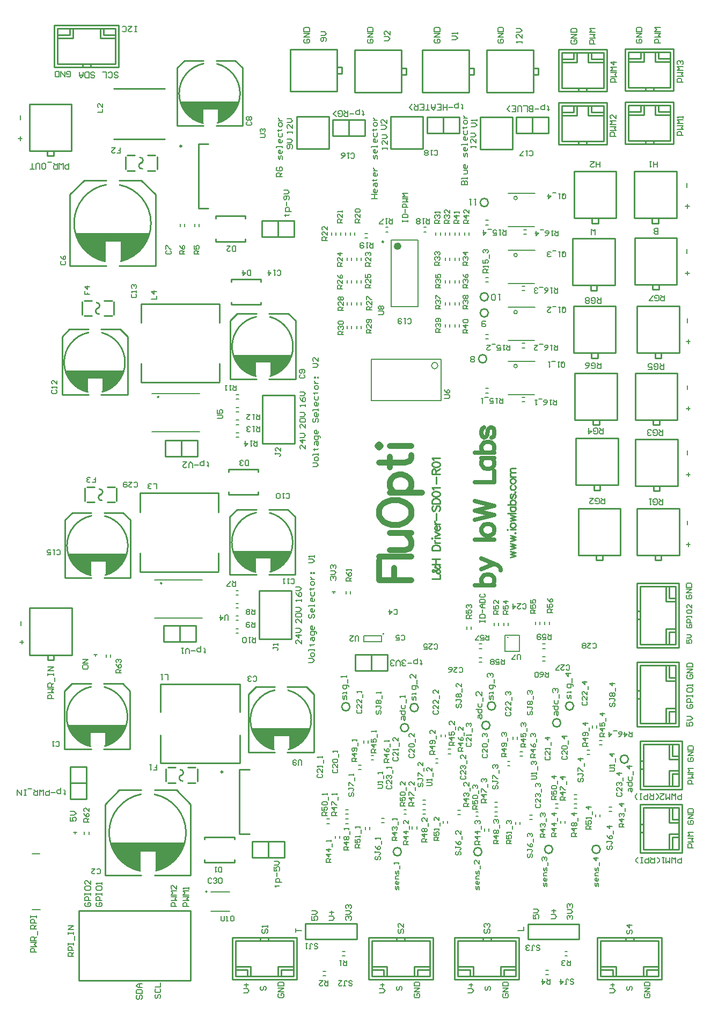
<source format=gto>
G04 Layer_Color=65535*
%FSLAX25Y25*%
%MOIN*%
G70*
G01*
G75*
%ADD10C,0.00500*%
%ADD41C,0.01000*%
%ADD68C,0.00984*%
%ADD69C,0.02362*%
%ADD70C,0.00591*%
%ADD71C,0.00600*%
%ADD72C,0.00787*%
%ADD73C,0.02500*%
%ADD74C,0.03500*%
G36*
X269843Y725492D02*
X268661Y723917D01*
X267284Y721555D01*
X265709Y719193D01*
X263543Y717028D01*
X261772Y716043D01*
X259213Y714862D01*
X257047Y714272D01*
Y722342D01*
X247992D01*
Y713878D01*
X245827Y714468D01*
X244449Y715059D01*
X242874Y716043D01*
X240512Y717421D01*
X238937Y718602D01*
X238150Y719783D01*
X236772Y721161D01*
X235591Y723130D01*
X234606Y725492D01*
X233819Y727264D01*
X270433D01*
X269843Y725492D01*
D02*
G37*
G36*
X270094Y831646D02*
X268913Y830071D01*
X267535Y827709D01*
X265961Y825346D01*
X263795Y823181D01*
X262024Y822197D01*
X259465Y821016D01*
X257299Y820425D01*
Y828496D01*
X248244D01*
Y820032D01*
X246079Y820622D01*
X244701Y821213D01*
X243126Y822197D01*
X240764Y823575D01*
X239189Y824756D01*
X238402Y825937D01*
X237024Y827315D01*
X235842Y829284D01*
X234858Y831646D01*
X234071Y833417D01*
X270685D01*
X270094Y831646D01*
D02*
G37*
G36*
X306925Y654114D02*
X306138Y651870D01*
X304169Y647894D01*
X302476Y645217D01*
X301020Y643524D01*
X299721Y642343D01*
X298067Y640846D01*
X295823Y639508D01*
X293146Y638130D01*
X290705Y637303D01*
X288421Y636713D01*
X288342Y648721D01*
X279090D01*
X279130Y636555D01*
X278933D01*
X277909Y636713D01*
X276650Y637146D01*
X274996Y637854D01*
X273185Y638366D01*
X271610Y639468D01*
X269484Y640374D01*
X267201Y642146D01*
X265587Y643642D01*
X264287Y645571D01*
X263185Y646870D01*
X261886Y648878D01*
X260980Y651476D01*
X259996Y654075D01*
X306807Y654153D01*
X306925Y654114D01*
D02*
G37*
G36*
X383992Y723417D02*
X382811Y721842D01*
X381433Y719480D01*
X379858Y717118D01*
X377693Y714953D01*
X375921Y713969D01*
X373362Y712787D01*
X371197Y712197D01*
Y720268D01*
X362142D01*
Y711803D01*
X359976Y712394D01*
X358598Y712984D01*
X357024Y713969D01*
X354661Y715346D01*
X353087Y716528D01*
X352299Y717709D01*
X350921Y719087D01*
X349740Y721055D01*
X348756Y723417D01*
X347969Y725189D01*
X384583D01*
X383992Y723417D01*
D02*
G37*
G36*
X372457Y833614D02*
X371276Y832039D01*
X369898Y829677D01*
X368323Y827315D01*
X366158Y825150D01*
X364386Y824165D01*
X361827Y822984D01*
X359661Y822394D01*
Y830465D01*
X350606D01*
Y822000D01*
X348441Y822591D01*
X347063Y823181D01*
X345488Y824165D01*
X343126Y825543D01*
X341551Y826725D01*
X340764Y827906D01*
X339386Y829284D01*
X338205Y831252D01*
X337220Y833614D01*
X336433Y835386D01*
X373047D01*
X372457Y833614D01*
D02*
G37*
G36*
X285165Y1032492D02*
X284378Y1030248D01*
X282410Y1026272D01*
X280717Y1023594D01*
X279260Y1021902D01*
X277961Y1020720D01*
X276307Y1019224D01*
X274063Y1017886D01*
X271386Y1016508D01*
X268945Y1015681D01*
X266661Y1015091D01*
X266583Y1027098D01*
X257331D01*
X257370Y1014933D01*
X257173D01*
X256150Y1015091D01*
X254890Y1015524D01*
X253236Y1016232D01*
X251425Y1016744D01*
X249850Y1017846D01*
X247724Y1018752D01*
X245441Y1020524D01*
X243827Y1022020D01*
X242528Y1023949D01*
X241425Y1025248D01*
X240126Y1027256D01*
X239220Y1029854D01*
X238236Y1032453D01*
X285047Y1032532D01*
X285165Y1032492D01*
D02*
G37*
G36*
X339760Y1112335D02*
X338579Y1110760D01*
X337201Y1108398D01*
X335626Y1106035D01*
X333461Y1103870D01*
X331689Y1102886D01*
X329130Y1101705D01*
X326965Y1101114D01*
Y1109185D01*
X317910D01*
Y1100721D01*
X315744Y1101311D01*
X314366Y1101902D01*
X312791Y1102886D01*
X310429Y1104264D01*
X308854Y1105445D01*
X308067Y1106626D01*
X306689Y1108004D01*
X305508Y1109972D01*
X304524Y1112335D01*
X303736Y1114106D01*
X340350D01*
X339760Y1112335D01*
D02*
G37*
G36*
X268311Y945390D02*
X267130Y943815D01*
X265752Y941453D01*
X264177Y939091D01*
X262012Y936925D01*
X260240Y935941D01*
X257681Y934760D01*
X255516Y934169D01*
Y942240D01*
X246461D01*
Y933776D01*
X244295Y934366D01*
X242917Y934957D01*
X241342Y935941D01*
X238980Y937319D01*
X237405Y938500D01*
X236618Y939681D01*
X235240Y941059D01*
X234059Y943028D01*
X233075Y945390D01*
X232287Y947161D01*
X268902D01*
X268311Y945390D01*
D02*
G37*
G36*
X372642Y955232D02*
X371461Y953658D01*
X370083Y951295D01*
X368508Y948933D01*
X366342Y946768D01*
X364571Y945784D01*
X362012Y944602D01*
X359846Y944012D01*
Y952083D01*
X350791D01*
Y943618D01*
X348626Y944209D01*
X347248Y944799D01*
X345673Y945784D01*
X343311Y947161D01*
X341736Y948343D01*
X340949Y949524D01*
X339571Y950902D01*
X338390Y952870D01*
X337405Y955232D01*
X336618Y957004D01*
X373232D01*
X372642Y955232D01*
D02*
G37*
D10*
X290521Y930823D02*
G03*
X290521Y930823I-557J0D01*
G01*
X463677Y950284D02*
G03*
X463677Y950284I-1969J0D01*
G01*
X292305Y815110D02*
G03*
X292305Y815110I-557J0D01*
G01*
X513012Y1054339D02*
G03*
X513012Y1054339I-1087J0D01*
G01*
Y1018906D02*
G03*
X513012Y1018906I-1087J0D01*
G01*
Y983473D02*
G03*
X513012Y983473I-1087J0D01*
G01*
X513012Y950008D02*
G03*
X513012Y950008I-1087J0D01*
G01*
X286028Y932791D02*
X315555D01*
X286028Y909169D02*
X315555D01*
X422339Y928630D02*
Y954220D01*
X465646D01*
X422339Y928630D02*
X465646D01*
Y954220D01*
X398000Y810000D02*
X400000D01*
X399000Y809000D02*
Y810000D01*
X237500Y660500D02*
X239500D01*
X238500Y659500D02*
Y660500D01*
X250000Y771000D02*
X252000D01*
X251000Y770000D02*
Y771000D01*
X287811Y817079D02*
X317339D01*
X287811Y793457D02*
X317339D01*
X417748Y778756D02*
Y782693D01*
Y778756D02*
X428772D01*
X417748Y782693D02*
X428772D01*
Y778756D02*
Y782693D01*
X507398Y1057291D02*
X524130D01*
X507398Y1036622D02*
X523638D01*
X507398Y1021858D02*
X524130D01*
X507398Y1001189D02*
X523638D01*
X507398Y986425D02*
X524130D01*
X507398Y965756D02*
X523638D01*
X507398Y952961D02*
X524130D01*
X507398Y932291D02*
X523638D01*
X514386Y773000D02*
Y783000D01*
X505386Y773000D02*
X514386D01*
X505386D02*
Y783000D01*
X514386D01*
D41*
X304650Y1086551D02*
G03*
X304650Y1086551I-650J0D01*
G01*
X257497Y1062574D02*
G03*
X257040Y1014919I4511J-23873D01*
G01*
X266794Y1015091D02*
G03*
X266009Y1062451I-5577J23594D01*
G01*
X318115Y1137730D02*
G03*
X317760Y1100794I3731J-18506D01*
G01*
X326753Y1100914D02*
G03*
X326561Y1137586I-4906J18311D01*
G01*
X350997Y980628D02*
G03*
X350642Y943692I3731J-18506D01*
G01*
X359635Y943811D02*
G03*
X359443Y980483I-4906J18311D01*
G01*
X246666Y970785D02*
G03*
X246312Y933849I3731J-18506D01*
G01*
X255304Y933969D02*
G03*
X255112Y970641I-4906J18311D01*
G01*
X279645Y1076138D02*
G03*
X280079Y1072475I122J-1842D01*
G01*
X278803Y1075926D02*
G03*
X278595Y1079532I-47J1806D01*
G01*
X251909Y985753D02*
G03*
X251702Y989359I-47J1806D01*
G01*
X252752Y985964D02*
G03*
X253185Y982302I122J-1842D01*
G01*
X330193Y698059D02*
G03*
X330193Y698059I-650J0D01*
G01*
X429860Y783824D02*
G03*
X429860Y783824I-100J0D01*
G01*
X304716Y696087D02*
G03*
X305150Y692424I122J-1842D01*
G01*
X303874Y695875D02*
G03*
X303666Y699481I-47J1806D01*
G01*
X248450Y857041D02*
G03*
X248095Y820105I3731J-18506D01*
G01*
X257087Y820225D02*
G03*
X256895Y856897I-4906J18311D01*
G01*
X350812Y859009D02*
G03*
X350457Y822073I3731J-18506D01*
G01*
X359450Y822193D02*
G03*
X359258Y858865I-4906J18311D01*
G01*
X362347Y748813D02*
G03*
X361993Y711877I3731J-18506D01*
G01*
X370985Y711996D02*
G03*
X370793Y748668I-4906J18311D01*
G01*
X279257Y684196D02*
G03*
X278799Y636541I4511J-23873D01*
G01*
X288554Y636713D02*
G03*
X287768Y684073I-5577J23594D01*
G01*
X248198Y750887D02*
G03*
X247843Y713951I3731J-18506D01*
G01*
X256836Y714071D02*
G03*
X256644Y750743I-4906J18311D01*
G01*
X507122Y781500D02*
G03*
X507122Y781500I-236J0D01*
G01*
X254535Y870252D02*
G03*
X254969Y866589I122J-1842D01*
G01*
X253693Y870040D02*
G03*
X253485Y873646I-47J1806D01*
G01*
X441059Y648500D02*
G03*
X441059Y648500I-2559J0D01*
G01*
X491059D02*
G03*
X491059Y648500I-2559J0D01*
G01*
X535059Y650000D02*
G03*
X535059Y650000I-2559J0D01*
G01*
X564559D02*
G03*
X564559Y650000I-2559J0D01*
G01*
X445559Y725500D02*
G03*
X445559Y725500I-2559J0D01*
G01*
X496059Y727000D02*
G03*
X496059Y727000I-2559J0D01*
G01*
X540059Y728500D02*
G03*
X540059Y728500I-2559J0D01*
G01*
X582059Y706000D02*
G03*
X582059Y706000I-2559J0D01*
G01*
X409059Y738500D02*
G03*
X409059Y738500I-2559J0D01*
G01*
X451559Y738000D02*
G03*
X451559Y738000I-2559J0D01*
G01*
X499559Y739000D02*
G03*
X499559Y739000I-2559J0D01*
G01*
X548059D02*
G03*
X548059Y739000I-2559J0D01*
G01*
X494059Y954500D02*
G03*
X494059Y954500I-2559J0D01*
G01*
X495059Y983000D02*
G03*
X495059Y983000I-2559J0D01*
G01*
Y993000D02*
G03*
X495059Y993000I-2559J0D01*
G01*
Y1051500D02*
G03*
X495059Y1051500I-2559J0D01*
G01*
X314949Y1048051D02*
X321000D01*
X314949D02*
Y1088051D01*
X321000D01*
X235165Y1012138D02*
Y1056429D01*
Y1012138D02*
X257681D01*
X265799D02*
X288315D01*
Y1056429D01*
X235165D02*
X244024Y1065287D01*
X257681D01*
X265799D02*
X279457D01*
X288315Y1056429D01*
X301768Y1099146D02*
Y1135169D01*
Y1099146D02*
X318181D01*
X325905D02*
X342319D01*
Y1135169D01*
X301768D02*
X306295Y1139697D01*
X318181D01*
X325905D02*
X337791D01*
X342319Y1135169D01*
X334650Y978067D02*
X339177Y982594D01*
X351063D01*
X358787D02*
X370673D01*
X375201Y978067D01*
X334650Y942043D02*
Y978067D01*
Y942043D02*
X351063D01*
X358787D02*
X375201D01*
Y978067D01*
X230319Y968224D02*
X234846Y972752D01*
X246732D01*
X254457D02*
X266342D01*
X270870Y968224D01*
X230319Y932201D02*
Y968224D01*
Y932201D02*
X246732D01*
X254457D02*
X270870D01*
Y968224D01*
X344142Y1027370D02*
Y1028980D01*
X325638Y1027370D02*
Y1028980D01*
Y1027370D02*
X344142D01*
X325638Y1041508D02*
Y1043118D01*
X344142Y1041508D02*
Y1043118D01*
X325638D02*
X344142D01*
X270795Y1080839D02*
X275520D01*
X270795Y1071390D02*
X275520D01*
X289299Y1072177D02*
Y1080051D01*
X269614Y1072177D02*
Y1080051D01*
X283394Y1080839D02*
X288118D01*
X283394Y1071390D02*
X288118D01*
X243902Y990665D02*
X248626D01*
X242721Y982004D02*
Y989878D01*
X256500Y990665D02*
X261224D01*
X262405Y982004D02*
Y989878D01*
X243902Y981217D02*
X248626D01*
X256500D02*
X261224D01*
X240602Y568709D02*
Y612016D01*
X309894Y568709D02*
Y612016D01*
X240602Y568709D02*
X309894D01*
X240602Y612016D02*
X309894D01*
X591598Y1105929D02*
Y1111925D01*
X582098Y1105929D02*
X591598D01*
X589598Y1107925D02*
Y1111925D01*
X597598Y1087925D02*
Y1089929D01*
X592598Y1087925D02*
Y1089929D01*
X580098Y1087925D02*
X610098D01*
X580098Y1113925D02*
X610098D01*
X580098Y1087925D02*
Y1113925D01*
X610098Y1087925D02*
Y1113925D01*
X582098Y1111925D02*
X608098D01*
X582098Y1089929D02*
X608098D01*
X582098D02*
Y1111925D01*
X608098Y1089929D02*
Y1111925D01*
X600598Y1107925D02*
X608098D01*
X600598D02*
Y1111917D01*
X582098Y1107925D02*
X589598D01*
X598598Y1105929D02*
X608098D01*
X598598D02*
Y1111925D01*
X591598Y1138929D02*
Y1144925D01*
X582098Y1138929D02*
X591598D01*
X589598Y1140925D02*
Y1144925D01*
X597598Y1120925D02*
Y1122929D01*
X592598Y1120925D02*
Y1122929D01*
X580098Y1120925D02*
X610098D01*
X580098Y1146925D02*
X610098D01*
X580098Y1120925D02*
Y1146925D01*
X610098Y1120925D02*
Y1146925D01*
X582098Y1144925D02*
X608098D01*
X582098Y1122929D02*
X608098D01*
X582098D02*
Y1144925D01*
X608098Y1122929D02*
Y1144925D01*
X600598Y1140925D02*
X608098D01*
X600598D02*
Y1144917D01*
X582098Y1140925D02*
X589598D01*
X598598Y1138929D02*
X608098D01*
X598598D02*
Y1144925D01*
X550098Y1105429D02*
Y1111425D01*
X540598Y1105429D02*
X550098D01*
X548098Y1107425D02*
Y1111425D01*
X556098Y1087425D02*
Y1089429D01*
X551098Y1087425D02*
Y1089429D01*
X538598Y1087425D02*
X568598D01*
X538598Y1113425D02*
X568598D01*
X538598Y1087425D02*
Y1113425D01*
X568598Y1087425D02*
Y1113425D01*
X540598Y1111425D02*
X566598D01*
X540598Y1089429D02*
X566598D01*
X540598D02*
Y1111425D01*
X566598Y1089429D02*
Y1111425D01*
X559098Y1107425D02*
X566598D01*
X559098D02*
Y1111417D01*
X540598Y1107425D02*
X548098D01*
X557098Y1105429D02*
X566598D01*
X557098D02*
Y1111425D01*
X550098Y1138429D02*
Y1144425D01*
X540598Y1138429D02*
X550098D01*
X548098Y1140425D02*
Y1144425D01*
X556098Y1120425D02*
Y1122429D01*
X551098Y1120425D02*
Y1122429D01*
X538598Y1120425D02*
X568598D01*
X538598Y1146425D02*
X568598D01*
X538598Y1120425D02*
Y1146425D01*
X568598Y1120425D02*
Y1146425D01*
X540598Y1144425D02*
X566598D01*
X540598Y1122429D02*
X566598D01*
X540598D02*
Y1144425D01*
X566598Y1122429D02*
Y1144425D01*
X559098Y1140425D02*
X566598D01*
X559098D02*
Y1144417D01*
X540598Y1140425D02*
X548098D01*
X557098Y1138429D02*
X566598D01*
X557098D02*
Y1144425D01*
X404000Y1131532D02*
Y1135468D01*
X400886D02*
X404000D01*
X400886Y1131532D02*
X404000D01*
X371870Y1120409D02*
X400886D01*
X371870Y1146591D02*
X400886D01*
Y1120409D02*
Y1146591D01*
X371870Y1120409D02*
Y1146591D01*
X526000Y1131032D02*
Y1134968D01*
X522886D02*
X526000D01*
X522886Y1131032D02*
X526000D01*
X493870Y1119909D02*
X522886D01*
X493870Y1146091D02*
X522886D01*
Y1119909D02*
Y1146091D01*
X493870Y1119909D02*
Y1146091D01*
X486000Y1131032D02*
Y1134968D01*
X482886D02*
X486000D01*
X482886Y1131032D02*
X486000D01*
X453870Y1119909D02*
X482886D01*
X453870Y1146091D02*
X482886D01*
Y1119909D02*
Y1146091D01*
X453870Y1119909D02*
Y1146091D01*
X444000Y1131032D02*
Y1134968D01*
X440886D02*
X444000D01*
X440886Y1131032D02*
X444000D01*
X411870Y1119909D02*
X440886D01*
X411870Y1146091D02*
X440886D01*
Y1119909D02*
Y1146091D01*
X411870Y1119909D02*
Y1146091D01*
X237000Y1153504D02*
Y1159500D01*
X227500Y1153504D02*
X237000D01*
X235000Y1155500D02*
Y1159492D01*
X248000Y1135500D02*
Y1137500D01*
X243000Y1135500D02*
Y1137500D01*
X225500Y1135500D02*
X265500D01*
X225500Y1161524D02*
X265500D01*
X225500Y1135500D02*
Y1161524D01*
X265500Y1135500D02*
Y1161524D01*
X227500Y1159500D02*
X263500D01*
X227500Y1137504D02*
X263500D01*
X227500D02*
Y1159500D01*
X263500Y1137504D02*
Y1159500D01*
X256000Y1155500D02*
X263500D01*
X256000D02*
Y1159492D01*
X227500Y1155500D02*
X235000D01*
X254000Y1153504D02*
X263500D01*
X254000D02*
Y1159492D01*
X354768Y932043D02*
X374768D01*
X354768Y902043D02*
Y932043D01*
Y902043D02*
X374768D01*
Y932043D01*
X354417Y1030244D02*
X374417D01*
X354417D02*
Y1040244D01*
X374417D01*
Y1030244D02*
Y1040244D01*
X364421Y1030244D02*
Y1040244D01*
X294492Y893984D02*
X314492D01*
Y903984D01*
X294492Y893984D02*
Y903984D01*
X304496Y893984D02*
Y903984D01*
X294492D02*
X314492D01*
X279335Y939878D02*
Y951567D01*
Y977008D02*
Y988697D01*
X328153D01*
Y940665D02*
Y951567D01*
X279335Y939878D02*
X328153D01*
Y977008D02*
Y988697D01*
X262488Y1122232D02*
X293984D01*
X262488Y1090736D02*
X293984D01*
X221031Y1080500D02*
X224969D01*
Y1083614D01*
X221031Y1080500D02*
Y1083614D01*
X209910D02*
Y1112630D01*
X236090Y1083614D02*
Y1112630D01*
X209910Y1083614D02*
X236090D01*
X209910Y1112630D02*
X236090D01*
X502689Y571142D02*
Y577138D01*
X512189D01*
X504689Y571150D02*
Y575142D01*
X491689Y593142D02*
Y595142D01*
X496689Y593142D02*
Y595142D01*
X474189D02*
X514189D01*
X474189Y569118D02*
X514189D01*
Y595142D01*
X474189Y569118D02*
Y595142D01*
X476189Y571142D02*
X512189D01*
X476189Y593138D02*
X512189D01*
Y571142D02*
Y593138D01*
X476189Y571142D02*
Y593138D01*
Y575142D02*
X483689D01*
Y571150D02*
Y575142D01*
X504689D02*
X512189D01*
X476189Y577138D02*
X485689D01*
Y571150D02*
Y577138D01*
X291421Y703457D02*
X340634D01*
Y720854D01*
X291421Y703457D02*
Y720854D01*
Y752669D02*
X340634D01*
Y735272D02*
Y752669D01*
X291421Y735272D02*
Y752669D01*
X560532Y873063D02*
X564468D01*
Y876177D01*
X560532Y873063D02*
Y876177D01*
X549409D02*
Y905193D01*
X575591Y876177D02*
Y905193D01*
X549409Y876177D02*
X575591D01*
X549409Y905193D02*
X575591D01*
X340492Y659559D02*
X346543D01*
X340492D02*
Y699559D01*
X346543D01*
X457000Y1104500D02*
X477000D01*
X457000Y1094500D02*
Y1104500D01*
X477000Y1094500D02*
Y1104500D01*
X466996Y1094500D02*
Y1104500D01*
X457000Y1094500D02*
X477000D01*
X512500Y1104500D02*
X532500D01*
X512500Y1094500D02*
Y1104500D01*
X532500Y1094500D02*
Y1104500D01*
X522496Y1094500D02*
Y1104500D01*
X512500Y1094500D02*
X532500D01*
X398500Y1103000D02*
X418500D01*
X398500Y1093000D02*
Y1103000D01*
X418500Y1093000D02*
Y1103000D01*
X408496Y1093000D02*
Y1103000D01*
X398500Y1093000D02*
X418500D01*
X293500Y779000D02*
X313500D01*
Y789000D01*
X293500Y779000D02*
Y789000D01*
X303504Y779000D02*
Y789000D01*
X293500D02*
X313500D01*
X412224Y771059D02*
X432224D01*
X412224Y761059D02*
Y771059D01*
X432224Y761059D02*
Y771059D01*
X422228Y761059D02*
Y771059D01*
X412224Y761059D02*
X432224D01*
X348500Y644827D02*
X368500D01*
X348500D02*
Y654827D01*
X368500D01*
Y644827D02*
Y654827D01*
X358504Y644827D02*
Y654827D01*
X235315Y681240D02*
Y701240D01*
X245315D01*
Y681240D02*
Y701240D01*
X235315Y681240D02*
X245315D01*
X235315Y691236D02*
X245315D01*
X434500Y1085000D02*
Y1105000D01*
Y1085000D02*
X454500D01*
X434500Y1105000D02*
X454500D01*
X454500Y1085000D02*
Y1105000D01*
X490000Y1084500D02*
Y1104500D01*
Y1084500D02*
X510000D01*
X490000Y1104500D02*
X510000D01*
X510000Y1084500D02*
Y1104500D01*
X376000Y1085000D02*
Y1105000D01*
Y1085000D02*
X396000D01*
X376000Y1105000D02*
X396000D01*
X396000Y1085000D02*
Y1105000D01*
X352614Y810425D02*
X372614D01*
X352614Y780425D02*
Y810425D01*
Y780425D02*
X372614D01*
Y810425D01*
X597031Y997563D02*
X600969D01*
Y1000677D01*
X597031Y997563D02*
Y1000677D01*
X585910D02*
Y1029693D01*
X612090Y1000677D02*
Y1029693D01*
X585910Y1000677D02*
X612090D01*
X585910Y1029693D02*
X612090D01*
X559031Y955063D02*
X562968D01*
Y958177D01*
X559031Y955063D02*
Y958177D01*
X547909D02*
Y987193D01*
X574090Y958177D02*
Y987193D01*
X547909Y958177D02*
X574090D01*
X547909Y987193D02*
X574090D01*
X598531Y955063D02*
X602468D01*
Y958177D01*
X598531Y955063D02*
Y958177D01*
X587409D02*
Y987193D01*
X613590Y958177D02*
Y987193D01*
X587409Y958177D02*
X613590D01*
X587409Y987193D02*
X613590D01*
X597532Y872563D02*
X601469D01*
Y875677D01*
X597532Y872563D02*
Y875677D01*
X586410D02*
Y904693D01*
X612591Y875677D02*
Y904693D01*
X586410Y875677D02*
X612591D01*
X586410Y904693D02*
X612591D01*
X559953Y913496D02*
X563890D01*
Y916610D01*
X559953Y913496D02*
Y916610D01*
X548831D02*
Y945626D01*
X575012Y916610D02*
Y945626D01*
X548831Y916610D02*
X575012D01*
X548831Y945626D02*
X575012D01*
X562032Y829563D02*
X565969D01*
Y832677D01*
X562032Y829563D02*
Y832677D01*
X550910D02*
Y861693D01*
X577091Y832677D02*
Y861693D01*
X550910Y832677D02*
X577091D01*
X550910Y861693D02*
X577091D01*
X381343Y594248D02*
X413311D01*
Y603854D01*
X381343Y594248D02*
Y603854D01*
X413311D01*
X519543Y594118D02*
X551512D01*
Y603724D01*
X519543Y594118D02*
Y603724D01*
X551512D01*
X591272Y571142D02*
Y577138D01*
X600772D01*
X593272Y571150D02*
Y575142D01*
X580272Y593142D02*
Y595142D01*
X585272Y593142D02*
Y595142D01*
X562772D02*
X602772D01*
X562772Y569118D02*
X602772D01*
Y595142D01*
X562772Y569118D02*
Y595142D01*
X564772Y571142D02*
X600772D01*
X564772Y593138D02*
X600772D01*
Y571142D02*
Y593138D01*
X564772Y571142D02*
Y593138D01*
Y575142D02*
X572272D01*
Y571150D02*
Y575142D01*
X593272D02*
X600772D01*
X564772Y577138D02*
X574272D01*
Y571150D02*
Y577138D01*
X449134Y571272D02*
Y577268D01*
X458634D01*
X451134Y571280D02*
Y575272D01*
X438134Y593272D02*
Y595272D01*
X443134Y593272D02*
Y595272D01*
X420634D02*
X460634D01*
X420634Y569248D02*
X460634D01*
Y595272D01*
X420634Y569248D02*
Y595272D01*
X422634Y571272D02*
X458634D01*
X422634Y593268D02*
X458634D01*
Y571272D02*
Y593268D01*
X422634Y571272D02*
Y593268D01*
Y575272D02*
X430134D01*
Y571280D02*
Y575272D01*
X451134D02*
X458634D01*
X422634Y577268D02*
X432134D01*
Y571280D02*
Y577268D01*
X364488Y571272D02*
Y577268D01*
X373988D01*
X366488Y571280D02*
Y575272D01*
X353488Y593272D02*
Y595272D01*
X358488Y593272D02*
Y595272D01*
X335988D02*
X375988D01*
X335988Y569248D02*
X375988D01*
Y595272D01*
X335988Y569248D02*
Y595272D01*
X337988Y571272D02*
X373988D01*
X337988Y593268D02*
X373988D01*
Y571272D02*
Y593268D01*
X337988Y571272D02*
Y593268D01*
Y575272D02*
X345488D01*
Y571280D02*
Y575272D01*
X366488D02*
X373988D01*
X337988Y577268D02*
X347488D01*
Y571280D02*
Y577268D01*
X221220Y767606D02*
X225157D01*
Y770720D01*
X221220Y767606D02*
Y770720D01*
X210098D02*
Y799736D01*
X236280Y770720D02*
Y799736D01*
X210098Y770720D02*
X236280D01*
X210098Y799736D02*
X236280D01*
X295866Y700787D02*
X300590D01*
X295866Y691339D02*
X300590D01*
X314370Y692126D02*
Y700000D01*
X294685Y692126D02*
Y700000D01*
X308465Y700787D02*
X313189D01*
X308465Y691339D02*
X313189D01*
X335240Y1002248D02*
Y1003858D01*
X353744D01*
Y988110D02*
Y989721D01*
X335240Y988110D02*
X353744D01*
X335240D02*
Y989721D01*
X353744Y1002248D02*
Y1003858D01*
X333677Y884366D02*
Y885976D01*
X352181D01*
Y870228D02*
Y871839D01*
X333677Y870228D02*
X352181D01*
X333677D02*
Y871839D01*
X352181Y884366D02*
Y885976D01*
X337287Y641953D02*
Y643563D01*
X318783Y641953D02*
Y643563D01*
Y641953D02*
X337287D01*
X318783Y656091D02*
Y657701D01*
X337287Y656091D02*
Y657701D01*
X318783D02*
X337287D01*
X232102Y818457D02*
Y854480D01*
Y818457D02*
X248516D01*
X256240D02*
X272654D01*
Y854480D01*
X232102D02*
X236630Y859008D01*
X248516D01*
X256240D02*
X268126D01*
X272654Y854480D01*
X334465Y820425D02*
Y856449D01*
Y820425D02*
X350878D01*
X358602D02*
X375016D01*
Y856449D01*
X334465D02*
X338992Y860976D01*
X350878D01*
X358602D02*
X370488D01*
X375016Y856449D01*
X346000Y710228D02*
Y746252D01*
Y710228D02*
X362413D01*
X370138D02*
X386551D01*
Y746252D01*
X346000D02*
X350528Y750779D01*
X362413D01*
X370138D02*
X382024D01*
X386551Y746252D01*
X256925Y633760D02*
Y678051D01*
Y633760D02*
X279441D01*
X287559D02*
X310075D01*
Y678051D01*
X256925D02*
X265784Y686909D01*
X279441D01*
X287559D02*
X301217D01*
X310075Y678051D01*
X231850Y712303D02*
Y748327D01*
Y712303D02*
X248264D01*
X255988D02*
X272402D01*
Y748327D01*
X231850D02*
X236378Y752854D01*
X248264D01*
X255988D02*
X267874D01*
X272402Y748327D01*
X596854Y1038673D02*
X600791D01*
Y1041787D01*
X596854Y1038673D02*
Y1041787D01*
X585732D02*
Y1070803D01*
X611913Y1041787D02*
Y1070803D01*
X585732Y1041787D02*
X611913D01*
X585732Y1070803D02*
X611913D01*
X245685Y874953D02*
X250409D01*
X245685Y865504D02*
X250409D01*
X264189Y866291D02*
Y874165D01*
X244504Y866291D02*
Y874165D01*
X258283Y874953D02*
X263008D01*
X258283Y865504D02*
X263008D01*
X597354Y913496D02*
X601291D01*
Y916610D01*
X597354Y913496D02*
Y916610D01*
X586232D02*
Y945626D01*
X612413Y916610D02*
Y945626D01*
X586232Y916610D02*
X612413D01*
X586232Y945626D02*
X612413D01*
X558532Y997063D02*
X562468D01*
Y1000177D01*
X558532Y997063D02*
Y1000177D01*
X547409D02*
Y1029193D01*
X573591Y1000177D02*
Y1029193D01*
X547409Y1000177D02*
X573591D01*
X547409Y1029193D02*
X573591D01*
X598531Y829469D02*
X602468D01*
Y832583D01*
X598531Y829469D02*
Y832583D01*
X587409D02*
Y861598D01*
X613590Y832583D02*
Y861598D01*
X587409Y832583D02*
X613590D01*
X587409Y861598D02*
X613590D01*
X559453Y1038673D02*
X563390D01*
Y1041787D01*
X559453Y1038673D02*
Y1041787D01*
X548331D02*
Y1070803D01*
X574512Y1041787D02*
Y1070803D01*
X548331Y1041787D02*
X574512D01*
X548331Y1070803D02*
X574512D01*
X607232Y666429D02*
X613228D01*
X607232D02*
Y675929D01*
X609228Y668429D02*
X613228D01*
X589228Y660429D02*
X591232D01*
X589228Y665429D02*
X591232D01*
X589228Y647929D02*
Y677929D01*
X615228Y647929D02*
Y677929D01*
X589228D02*
X615228D01*
X589228Y647929D02*
X615228D01*
X613228Y649929D02*
Y675929D01*
X591232Y649929D02*
Y675929D01*
X613228D01*
X591232Y649929D02*
X613228D01*
X609228D02*
Y657429D01*
X613221D01*
X609228Y668429D02*
Y675929D01*
X607232Y649929D02*
Y659429D01*
X613228D01*
X607232Y705799D02*
X613228D01*
X607232D02*
Y715299D01*
X609228Y707799D02*
X613228D01*
X589228Y699799D02*
X591232D01*
X589228Y704799D02*
X591232D01*
X589228Y687299D02*
Y717299D01*
X615228Y687299D02*
Y717299D01*
X589228D02*
X615228D01*
X589228Y687299D02*
X615228D01*
X613228Y689299D02*
Y715299D01*
X591232Y689299D02*
Y715299D01*
X613228D01*
X591232Y689299D02*
X613228D01*
X609228D02*
Y696799D01*
X613221D01*
X609228Y707799D02*
Y715299D01*
X607232Y689299D02*
Y698799D01*
X613228D01*
X605339Y754571D02*
X611335D01*
X605339D02*
Y764071D01*
X607335Y756571D02*
X611327D01*
X587335Y743571D02*
X589335D01*
X587335Y748571D02*
X589335D01*
X587335Y726071D02*
Y766071D01*
X613358Y726071D02*
Y766071D01*
X587335D02*
X613358D01*
X587335Y726071D02*
X613358D01*
X611335Y728071D02*
Y764071D01*
X589339Y728071D02*
Y764071D01*
X611335D01*
X589339Y728071D02*
X611335D01*
X607335D02*
Y735571D01*
X611327D01*
X607335Y756571D02*
Y764071D01*
X605339Y728071D02*
Y737571D01*
X611327D01*
X605339Y803784D02*
X611335D01*
X605339D02*
Y813284D01*
X607335Y805783D02*
X611327D01*
X587335Y792783D02*
X589335D01*
X587335Y797784D02*
X589335D01*
X587335Y775283D02*
Y815283D01*
X613358Y775283D02*
Y815283D01*
X587335D02*
X613358D01*
X587335Y775283D02*
X613358D01*
X611335Y777283D02*
Y813284D01*
X589339Y777283D02*
Y813284D01*
X611335D01*
X589339Y777283D02*
X611335D01*
X607335D02*
Y784784D01*
X611327D01*
X607335Y805783D02*
Y813284D01*
X605339Y777283D02*
Y786784D01*
X611327D01*
X278642Y822264D02*
Y833953D01*
Y859394D02*
Y871083D01*
X327461D01*
Y823051D02*
Y833953D01*
X278642Y822264D02*
X327461D01*
Y859394D02*
Y871083D01*
X508593Y831219D02*
X511926Y832171D01*
X508593Y833123D02*
X511926Y832171D01*
X508593Y833123D02*
X511926Y834075D01*
X508593Y835027D02*
X511926Y834075D01*
X508593Y836194D02*
X511926Y837146D01*
X508593Y838098D02*
X511926Y837146D01*
X508593Y838098D02*
X511926Y839050D01*
X508593Y840002D02*
X511926Y839050D01*
X508593Y841169D02*
X511926Y842121D01*
X508593Y843073D02*
X511926Y842121D01*
X508593Y843073D02*
X511926Y844025D01*
X508593Y844977D02*
X511926Y844025D01*
X511449Y846382D02*
X511688Y846144D01*
X511926Y846382D01*
X511688Y846620D01*
X511449Y846382D01*
X506927Y848191D02*
X507165Y848429D01*
X506927Y848667D01*
X506689Y848429D01*
X506927Y848191D01*
X508593Y848429D02*
X511926D01*
X508593Y850738D02*
X508831Y850262D01*
X509307Y849786D01*
X510021Y849548D01*
X510497D01*
X511211Y849786D01*
X511688Y850262D01*
X511926Y850738D01*
Y851452D01*
X511688Y851928D01*
X511211Y852404D01*
X510497Y852643D01*
X510021D01*
X509307Y852404D01*
X508831Y851928D01*
X508593Y851452D01*
Y850738D01*
Y853738D02*
X511926Y854690D01*
X508593Y855642D02*
X511926Y854690D01*
X508593Y855642D02*
X511926Y856594D01*
X508593Y857546D02*
X511926Y856594D01*
X506927Y858713D02*
X511926D01*
X508593Y862617D02*
X511926D01*
X509307D02*
X508831Y862140D01*
X508593Y861664D01*
Y860950D01*
X508831Y860474D01*
X509307Y859998D01*
X510021Y859760D01*
X510497D01*
X511211Y859998D01*
X511688Y860474D01*
X511926Y860950D01*
Y861664D01*
X511688Y862140D01*
X511211Y862617D01*
X506927Y863950D02*
X511926D01*
X509307D02*
X508831Y864426D01*
X508593Y864902D01*
Y865616D01*
X508831Y866092D01*
X509307Y866568D01*
X510021Y866806D01*
X510497D01*
X511211Y866568D01*
X511688Y866092D01*
X511926Y865616D01*
Y864902D01*
X511688Y864426D01*
X511211Y863950D01*
X509307Y870496D02*
X508831Y870258D01*
X508593Y869544D01*
Y868830D01*
X508831Y868115D01*
X509307Y867877D01*
X509783Y868115D01*
X510021Y868591D01*
X510259Y869782D01*
X510497Y870258D01*
X510973Y870496D01*
X511211D01*
X511688Y870258D01*
X511926Y869544D01*
Y868830D01*
X511688Y868115D01*
X511211Y867877D01*
X511449Y871781D02*
X511688Y871543D01*
X511926Y871781D01*
X511688Y872019D01*
X511449Y871781D01*
X509307Y875971D02*
X508831Y875495D01*
X508593Y875019D01*
Y874304D01*
X508831Y873828D01*
X509307Y873352D01*
X510021Y873114D01*
X510497D01*
X511211Y873352D01*
X511688Y873828D01*
X511926Y874304D01*
Y875019D01*
X511688Y875495D01*
X511211Y875971D01*
X508593Y878232D02*
X508831Y877756D01*
X509307Y877280D01*
X510021Y877042D01*
X510497D01*
X511211Y877280D01*
X511688Y877756D01*
X511926Y878232D01*
Y878946D01*
X511688Y879422D01*
X511211Y879899D01*
X510497Y880137D01*
X510021D01*
X509307Y879899D01*
X508831Y879422D01*
X508593Y878946D01*
Y878232D01*
Y881232D02*
X511926D01*
X509545D02*
X508831Y881946D01*
X508593Y882422D01*
Y883136D01*
X508831Y883612D01*
X509545Y883850D01*
X511926D01*
X509545D02*
X508831Y884564D01*
X508593Y885040D01*
Y885754D01*
X508831Y886231D01*
X509545Y886469D01*
X511926D01*
X460001Y817828D02*
X465000D01*
Y820684D01*
X461905Y825517D02*
X462144Y825278D01*
X462382Y825517D01*
X462144Y825755D01*
X461905D01*
X461667Y825517D01*
Y825278D01*
X461905Y825041D01*
X462382Y824802D01*
X463572Y824326D01*
X464286Y823850D01*
X464762Y823374D01*
X465000Y822898D01*
Y822184D01*
X464762Y821470D01*
X464286Y821232D01*
X463572D01*
X463096Y821470D01*
X462144Y822898D01*
X461667Y823374D01*
X461191Y823612D01*
X460715D01*
X460239Y823374D01*
X460001Y822898D01*
X460239Y822422D01*
X460715Y822184D01*
X461191D01*
X461905Y822422D01*
X462620Y822898D01*
X464286Y824088D01*
X464762Y824564D01*
X465000Y825278D01*
Y825517D01*
X464762Y825755D01*
X464524D01*
X465000Y822184D02*
X464762Y821708D01*
X464286Y821470D01*
X463572D01*
X463096Y821708D01*
X462620Y822184D01*
X461191D02*
X461667Y822422D01*
X464286Y824326D01*
X464762Y824802D01*
X465000Y825278D01*
X460001Y826993D02*
X465000D01*
X460001Y830325D02*
X465000D01*
X462382Y826993D02*
Y830325D01*
X460001Y835633D02*
X465000D01*
X460001D02*
Y837300D01*
X460239Y838014D01*
X460715Y838490D01*
X461191Y838728D01*
X461905Y838966D01*
X463096D01*
X463810Y838728D01*
X464286Y838490D01*
X464762Y838014D01*
X465000Y837300D01*
Y835633D01*
X461667Y840085D02*
X465000D01*
X463096D02*
X462382Y840323D01*
X461905Y840799D01*
X461667Y841275D01*
Y841989D01*
X460001Y842918D02*
X460239Y843156D01*
X460001Y843394D01*
X459763Y843156D01*
X460001Y842918D01*
X461667Y843156D02*
X465000D01*
X461667Y844275D02*
X465000Y845703D01*
X461667Y847131D02*
X465000Y845703D01*
X463096Y847940D02*
Y850797D01*
X462620D01*
X462144Y850559D01*
X461905Y850321D01*
X461667Y849845D01*
Y849131D01*
X461905Y848654D01*
X462382Y848178D01*
X463096Y847940D01*
X463572D01*
X464286Y848178D01*
X464762Y848654D01*
X465000Y849131D01*
Y849845D01*
X464762Y850321D01*
X464286Y850797D01*
X461667Y851868D02*
X465000D01*
X463096D02*
X462382Y852106D01*
X461905Y852582D01*
X461667Y853058D01*
Y853773D01*
X462858Y854225D02*
Y858510D01*
X460715Y863318D02*
X460239Y862842D01*
X460001Y862128D01*
Y861176D01*
X460239Y860462D01*
X460715Y859985D01*
X461191D01*
X461667Y860223D01*
X461905Y860462D01*
X462144Y860938D01*
X462620Y862366D01*
X462858Y862842D01*
X463096Y863080D01*
X463572Y863318D01*
X464286D01*
X464762Y862842D01*
X465000Y862128D01*
Y861176D01*
X464762Y860462D01*
X464286Y859985D01*
X460001Y864437D02*
X465000D01*
X460001D02*
Y866103D01*
X460239Y866817D01*
X460715Y867293D01*
X461191Y867531D01*
X461905Y867770D01*
X463096D01*
X463810Y867531D01*
X464286Y867293D01*
X464762Y866817D01*
X465000Y866103D01*
Y864437D01*
X460001Y870317D02*
X460239Y869602D01*
X460953Y869126D01*
X462144Y868888D01*
X462858D01*
X464048Y869126D01*
X464762Y869602D01*
X465000Y870317D01*
Y870793D01*
X464762Y871507D01*
X464048Y871983D01*
X462858Y872221D01*
X462144D01*
X460953Y871983D01*
X460239Y871507D01*
X460001Y870793D01*
Y870317D01*
X460953Y873340D02*
X460715Y873816D01*
X460001Y874530D01*
X465000D01*
X462858Y877006D02*
Y881290D01*
X460001Y882766D02*
X465000D01*
X460001D02*
Y884909D01*
X460239Y885623D01*
X460477Y885861D01*
X460953Y886099D01*
X461429D01*
X461905Y885861D01*
X462144Y885623D01*
X462382Y884909D01*
Y882766D01*
Y884433D02*
X465000Y886099D01*
X460001Y888646D02*
X460239Y887932D01*
X460953Y887456D01*
X462144Y887218D01*
X462858D01*
X464048Y887456D01*
X464762Y887932D01*
X465000Y888646D01*
Y889122D01*
X464762Y889836D01*
X464048Y890312D01*
X462858Y890550D01*
X462144D01*
X460953Y890312D01*
X460239Y889836D01*
X460001Y889122D01*
Y888646D01*
X460953Y891669D02*
X460715Y892145D01*
X460001Y892859D01*
X465000D01*
D68*
X430081Y1027167D02*
G03*
X430081Y1027167I-492J0D01*
G01*
D69*
X439825Y1024411D02*
G03*
X439825Y1024411I-1181J0D01*
G01*
D70*
X320331Y623804D02*
G03*
X320331Y623794I-492J-5D01*
G01*
X322594Y611594D02*
X334405D01*
X322594Y623406D02*
X334405D01*
D71*
X211614Y647323D02*
X216496D01*
X211803Y612677D02*
X216685D01*
X214370Y586079D02*
X210771D01*
Y587878D01*
X211371Y588478D01*
X212571D01*
X213171Y587878D01*
Y586079D01*
X210771Y589678D02*
X214370D01*
X213171Y590877D01*
X214370Y592077D01*
X210771D01*
X214370Y593276D02*
X210771D01*
Y595076D01*
X211371Y595676D01*
X212571D01*
X213171Y595076D01*
Y593276D01*
Y594476D02*
X214370Y595676D01*
X214970Y596875D02*
Y599274D01*
X214370Y600474D02*
X210771D01*
Y602274D01*
X211371Y602873D01*
X212571D01*
X213171Y602274D01*
Y600474D01*
Y601674D02*
X214370Y602873D01*
Y604073D02*
X210771D01*
Y605872D01*
X211371Y606472D01*
X212571D01*
X213171Y605872D01*
Y604073D01*
X210771Y607672D02*
Y608871D01*
Y608272D01*
X214370D01*
Y607672D01*
Y608871D01*
X487500Y1053500D02*
X486300D01*
X486900D01*
Y1049901D01*
X487500Y1050501D01*
X484501Y1053500D02*
X483301D01*
X483901D01*
Y1049901D01*
X484501Y1050501D01*
X502500Y994500D02*
X501300D01*
X501900D01*
Y990901D01*
X502500Y991501D01*
X499501D02*
X498901Y990901D01*
X497702D01*
X497102Y991501D01*
Y993900D01*
X497702Y994500D01*
X498901D01*
X499501Y993900D01*
Y991501D01*
X493500Y977400D02*
X492900Y978000D01*
X491701D01*
X491101Y977400D01*
Y975001D01*
X491701Y974401D01*
X492900D01*
X493500Y975001D01*
Y975601D01*
X492900Y976201D01*
X491101D01*
X486500Y953001D02*
X485900Y952401D01*
X484701D01*
X484101Y953001D01*
Y953601D01*
X484701Y954201D01*
X484101Y954800D01*
Y955400D01*
X484701Y956000D01*
X485900D01*
X486500Y955400D01*
Y954800D01*
X485900Y954201D01*
X486500Y953601D01*
Y953001D01*
X485900Y954201D02*
X484701D01*
X546500Y743500D02*
Y745299D01*
X545900Y745899D01*
X545300Y745299D01*
Y744100D01*
X544701Y743500D01*
X544101Y744100D01*
Y745899D01*
X546500Y747099D02*
Y748298D01*
Y747699D01*
X544101D01*
Y747099D01*
X547700Y751298D02*
Y751897D01*
X547100Y752497D01*
X544101D01*
Y750698D01*
X544701Y750098D01*
X545900D01*
X546500Y750698D01*
Y752497D01*
X547100Y753697D02*
Y756096D01*
X546500Y759095D02*
X542901D01*
X544701Y757296D01*
Y759695D01*
X498000Y743000D02*
Y744799D01*
X497400Y745399D01*
X496800Y744799D01*
Y743600D01*
X496201Y743000D01*
X495601Y743600D01*
Y745399D01*
X498000Y746599D02*
Y747798D01*
Y747199D01*
X495601D01*
Y746599D01*
X499200Y750798D02*
Y751397D01*
X498600Y751997D01*
X495601D01*
Y750198D01*
X496201Y749598D01*
X497400D01*
X498000Y750198D01*
Y751997D01*
X498600Y753197D02*
Y755596D01*
X495001Y756796D02*
X494401Y757395D01*
Y758595D01*
X495001Y759195D01*
X495601D01*
X496201Y758595D01*
Y757995D01*
Y758595D01*
X496800Y759195D01*
X497400D01*
X498000Y758595D01*
Y757395D01*
X497400Y756796D01*
X450000Y742500D02*
Y744299D01*
X449400Y744899D01*
X448800Y744299D01*
Y743100D01*
X448201Y742500D01*
X447601Y743100D01*
Y744899D01*
X450000Y746099D02*
Y747298D01*
Y746699D01*
X447601D01*
Y746099D01*
X451200Y750297D02*
Y750897D01*
X450600Y751497D01*
X447601D01*
Y749698D01*
X448201Y749098D01*
X449400D01*
X450000Y749698D01*
Y751497D01*
X450600Y752697D02*
Y755096D01*
X450000Y758695D02*
Y756296D01*
X447601Y758695D01*
X447001D01*
X446401Y758095D01*
Y756895D01*
X447001Y756296D01*
X407000Y743000D02*
Y744799D01*
X406400Y745399D01*
X405800Y744799D01*
Y743600D01*
X405201Y743000D01*
X404601Y743600D01*
Y745399D01*
X407000Y746599D02*
Y747798D01*
Y747199D01*
X404601D01*
Y746599D01*
X408200Y750798D02*
Y751397D01*
X407600Y751997D01*
X404601D01*
Y750198D01*
X405201Y749598D01*
X406400D01*
X407000Y750198D01*
Y751997D01*
X407600Y753197D02*
Y755596D01*
X407000Y756796D02*
Y757995D01*
Y757395D01*
X403401D01*
X404001Y756796D01*
X582101Y686100D02*
Y687299D01*
X582701Y687899D01*
X584500D01*
Y686100D01*
X583900Y685500D01*
X583300Y686100D01*
Y687899D01*
X580901Y691498D02*
X584500D01*
Y689699D01*
X583900Y689099D01*
X582701D01*
X582101Y689699D01*
Y691498D01*
Y695097D02*
Y693297D01*
X582701Y692698D01*
X583900D01*
X584500Y693297D01*
Y695097D01*
X585100Y696297D02*
Y698696D01*
X584500Y701695D02*
X580901D01*
X582701Y699895D01*
Y702295D01*
X536101Y733600D02*
Y734799D01*
X536701Y735399D01*
X538500D01*
Y733600D01*
X537900Y733000D01*
X537300Y733600D01*
Y735399D01*
X534901Y738998D02*
X538500D01*
Y737199D01*
X537900Y736599D01*
X536701D01*
X536101Y737199D01*
Y738998D01*
Y742597D02*
Y740798D01*
X536701Y740198D01*
X537900D01*
X538500Y740798D01*
Y742597D01*
X539100Y743796D02*
Y746196D01*
X535501Y747395D02*
X534901Y747995D01*
Y749195D01*
X535501Y749795D01*
X536101D01*
X536701Y749195D01*
Y748595D01*
Y749195D01*
X537300Y749795D01*
X537900D01*
X538500Y749195D01*
Y747995D01*
X537900Y747395D01*
X488601Y731600D02*
Y732799D01*
X489201Y733399D01*
X491000D01*
Y731600D01*
X490400Y731000D01*
X489800Y731600D01*
Y733399D01*
X487401Y736998D02*
X491000D01*
Y735199D01*
X490400Y734599D01*
X489201D01*
X488601Y735199D01*
Y736998D01*
Y740597D02*
Y738798D01*
X489201Y738198D01*
X490400D01*
X491000Y738798D01*
Y740597D01*
X491600Y741796D02*
Y744196D01*
X491000Y747795D02*
Y745395D01*
X488601Y747795D01*
X488001D01*
X487401Y747195D01*
Y745995D01*
X488001Y745395D01*
X441101Y730600D02*
Y731799D01*
X441701Y732399D01*
X443500D01*
Y730600D01*
X442900Y730000D01*
X442300Y730600D01*
Y732399D01*
X439901Y735998D02*
X443500D01*
Y734199D01*
X442900Y733599D01*
X441701D01*
X441101Y734199D01*
Y735998D01*
Y739597D02*
Y737797D01*
X441701Y737198D01*
X442900D01*
X443500Y737797D01*
Y739597D01*
X444100Y740797D02*
Y743196D01*
X443500Y744395D02*
Y745595D01*
Y744995D01*
X439901D01*
X440501Y744395D01*
X563500Y627000D02*
Y628600D01*
X562967Y629133D01*
X562434Y628600D01*
Y627533D01*
X561901Y627000D01*
X561367Y627533D01*
Y629133D01*
X563500Y631798D02*
Y630732D01*
X562967Y630199D01*
X561901D01*
X561367Y630732D01*
Y631798D01*
X561901Y632332D01*
X562434D01*
Y630199D01*
X563500Y633398D02*
X561367D01*
Y634997D01*
X561901Y635531D01*
X563500D01*
Y636597D02*
Y638196D01*
X562967Y638730D01*
X562434Y638196D01*
Y637130D01*
X561901Y636597D01*
X561367Y637130D01*
Y638730D01*
X564033Y639796D02*
Y641928D01*
X563500Y644594D02*
X560301D01*
X561901Y642995D01*
Y645127D01*
X531500Y627000D02*
Y628600D01*
X530967Y629133D01*
X530434Y628600D01*
Y627533D01*
X529901Y627000D01*
X529367Y627533D01*
Y629133D01*
X531500Y631798D02*
Y630732D01*
X530967Y630199D01*
X529901D01*
X529367Y630732D01*
Y631798D01*
X529901Y632332D01*
X530434D01*
Y630199D01*
X531500Y633398D02*
X529367D01*
Y634997D01*
X529901Y635531D01*
X531500D01*
Y636597D02*
Y638196D01*
X530967Y638730D01*
X530434Y638196D01*
Y637130D01*
X529901Y636597D01*
X529367Y637130D01*
Y638730D01*
X532033Y639796D02*
Y641928D01*
X528834Y642995D02*
X528301Y643528D01*
Y644594D01*
X528834Y645127D01*
X529367D01*
X529901Y644594D01*
Y644061D01*
Y644594D01*
X530434Y645127D01*
X530967D01*
X531500Y644594D01*
Y643528D01*
X530967Y642995D01*
X489500Y625000D02*
Y626600D01*
X488967Y627133D01*
X488434Y626600D01*
Y625533D01*
X487900Y625000D01*
X487367Y625533D01*
Y627133D01*
X489500Y629798D02*
Y628732D01*
X488967Y628199D01*
X487900D01*
X487367Y628732D01*
Y629798D01*
X487900Y630332D01*
X488434D01*
Y628199D01*
X489500Y631398D02*
X487367D01*
Y632997D01*
X487900Y633531D01*
X489500D01*
Y634597D02*
Y636196D01*
X488967Y636730D01*
X488434Y636196D01*
Y635130D01*
X487900Y634597D01*
X487367Y635130D01*
Y636730D01*
X490033Y637796D02*
Y639928D01*
X489500Y643127D02*
Y640995D01*
X487367Y643127D01*
X486834D01*
X486301Y642594D01*
Y641528D01*
X486834Y640995D01*
X439500Y625000D02*
Y626600D01*
X438967Y627133D01*
X438434Y626600D01*
Y625533D01*
X437900Y625000D01*
X437367Y625533D01*
Y627133D01*
X439500Y629798D02*
Y628732D01*
X438967Y628199D01*
X437900D01*
X437367Y628732D01*
Y629798D01*
X437900Y630332D01*
X438434D01*
Y628199D01*
X439500Y631398D02*
X437367D01*
Y632997D01*
X437900Y633531D01*
X439500D01*
Y634597D02*
Y636196D01*
X438967Y636730D01*
X438434Y636196D01*
Y635130D01*
X437900Y634597D01*
X437367Y635130D01*
Y636730D01*
X440033Y637796D02*
Y639928D01*
X439500Y640995D02*
Y642061D01*
Y641528D01*
X436301D01*
X436834Y640995D01*
X491834Y709133D02*
X491301Y708600D01*
Y707533D01*
X491834Y707000D01*
X493967D01*
X494500Y707533D01*
Y708600D01*
X493967Y709133D01*
X494500Y712332D02*
Y710199D01*
X492367Y712332D01*
X491834D01*
X491301Y711798D01*
Y710732D01*
X491834Y710199D01*
Y713398D02*
X491301Y713931D01*
Y714997D01*
X491834Y715531D01*
X493967D01*
X494500Y714997D01*
Y713931D01*
X493967Y713398D01*
X491834D01*
X495033Y716597D02*
Y718730D01*
X491834Y719796D02*
X491301Y720329D01*
Y721395D01*
X491834Y721929D01*
X492367D01*
X492901Y721395D01*
Y720862D01*
Y721395D01*
X493434Y721929D01*
X493967D01*
X494500Y721395D01*
Y720329D01*
X493967Y719796D01*
X564500Y1073401D02*
Y1077000D01*
Y1075201D01*
X562101D01*
Y1073401D01*
Y1077000D01*
X558502D02*
X560901D01*
X558502Y1074601D01*
Y1074001D01*
X559102Y1073401D01*
X560301D01*
X560901Y1074001D01*
X603500Y867500D02*
Y863901D01*
X601701D01*
X601101Y864501D01*
Y865701D01*
X601701Y866300D01*
X603500D01*
X602300D02*
X601101Y867500D01*
X597502Y864501D02*
X598102Y863901D01*
X599301D01*
X599901Y864501D01*
Y866900D01*
X599301Y867500D01*
X598102D01*
X597502Y866900D01*
Y865701D01*
X598702D01*
X596302Y867500D02*
X595103D01*
X595703D01*
Y863901D01*
X596302Y864501D01*
X561500Y1031401D02*
Y1035000D01*
X560300Y1033800D01*
X559101Y1035000D01*
Y1031401D01*
X604000Y951500D02*
Y947901D01*
X602201D01*
X601601Y948501D01*
Y949701D01*
X602201Y950300D01*
X604000D01*
X602800D02*
X601601Y951500D01*
X598002Y948501D02*
X598602Y947901D01*
X599801D01*
X600401Y948501D01*
Y950900D01*
X599801Y951500D01*
X598602D01*
X598002Y950900D01*
Y949701D01*
X599202D01*
X594403Y947901D02*
X596802D01*
Y949701D01*
X595603Y949101D01*
X595003D01*
X594403Y949701D01*
Y950900D01*
X595003Y951500D01*
X596203D01*
X596802Y950900D01*
X248867Y877801D02*
X251000D01*
Y879401D01*
X249934D01*
X251000D01*
Y881000D01*
X247801Y878334D02*
X247268Y877801D01*
X246201D01*
X245668Y878334D01*
Y878867D01*
X246201Y879401D01*
X246735D01*
X246201D01*
X245668Y879934D01*
Y880467D01*
X246201Y881000D01*
X247268D01*
X247801Y880467D01*
X515000Y767801D02*
Y770467D01*
X514467Y771000D01*
X513401D01*
X512867Y770467D01*
Y767801D01*
X511801D02*
X509668D01*
Y768334D01*
X511801Y770467D01*
Y771000D01*
X600000Y1073401D02*
Y1077000D01*
Y1075201D01*
X597601D01*
Y1073401D01*
Y1077000D01*
X596401D02*
X595202D01*
X595801D01*
Y1073401D01*
X596401Y1074001D01*
X353301Y1092000D02*
X355967D01*
X356500Y1092533D01*
Y1093600D01*
X355967Y1094133D01*
X353301D01*
X353834Y1095199D02*
X353301Y1095732D01*
Y1096799D01*
X353834Y1097332D01*
X354367D01*
X354901Y1096799D01*
Y1096265D01*
Y1096799D01*
X355434Y1097332D01*
X355967D01*
X356500Y1096799D01*
Y1095732D01*
X355967Y1095199D01*
X226367Y714334D02*
X226901Y713801D01*
X227967D01*
X228500Y714334D01*
Y716467D01*
X227967Y717000D01*
X226901D01*
X226367Y716467D01*
X225301Y717000D02*
X224235D01*
X224768D01*
Y713801D01*
X225301Y714334D01*
X251867Y635334D02*
X252400Y634801D01*
X253467D01*
X254000Y635334D01*
Y637467D01*
X253467Y638000D01*
X252400D01*
X251867Y637467D01*
X248668Y638000D02*
X250801D01*
X248668Y635867D01*
Y635334D01*
X249201Y634801D01*
X250268D01*
X250801Y635334D01*
X348867Y754834D02*
X349400Y754301D01*
X350467D01*
X351000Y754834D01*
Y756967D01*
X350467Y757500D01*
X349400D01*
X348867Y756967D01*
X347801Y754834D02*
X347268Y754301D01*
X346201D01*
X345668Y754834D01*
Y755367D01*
X346201Y755900D01*
X346735D01*
X346201D01*
X345668Y756434D01*
Y756967D01*
X346201Y757500D01*
X347268D01*
X347801Y756967D01*
X436367Y796334D02*
X436901Y795801D01*
X437967D01*
X438500Y796334D01*
Y798467D01*
X437967Y799000D01*
X436901D01*
X436367Y798467D01*
X433702Y799000D02*
Y795801D01*
X435301Y797401D01*
X433168D01*
X440867Y780334D02*
X441400Y779801D01*
X442467D01*
X443000Y780334D01*
Y782467D01*
X442467Y783000D01*
X441400D01*
X440867Y782467D01*
X437668Y779801D02*
X439801D01*
Y781400D01*
X438735Y780867D01*
X438202D01*
X437668Y781400D01*
Y782467D01*
X438202Y783000D01*
X439268D01*
X439801Y782467D01*
X229834Y1015133D02*
X229301Y1014600D01*
Y1013533D01*
X229834Y1013000D01*
X231967D01*
X232500Y1013533D01*
Y1014600D01*
X231967Y1015133D01*
X229301Y1018332D02*
X229834Y1017265D01*
X230901Y1016199D01*
X231967D01*
X232500Y1016732D01*
Y1017799D01*
X231967Y1018332D01*
X231434D01*
X230901Y1017799D01*
Y1016199D01*
X295334Y1021633D02*
X294801Y1021099D01*
Y1020033D01*
X295334Y1019500D01*
X297467D01*
X298000Y1020033D01*
Y1021099D01*
X297467Y1021633D01*
X294801Y1022699D02*
Y1024832D01*
X295334D01*
X297467Y1022699D01*
X298000D01*
X345334Y1101633D02*
X344801Y1101099D01*
Y1100033D01*
X345334Y1099500D01*
X347467D01*
X348000Y1100033D01*
Y1101099D01*
X347467Y1101633D01*
X345334Y1102699D02*
X344801Y1103232D01*
Y1104298D01*
X345334Y1104832D01*
X345867D01*
X346400Y1104298D01*
X346934Y1104832D01*
X347467D01*
X348000Y1104298D01*
Y1103232D01*
X347467Y1102699D01*
X346934D01*
X346400Y1103232D01*
X345867Y1102699D01*
X345334D01*
X346400Y1103232D02*
Y1104298D01*
X378334Y944633D02*
X377801Y944100D01*
Y943033D01*
X378334Y942500D01*
X380467D01*
X381000Y943033D01*
Y944100D01*
X380467Y944633D01*
Y945699D02*
X381000Y946232D01*
Y947299D01*
X380467Y947832D01*
X378334D01*
X377801Y947299D01*
Y946232D01*
X378334Y945699D01*
X378867D01*
X379400Y946232D01*
Y947832D01*
X369367Y868334D02*
X369900Y867801D01*
X370967D01*
X371500Y868334D01*
Y870467D01*
X370967Y871000D01*
X369900D01*
X369367Y870467D01*
X368301Y871000D02*
X367235D01*
X367768D01*
Y867801D01*
X368301Y868334D01*
X365635D02*
X365102Y867801D01*
X364036D01*
X363503Y868334D01*
Y870467D01*
X364036Y871000D01*
X365102D01*
X365635Y870467D01*
Y868334D01*
X372367Y815334D02*
X372901Y814801D01*
X373967D01*
X374500Y815334D01*
Y817467D01*
X373967Y818000D01*
X372901D01*
X372367Y817467D01*
X371301Y818000D02*
X370235D01*
X370768D01*
Y814801D01*
X371301Y815334D01*
X368635Y818000D02*
X367569D01*
X368102D01*
Y814801D01*
X368635Y815334D01*
X224334Y935133D02*
X223801Y934599D01*
Y933533D01*
X224334Y933000D01*
X226467D01*
X227000Y933533D01*
Y934599D01*
X226467Y935133D01*
X227000Y936199D02*
Y937265D01*
Y936732D01*
X223801D01*
X224334Y936199D01*
X227000Y940997D02*
Y938865D01*
X224867Y940997D01*
X224334D01*
X223801Y940464D01*
Y939398D01*
X224334Y938865D01*
X273834Y994633D02*
X273301Y994100D01*
Y993033D01*
X273834Y992500D01*
X275967D01*
X276500Y993033D01*
Y994100D01*
X275967Y994633D01*
X276500Y995699D02*
Y996765D01*
Y996232D01*
X273301D01*
X273834Y995699D01*
Y998365D02*
X273301Y998898D01*
Y999964D01*
X273834Y1000497D01*
X274367D01*
X274901Y999964D01*
Y999431D01*
Y999964D01*
X275434Y1000497D01*
X275967D01*
X276500Y999964D01*
Y998898D01*
X275967Y998365D01*
X363867Y1006834D02*
X364401Y1006301D01*
X365467D01*
X366000Y1006834D01*
Y1008967D01*
X365467Y1009500D01*
X364401D01*
X363867Y1008967D01*
X362801Y1009500D02*
X361735D01*
X362268D01*
Y1006301D01*
X362801Y1006834D01*
X358536Y1009500D02*
Y1006301D01*
X360135Y1007901D01*
X358003D01*
X226867Y833334D02*
X227400Y832801D01*
X228467D01*
X229000Y833334D01*
Y835467D01*
X228467Y836000D01*
X227400D01*
X226867Y835467D01*
X225801Y836000D02*
X224735D01*
X225268D01*
Y832801D01*
X225801Y833334D01*
X221003Y832801D02*
X223135D01*
Y834400D01*
X222069Y833867D01*
X221536D01*
X221003Y834400D01*
Y835467D01*
X221536Y836000D01*
X222602D01*
X223135Y835467D01*
X409596Y1079562D02*
X410129Y1079029D01*
X411195D01*
X411728Y1079562D01*
Y1081695D01*
X411195Y1082228D01*
X410129D01*
X409596Y1081695D01*
X408529Y1082228D02*
X407463D01*
X407996D01*
Y1079029D01*
X408529Y1079562D01*
X403731Y1079029D02*
X404797Y1079562D01*
X405864Y1080629D01*
Y1081695D01*
X405330Y1082228D01*
X404264D01*
X403731Y1081695D01*
Y1081162D01*
X404264Y1080629D01*
X405864D01*
X520493Y1081031D02*
X521027Y1080498D01*
X522093D01*
X522626Y1081031D01*
Y1083164D01*
X522093Y1083697D01*
X521027D01*
X520493Y1083164D01*
X519427Y1083697D02*
X518361D01*
X518894D01*
Y1080498D01*
X519427Y1081031D01*
X516761Y1080498D02*
X514629D01*
Y1081031D01*
X516761Y1083164D01*
Y1083697D01*
X461387Y1081311D02*
X461920Y1080777D01*
X462987D01*
X463520Y1081311D01*
Y1083443D01*
X462987Y1083976D01*
X461920D01*
X461387Y1083443D01*
X460321Y1083976D02*
X459254D01*
X459788D01*
Y1080777D01*
X460321Y1081311D01*
X457655D02*
X457122Y1080777D01*
X456055D01*
X455522Y1081311D01*
Y1081844D01*
X456055Y1082377D01*
X455522Y1082910D01*
Y1083443D01*
X456055Y1083976D01*
X457122D01*
X457655Y1083443D01*
Y1082910D01*
X457122Y1082377D01*
X457655Y1081844D01*
Y1081311D01*
X457122Y1082377D02*
X456055D01*
X444867Y976834D02*
X445400Y976301D01*
X446467D01*
X447000Y976834D01*
Y978967D01*
X446467Y979500D01*
X445400D01*
X444867Y978967D01*
X443801Y979500D02*
X442735D01*
X443268D01*
Y976301D01*
X443801Y976834D01*
X441135Y978967D02*
X440602Y979500D01*
X439536D01*
X439003Y978967D01*
Y976834D01*
X439536Y976301D01*
X440602D01*
X441135Y976834D01*
Y977367D01*
X440602Y977901D01*
X439003D01*
X398834Y699633D02*
X398301Y699099D01*
Y698033D01*
X398834Y697500D01*
X400967D01*
X401500Y698033D01*
Y699099D01*
X400967Y699633D01*
X401500Y702832D02*
Y700699D01*
X399367Y702832D01*
X398834D01*
X398301Y702298D01*
Y701232D01*
X398834Y700699D01*
Y703898D02*
X398301Y704431D01*
Y705497D01*
X398834Y706031D01*
X400967D01*
X401500Y705497D01*
Y704431D01*
X400967Y703898D01*
X398834D01*
X402033Y707097D02*
Y709230D01*
X401500Y710296D02*
Y711362D01*
Y710829D01*
X398301D01*
X398834Y710296D01*
X446334Y709133D02*
X445801Y708600D01*
Y707533D01*
X446334Y707000D01*
X448467D01*
X449000Y707533D01*
Y708600D01*
X448467Y709133D01*
X449000Y712332D02*
Y710199D01*
X446867Y712332D01*
X446334D01*
X445801Y711798D01*
Y710732D01*
X446334Y710199D01*
Y713398D02*
X445801Y713931D01*
Y714997D01*
X446334Y715531D01*
X448467D01*
X449000Y714997D01*
Y713931D01*
X448467Y713398D01*
X446334D01*
X449533Y716597D02*
Y718730D01*
X449000Y721929D02*
Y719796D01*
X446867Y721929D01*
X446334D01*
X445801Y721395D01*
Y720329D01*
X446334Y719796D01*
X541334Y707912D02*
X540801Y707379D01*
Y706313D01*
X541334Y705780D01*
X543467D01*
X544000Y706313D01*
Y707379D01*
X543467Y707912D01*
X544000Y711111D02*
Y708979D01*
X541867Y711111D01*
X541334D01*
X540801Y710578D01*
Y709512D01*
X541334Y708979D01*
Y712178D02*
X540801Y712711D01*
Y713777D01*
X541334Y714310D01*
X543467D01*
X544000Y713777D01*
Y712711D01*
X543467Y712178D01*
X541334D01*
X544533Y715377D02*
Y717509D01*
X544000Y720175D02*
X540801D01*
X542401Y718575D01*
Y720708D01*
X389334Y696633D02*
X388801Y696100D01*
Y695033D01*
X389334Y694500D01*
X391467D01*
X392000Y695033D01*
Y696100D01*
X391467Y696633D01*
X392000Y699832D02*
Y697699D01*
X389867Y699832D01*
X389334D01*
X388801Y699298D01*
Y698232D01*
X389334Y697699D01*
X392000Y700898D02*
Y701964D01*
Y701431D01*
X388801D01*
X389334Y700898D01*
X392533Y703564D02*
Y705696D01*
X392000Y706763D02*
Y707829D01*
Y707296D01*
X388801D01*
X389334Y706763D01*
X436334Y707133D02*
X435801Y706600D01*
Y705533D01*
X436334Y705000D01*
X438467D01*
X439000Y705533D01*
Y706600D01*
X438467Y707133D01*
X439000Y710332D02*
Y708199D01*
X436867Y710332D01*
X436334D01*
X435801Y709798D01*
Y708732D01*
X436334Y708199D01*
X439000Y711398D02*
Y712464D01*
Y711931D01*
X435801D01*
X436334Y711398D01*
X439533Y714064D02*
Y716196D01*
X439000Y719395D02*
Y717263D01*
X436867Y719395D01*
X436334D01*
X435801Y718862D01*
Y717796D01*
X436334Y717263D01*
X481834Y716133D02*
X481301Y715599D01*
Y714533D01*
X481834Y714000D01*
X483967D01*
X484500Y714533D01*
Y715599D01*
X483967Y716133D01*
X484500Y719332D02*
Y717199D01*
X482367Y719332D01*
X481834D01*
X481301Y718798D01*
Y717732D01*
X481834Y717199D01*
X484500Y720398D02*
Y721464D01*
Y720931D01*
X481301D01*
X481834Y720398D01*
X485033Y723064D02*
Y725196D01*
X481834Y726263D02*
X481301Y726796D01*
Y727862D01*
X481834Y728395D01*
X482367D01*
X482900Y727862D01*
Y727329D01*
Y727862D01*
X483434Y728395D01*
X483967D01*
X484500Y727862D01*
Y726796D01*
X483967Y726263D01*
X530834Y707633D02*
X530301Y707099D01*
Y706033D01*
X530834Y705500D01*
X532967D01*
X533500Y706033D01*
Y707099D01*
X532967Y707633D01*
X533500Y710832D02*
Y708699D01*
X531367Y710832D01*
X530834D01*
X530301Y710298D01*
Y709232D01*
X530834Y708699D01*
X533500Y711898D02*
Y712964D01*
Y712431D01*
X530301D01*
X530834Y711898D01*
X534033Y714564D02*
Y716696D01*
X533500Y719362D02*
X530301D01*
X531901Y717763D01*
Y719895D01*
X461334Y736133D02*
X460801Y735600D01*
Y734533D01*
X461334Y734000D01*
X463467D01*
X464000Y734533D01*
Y735600D01*
X463467Y736133D01*
X464000Y739332D02*
Y737199D01*
X461867Y739332D01*
X461334D01*
X460801Y738798D01*
Y737732D01*
X461334Y737199D01*
X464000Y742531D02*
Y740398D01*
X461867Y742531D01*
X461334D01*
X460801Y741997D01*
Y740931D01*
X461334Y740398D01*
X464533Y743597D02*
Y745730D01*
X464000Y748928D02*
Y746796D01*
X461867Y748928D01*
X461334D01*
X460801Y748395D01*
Y747329D01*
X461334Y746796D01*
X506334Y735133D02*
X505801Y734599D01*
Y733533D01*
X506334Y733000D01*
X508467D01*
X509000Y733533D01*
Y734599D01*
X508467Y735133D01*
X509000Y738332D02*
Y736199D01*
X506867Y738332D01*
X506334D01*
X505801Y737798D01*
Y736732D01*
X506334Y736199D01*
X509000Y741531D02*
Y739398D01*
X506867Y741531D01*
X506334D01*
X505801Y740997D01*
Y739931D01*
X506334Y739398D01*
X509533Y742597D02*
Y744730D01*
X506334Y745796D02*
X505801Y746329D01*
Y747395D01*
X506334Y747928D01*
X506867D01*
X507401Y747395D01*
Y746862D01*
Y747395D01*
X507934Y747928D01*
X508467D01*
X509000Y747395D01*
Y746329D01*
X508467Y745796D01*
X553834Y741633D02*
X553301Y741100D01*
Y740033D01*
X553834Y739500D01*
X555967D01*
X556500Y740033D01*
Y741100D01*
X555967Y741633D01*
X556500Y744832D02*
Y742699D01*
X554367Y744832D01*
X553834D01*
X553301Y744298D01*
Y743232D01*
X553834Y742699D01*
X556500Y748031D02*
Y745898D01*
X554367Y748031D01*
X553834D01*
X553301Y747497D01*
Y746431D01*
X553834Y745898D01*
X557033Y749097D02*
Y751230D01*
X556500Y753895D02*
X553301D01*
X554901Y752296D01*
Y754428D01*
X432334Y689633D02*
X431801Y689100D01*
Y688033D01*
X432334Y687500D01*
X434467D01*
X435000Y688033D01*
Y689100D01*
X434467Y689633D01*
X435000Y692832D02*
Y690699D01*
X432867Y692832D01*
X432334D01*
X431801Y692298D01*
Y691232D01*
X432334Y690699D01*
Y693898D02*
X431801Y694431D01*
Y695497D01*
X432334Y696031D01*
X432867D01*
X433400Y695497D01*
Y694964D01*
Y695497D01*
X433934Y696031D01*
X434467D01*
X435000Y695497D01*
Y694431D01*
X434467Y693898D01*
X435533Y697097D02*
Y699230D01*
X435000Y700296D02*
Y701362D01*
Y700829D01*
X431801D01*
X432334Y700296D01*
X478334Y695633D02*
X477801Y695099D01*
Y694033D01*
X478334Y693500D01*
X480467D01*
X481000Y694033D01*
Y695099D01*
X480467Y695633D01*
X481000Y698832D02*
Y696699D01*
X478867Y698832D01*
X478334D01*
X477801Y698298D01*
Y697232D01*
X478334Y696699D01*
Y699898D02*
X477801Y700431D01*
Y701497D01*
X478334Y702031D01*
X478867D01*
X479400Y701497D01*
Y700964D01*
Y701497D01*
X479934Y702031D01*
X480467D01*
X481000Y701497D01*
Y700431D01*
X480467Y699898D01*
X481533Y703097D02*
Y705230D01*
X481000Y708428D02*
Y706296D01*
X478867Y708428D01*
X478334D01*
X477801Y707895D01*
Y706829D01*
X478334Y706296D01*
X524834Y678133D02*
X524301Y677599D01*
Y676533D01*
X524834Y676000D01*
X526967D01*
X527500Y676533D01*
Y677599D01*
X526967Y678133D01*
X527500Y681332D02*
Y679199D01*
X525367Y681332D01*
X524834D01*
X524301Y680798D01*
Y679732D01*
X524834Y679199D01*
Y682398D02*
X524301Y682931D01*
Y683997D01*
X524834Y684531D01*
X525367D01*
X525901Y683997D01*
Y683464D01*
Y683997D01*
X526434Y684531D01*
X526967D01*
X527500Y683997D01*
Y682931D01*
X526967Y682398D01*
X528033Y685597D02*
Y687730D01*
X524834Y688796D02*
X524301Y689329D01*
Y690395D01*
X524834Y690929D01*
X525367D01*
X525901Y690395D01*
Y689862D01*
Y690395D01*
X526434Y690929D01*
X526967D01*
X527500Y690395D01*
Y689329D01*
X526967Y688796D01*
X575334Y685133D02*
X574801Y684599D01*
Y683533D01*
X575334Y683000D01*
X577467D01*
X578000Y683533D01*
Y684599D01*
X577467Y685133D01*
X578000Y688332D02*
Y686199D01*
X575867Y688332D01*
X575334D01*
X574801Y687798D01*
Y686732D01*
X575334Y686199D01*
Y689398D02*
X574801Y689931D01*
Y690997D01*
X575334Y691531D01*
X575867D01*
X576401Y690997D01*
Y690464D01*
Y690997D01*
X576934Y691531D01*
X577467D01*
X578000Y690997D01*
Y689931D01*
X577467Y689398D01*
X578533Y692597D02*
Y694730D01*
X578000Y697395D02*
X574801D01*
X576401Y695796D01*
Y697928D01*
X516367Y799834D02*
X516900Y799301D01*
X517967D01*
X518500Y799834D01*
Y801967D01*
X517967Y802500D01*
X516900D01*
X516367Y801967D01*
X513168Y802500D02*
X515301D01*
X513168Y800367D01*
Y799834D01*
X513702Y799301D01*
X514768D01*
X515301Y799834D01*
X510503Y802500D02*
Y799301D01*
X512102Y800900D01*
X509969D01*
X461367Y774834D02*
X461901Y774301D01*
X462967D01*
X463500Y774834D01*
Y776967D01*
X462967Y777500D01*
X461901D01*
X461367Y776967D01*
X458168Y777500D02*
X460301D01*
X458168Y775367D01*
Y774834D01*
X458702Y774301D01*
X459768D01*
X460301Y774834D01*
X454969Y774301D02*
X457102D01*
Y775901D01*
X456036Y775367D01*
X455503D01*
X454969Y775901D01*
Y776967D01*
X455503Y777500D01*
X456569D01*
X457102Y776967D01*
X476867Y760334D02*
X477400Y759801D01*
X478467D01*
X479000Y760334D01*
Y762467D01*
X478467Y763000D01*
X477400D01*
X476867Y762467D01*
X473668Y763000D02*
X475801D01*
X473668Y760867D01*
Y760334D01*
X474202Y759801D01*
X475268D01*
X475801Y760334D01*
X470469Y759801D02*
X471536Y760334D01*
X472602Y761401D01*
Y762467D01*
X472069Y763000D01*
X471003D01*
X470469Y762467D01*
Y761934D01*
X471003Y761401D01*
X472602D01*
X543367Y761834D02*
X543900Y761301D01*
X544967D01*
X545500Y761834D01*
Y763967D01*
X544967Y764500D01*
X543900D01*
X543367Y763967D01*
X540168Y764500D02*
X542301D01*
X540168Y762367D01*
Y761834D01*
X540702Y761301D01*
X541768D01*
X542301Y761834D01*
X539102Y761301D02*
X536969D01*
Y761834D01*
X539102Y763967D01*
Y764500D01*
X559867Y775334D02*
X560400Y774801D01*
X561467D01*
X562000Y775334D01*
Y777467D01*
X561467Y778000D01*
X560400D01*
X559867Y777467D01*
X556668Y778000D02*
X558801D01*
X556668Y775867D01*
Y775334D01*
X557202Y774801D01*
X558268D01*
X558801Y775334D01*
X555602D02*
X555069Y774801D01*
X554003D01*
X553469Y775334D01*
Y775867D01*
X554003Y776401D01*
X553469Y776934D01*
Y777467D01*
X554003Y778000D01*
X555069D01*
X555602Y777467D01*
Y776934D01*
X555069Y776401D01*
X555602Y775867D01*
Y775334D01*
X555069Y776401D02*
X554003D01*
X274867Y875334D02*
X275400Y874801D01*
X276467D01*
X277000Y875334D01*
Y877467D01*
X276467Y878000D01*
X275400D01*
X274867Y877467D01*
X271668Y878000D02*
X273801D01*
X271668Y875867D01*
Y875334D01*
X272201Y874801D01*
X273268D01*
X273801Y875334D01*
X270602Y877467D02*
X270069Y878000D01*
X269003D01*
X268469Y877467D01*
Y875334D01*
X269003Y874801D01*
X270069D01*
X270602Y875334D01*
Y875867D01*
X270069Y876400D01*
X268469D01*
X329500Y635801D02*
Y639000D01*
X327901D01*
X327367Y638467D01*
Y636334D01*
X327901Y635801D01*
X329500D01*
X326301Y639000D02*
X325235D01*
X325768D01*
Y635801D01*
X326301Y636334D01*
X338000Y1021301D02*
Y1024500D01*
X336401D01*
X335867Y1023967D01*
Y1021834D01*
X336401Y1021301D01*
X338000D01*
X332668Y1024500D02*
X334801D01*
X332668Y1022367D01*
Y1021834D01*
X333202Y1021301D01*
X334268D01*
X334801Y1021834D01*
X346000Y888301D02*
Y891500D01*
X344401D01*
X343867Y890967D01*
Y888834D01*
X344401Y888301D01*
X346000D01*
X342801Y888834D02*
X342268Y888301D01*
X341201D01*
X340668Y888834D01*
Y889367D01*
X341201Y889900D01*
X341735D01*
X341201D01*
X340668Y890434D01*
Y890967D01*
X341201Y891500D01*
X342268D01*
X342801Y890967D01*
X347500Y1006301D02*
Y1009500D01*
X345901D01*
X345367Y1008967D01*
Y1006834D01*
X345901Y1006301D01*
X347500D01*
X342702Y1009500D02*
Y1006301D01*
X344301Y1007901D01*
X342168D01*
X286867Y699301D02*
X289000D01*
Y700901D01*
X287934D01*
X289000D01*
Y702500D01*
X285801D02*
X284735D01*
X285268D01*
Y699301D01*
X285801Y699834D01*
X264367Y1082301D02*
X266500D01*
Y1083901D01*
X265434D01*
X266500D01*
Y1085500D01*
X261168D02*
X263301D01*
X261168Y1083367D01*
Y1082834D01*
X261701Y1082301D01*
X262768D01*
X263301Y1082834D01*
X244301Y996633D02*
Y994500D01*
X245901D01*
Y995566D01*
Y994500D01*
X247500D01*
Y999298D02*
X244301D01*
X245901Y997699D01*
Y999832D01*
X225000Y743500D02*
X221401D01*
Y745299D01*
X222001Y745899D01*
X223201D01*
X223800Y745299D01*
Y743500D01*
X221401Y747099D02*
X225000D01*
X223800Y748298D01*
X225000Y749498D01*
X221401D01*
X225000Y750698D02*
X221401D01*
Y752497D01*
X222001Y753097D01*
X223201D01*
X223800Y752497D01*
Y750698D01*
Y751897D02*
X225000Y753097D01*
X225600Y754296D02*
Y756696D01*
X221401Y757895D02*
Y759095D01*
Y758495D01*
X225000D01*
Y757895D01*
Y759095D01*
Y760894D02*
X221401D01*
X225000Y763294D01*
X221401D01*
X237500Y583500D02*
X233901D01*
Y585299D01*
X234501Y585899D01*
X235701D01*
X236300Y585299D01*
Y583500D01*
Y584700D02*
X237500Y585899D01*
Y587099D02*
X233901D01*
Y588898D01*
X234501Y589498D01*
X235701D01*
X236300Y588898D01*
Y587099D01*
X233901Y590698D02*
Y591897D01*
Y591297D01*
X237500D01*
Y590698D01*
Y591897D01*
X238100Y593697D02*
Y596096D01*
X233901Y597296D02*
Y598495D01*
Y597895D01*
X237500D01*
Y597296D01*
Y598495D01*
Y600295D02*
X233901D01*
X237500Y602694D01*
X233901D01*
X355001Y600399D02*
X354401Y599799D01*
Y598600D01*
X355001Y598000D01*
X355601D01*
X356201Y598600D01*
Y599799D01*
X356800Y600399D01*
X357400D01*
X358000Y599799D01*
Y598600D01*
X357400Y598000D01*
X358000Y601599D02*
Y602798D01*
Y602199D01*
X354401D01*
X355001Y601599D01*
X439501Y600399D02*
X438901Y599799D01*
Y598600D01*
X439501Y598000D01*
X440101D01*
X440701Y598600D01*
Y599799D01*
X441300Y600399D01*
X441900D01*
X442500Y599799D01*
Y598600D01*
X441900Y598000D01*
X442500Y603998D02*
Y601599D01*
X440101Y603998D01*
X439501D01*
X438901Y603398D01*
Y602199D01*
X439501Y601599D01*
X581501Y599899D02*
X580901Y599299D01*
Y598100D01*
X581501Y597500D01*
X582101D01*
X582701Y598100D01*
Y599299D01*
X583300Y599899D01*
X583900D01*
X584500Y599299D01*
Y598100D01*
X583900Y597500D01*
X584500Y602898D02*
X580901D01*
X582701Y601099D01*
Y603498D01*
X513401Y599500D02*
X517000D01*
Y601899D01*
X375401Y598500D02*
Y600899D01*
Y599700D01*
X379000D01*
X567500Y868000D02*
Y864401D01*
X565701D01*
X565101Y865001D01*
Y866201D01*
X565701Y866800D01*
X567500D01*
X566300D02*
X565101Y868000D01*
X561502Y865001D02*
X562102Y864401D01*
X563301D01*
X563901Y865001D01*
Y867400D01*
X563301Y868000D01*
X562102D01*
X561502Y867400D01*
Y866201D01*
X562702D01*
X557903Y868000D02*
X560302D01*
X557903Y865601D01*
Y865001D01*
X558503Y864401D01*
X559702D01*
X560302Y865001D01*
X565000Y952000D02*
Y948401D01*
X563201D01*
X562601Y949001D01*
Y950201D01*
X563201Y950800D01*
X565000D01*
X563800D02*
X562601Y952000D01*
X559002Y949001D02*
X559602Y948401D01*
X560801D01*
X561401Y949001D01*
Y951400D01*
X560801Y952000D01*
X559602D01*
X559002Y951400D01*
Y950201D01*
X560202D01*
X555403Y948401D02*
X556603Y949001D01*
X557802Y950201D01*
Y951400D01*
X557202Y952000D01*
X556003D01*
X555403Y951400D01*
Y950800D01*
X556003Y950201D01*
X557802D01*
X603500Y910500D02*
Y906901D01*
X601701D01*
X601101Y907501D01*
Y908701D01*
X601701Y909300D01*
X603500D01*
X602300D02*
X601101Y910500D01*
X597502Y907501D02*
X598102Y906901D01*
X599301D01*
X599901Y907501D01*
Y909900D01*
X599301Y910500D01*
X598102D01*
X597502Y909900D01*
Y908701D01*
X598702D01*
X596302Y907501D02*
X595703Y906901D01*
X594503D01*
X593903Y907501D01*
Y908101D01*
X594503Y908701D01*
X595103D01*
X594503D01*
X593903Y909300D01*
Y909900D01*
X594503Y910500D01*
X595703D01*
X596302Y909900D01*
X604500Y994000D02*
Y990401D01*
X602701D01*
X602101Y991001D01*
Y992201D01*
X602701Y992800D01*
X604500D01*
X603300D02*
X602101Y994000D01*
X598502Y991001D02*
X599102Y990401D01*
X600301D01*
X600901Y991001D01*
Y993400D01*
X600301Y994000D01*
X599102D01*
X598502Y993400D01*
Y992201D01*
X599702D01*
X597302Y990401D02*
X594903D01*
Y991001D01*
X597302Y993400D01*
Y994000D01*
X565000Y992500D02*
Y988901D01*
X563201D01*
X562601Y989501D01*
Y990701D01*
X563201Y991300D01*
X565000D01*
X563800D02*
X562601Y992500D01*
X559002Y989501D02*
X559602Y988901D01*
X560801D01*
X561401Y989501D01*
Y991900D01*
X560801Y992500D01*
X559602D01*
X559002Y991900D01*
Y990701D01*
X560202D01*
X557802Y989501D02*
X557202Y988901D01*
X556003D01*
X555403Y989501D01*
Y990101D01*
X556003Y990701D01*
X555403Y991300D01*
Y991900D01*
X556003Y992500D01*
X557202D01*
X557802Y991900D01*
Y991300D01*
X557202Y990701D01*
X557802Y990101D01*
Y989501D01*
X557202Y990701D02*
X556003D01*
X600500Y1031901D02*
Y1035500D01*
X598701D01*
X598101Y1034900D01*
Y1034300D01*
X598701Y1033701D01*
X600500D01*
X598701D01*
X598101Y1033101D01*
Y1032501D01*
X598701Y1031901D01*
X600500D01*
X616079Y1093252D02*
X612480D01*
Y1095051D01*
X613080Y1095651D01*
X614279D01*
X614879Y1095051D01*
Y1093252D01*
X612480Y1096851D02*
X616079D01*
X614879Y1098050D01*
X616079Y1099250D01*
X612480D01*
X616079Y1100450D02*
X612480D01*
X613680Y1101649D01*
X612480Y1102849D01*
X616079D01*
Y1104049D02*
Y1105248D01*
Y1104648D01*
X612480D01*
X613080Y1104049D01*
X616079Y1126287D02*
X612480D01*
Y1128087D01*
X613080Y1128687D01*
X614279D01*
X614879Y1128087D01*
Y1126287D01*
X612480Y1129886D02*
X616079D01*
X614879Y1131086D01*
X616079Y1132285D01*
X612480D01*
X616079Y1133485D02*
X612480D01*
X613680Y1134685D01*
X612480Y1135884D01*
X616079D01*
X613080Y1137084D02*
X612480Y1137684D01*
Y1138883D01*
X613080Y1139483D01*
X613680D01*
X614279Y1138883D01*
Y1138284D01*
Y1138883D01*
X614879Y1139483D01*
X615479D01*
X616079Y1138883D01*
Y1137684D01*
X615479Y1137084D01*
X574437Y1092697D02*
X570838D01*
Y1094496D01*
X571438Y1095096D01*
X572638D01*
X573237Y1094496D01*
Y1092697D01*
X570838Y1096296D02*
X574437D01*
X573237Y1097495D01*
X574437Y1098695D01*
X570838D01*
X574437Y1099895D02*
X570838D01*
X572038Y1101094D01*
X570838Y1102294D01*
X574437D01*
Y1105893D02*
Y1103493D01*
X572038Y1105893D01*
X571438D01*
X570838Y1105293D01*
Y1104093D01*
X571438Y1103493D01*
X574780Y1126095D02*
X571181D01*
Y1127894D01*
X571780Y1128494D01*
X572980D01*
X573580Y1127894D01*
Y1126095D01*
X571181Y1129693D02*
X574780D01*
X573580Y1130893D01*
X574780Y1132093D01*
X571181D01*
X574780Y1133292D02*
X571181D01*
X572380Y1134492D01*
X571181Y1135691D01*
X574780D01*
Y1138690D02*
X571181D01*
X572980Y1136891D01*
Y1139290D01*
X615000Y645000D02*
Y641401D01*
X613201D01*
X612601Y642001D01*
Y643201D01*
X613201Y643800D01*
X615000D01*
X611401Y641401D02*
Y645000D01*
X610202Y643800D01*
X609002Y645000D01*
Y641401D01*
X607802Y645000D02*
Y641401D01*
X606603Y642601D01*
X605403Y641401D01*
Y645000D01*
X604204D02*
X603004D01*
X603604D01*
Y641401D01*
X604204Y642001D01*
X600005Y645000D02*
X601204Y643800D01*
Y642601D01*
X600005Y641401D01*
X598205Y645000D02*
Y641401D01*
X596406D01*
X595806Y642001D01*
Y643201D01*
X596406Y643800D01*
X598205D01*
X597006D02*
X595806Y645000D01*
X594607D02*
Y641401D01*
X592807D01*
X592207Y642001D01*
Y643201D01*
X592807Y643800D01*
X594607D01*
X591008Y641401D02*
X589808D01*
X590408D01*
Y645000D01*
X591008D01*
X589808D01*
X588009D02*
X586809Y643800D01*
Y642601D01*
X588009Y641401D01*
X615000Y684500D02*
Y680901D01*
X613201D01*
X612601Y681501D01*
Y682701D01*
X613201Y683300D01*
X615000D01*
X611401Y680901D02*
Y684500D01*
X610202Y683300D01*
X609002Y684500D01*
Y680901D01*
X607802Y684500D02*
Y680901D01*
X606603Y682101D01*
X605403Y680901D01*
Y684500D01*
X601804D02*
X604204D01*
X601804Y682101D01*
Y681501D01*
X602404Y680901D01*
X603604D01*
X604204Y681501D01*
X599405Y684500D02*
X600605Y683300D01*
Y682101D01*
X599405Y680901D01*
X597606Y684500D02*
Y680901D01*
X595806D01*
X595206Y681501D01*
Y682701D01*
X595806Y683300D01*
X597606D01*
X596406D02*
X595206Y684500D01*
X594007D02*
Y680901D01*
X592207D01*
X591608Y681501D01*
Y682701D01*
X592207Y683300D01*
X594007D01*
X590408Y680901D02*
X589208D01*
X589808D01*
Y684500D01*
X590408D01*
X589208D01*
X587409D02*
X586209Y683300D01*
Y682101D01*
X587409Y680901D01*
X619001Y739899D02*
X618401Y739299D01*
Y738100D01*
X619001Y737500D01*
X621400D01*
X622000Y738100D01*
Y739299D01*
X621400Y739899D01*
X620201D01*
Y738700D01*
X622000Y741099D02*
X618401D01*
Y742898D01*
X619001Y743498D01*
X620201D01*
X620800Y742898D01*
Y741099D01*
X618401Y744698D02*
Y745897D01*
Y745297D01*
X622000D01*
Y744698D01*
Y745897D01*
X618401Y749496D02*
Y748296D01*
X619001Y747697D01*
X621400D01*
X622000Y748296D01*
Y749496D01*
X621400Y750096D01*
X619001D01*
X618401Y749496D01*
X622000Y751296D02*
Y752495D01*
Y751895D01*
X618401D01*
X619001Y751296D01*
X618834Y789633D02*
X618301Y789100D01*
Y788033D01*
X618834Y787500D01*
X620967D01*
X621500Y788033D01*
Y789100D01*
X620967Y789633D01*
X619901D01*
Y788566D01*
X621500Y790699D02*
X618301D01*
Y792298D01*
X618834Y792832D01*
X619901D01*
X620434Y792298D01*
Y790699D01*
X618301Y793898D02*
Y794964D01*
Y794431D01*
X621500D01*
Y793898D01*
Y794964D01*
X618301Y798163D02*
Y797097D01*
X618834Y796564D01*
X620967D01*
X621500Y797097D01*
Y798163D01*
X620967Y798696D01*
X618834D01*
X618301Y798163D01*
X621500Y801895D02*
Y799763D01*
X619367Y801895D01*
X618834D01*
X618301Y801362D01*
Y800296D01*
X618834Y799763D01*
X393900Y1151500D02*
X394500Y1152100D01*
Y1153299D01*
X393900Y1153899D01*
X391501D01*
X390901Y1153299D01*
Y1152100D01*
X391501Y1151500D01*
X392101D01*
X392701Y1152100D01*
Y1153899D01*
X390901Y1155099D02*
X393300D01*
X394500Y1156299D01*
X393300Y1157498D01*
X390901D01*
X516000Y1150500D02*
Y1151700D01*
Y1151100D01*
X512401D01*
X513001Y1150500D01*
X516000Y1155898D02*
Y1153499D01*
X513601Y1155898D01*
X513001D01*
X512401Y1155299D01*
Y1154099D01*
X513001Y1153499D01*
X512401Y1157098D02*
X514800D01*
X516000Y1158298D01*
X514800Y1159497D01*
X512401D01*
X472401Y1152500D02*
X474800D01*
X476000Y1153700D01*
X474800Y1154899D01*
X472401D01*
X476000Y1156099D02*
Y1157298D01*
Y1156699D01*
X472401D01*
X473001Y1156099D01*
X430401Y1152000D02*
X432800D01*
X434000Y1153200D01*
X432800Y1154399D01*
X430401D01*
X434000Y1157998D02*
Y1155599D01*
X431601Y1157998D01*
X431001D01*
X430401Y1157398D01*
Y1156199D01*
X431001Y1155599D01*
X276716Y1157421D02*
X275517D01*
X276117D01*
Y1161020D01*
X276716D01*
X275517D01*
X271318D02*
X273717D01*
X271318Y1158620D01*
Y1158021D01*
X271918Y1157421D01*
X273118D01*
X273717Y1158021D01*
X267720D02*
X268319Y1157421D01*
X269519D01*
X270119Y1158021D01*
Y1160420D01*
X269519Y1161020D01*
X268319D01*
X267720Y1160420D01*
X234496Y1075984D02*
Y1072385D01*
X232697D01*
X232097Y1072985D01*
Y1074185D01*
X232697Y1074785D01*
X234496D01*
X230897Y1072385D02*
Y1075984D01*
X229698Y1074785D01*
X228498Y1075984D01*
Y1072385D01*
X227298Y1075984D02*
Y1072385D01*
X225499D01*
X224899Y1072985D01*
Y1074185D01*
X225499Y1074785D01*
X227298D01*
X226099D02*
X224899Y1075984D01*
X223699Y1076584D02*
X221300D01*
X218301Y1072385D02*
X219501D01*
X220101Y1072985D01*
Y1075384D01*
X219501Y1075984D01*
X218301D01*
X217702Y1075384D01*
Y1072985D01*
X218301Y1072385D01*
X216502D02*
Y1075384D01*
X215902Y1075984D01*
X214702D01*
X214103Y1075384D01*
Y1072385D01*
X212903D02*
X210504D01*
X211703D01*
Y1075984D01*
X361301Y775633D02*
Y774566D01*
Y775100D01*
X363967D01*
X364500Y774566D01*
Y774033D01*
X363967Y773500D01*
X364500Y776699D02*
Y777765D01*
Y777232D01*
X361301D01*
X361834Y776699D01*
X362801Y896133D02*
Y895066D01*
Y895599D01*
X365467D01*
X366000Y895066D01*
Y894533D01*
X365467Y894000D01*
X366000Y899332D02*
Y897199D01*
X363867Y899332D01*
X363334D01*
X362801Y898798D01*
Y897732D01*
X363334Y897199D01*
X367000Y1067500D02*
X363401D01*
Y1069299D01*
X364001Y1069899D01*
X365201D01*
X365800Y1069299D01*
Y1067500D01*
Y1068700D02*
X367000Y1069899D01*
X364001Y1073498D02*
X363401Y1072898D01*
Y1071699D01*
X364001Y1071099D01*
X366400D01*
X367000Y1071699D01*
Y1072898D01*
X366400Y1073498D01*
X365201D01*
Y1072299D01*
X367000Y1078296D02*
Y1080096D01*
X366400Y1080696D01*
X365800Y1080096D01*
Y1078896D01*
X365201Y1078296D01*
X364601Y1078896D01*
Y1080696D01*
X367000Y1083695D02*
Y1082495D01*
X366400Y1081895D01*
X365201D01*
X364601Y1082495D01*
Y1083695D01*
X365201Y1084295D01*
X365800D01*
Y1081895D01*
X367000Y1085494D02*
Y1086694D01*
Y1086094D01*
X363401D01*
Y1085494D01*
X367000Y1090293D02*
Y1089093D01*
X366400Y1088493D01*
X365201D01*
X364601Y1089093D01*
Y1090293D01*
X365201Y1090892D01*
X365800D01*
Y1088493D01*
X364601Y1094491D02*
Y1092692D01*
X365201Y1092092D01*
X366400D01*
X367000Y1092692D01*
Y1094491D01*
X364001Y1096291D02*
X364601D01*
Y1095691D01*
Y1096891D01*
Y1096291D01*
X366400D01*
X367000Y1096891D01*
Y1099290D02*
Y1100489D01*
X366400Y1101089D01*
X365201D01*
X364601Y1100489D01*
Y1099290D01*
X365201Y1098690D01*
X366400D01*
X367000Y1099290D01*
X364601Y1102289D02*
X367000D01*
X365800D01*
X365201Y1102889D01*
X364601Y1103488D01*
Y1104088D01*
X478401Y1062500D02*
X482000D01*
Y1064299D01*
X481400Y1064899D01*
X480800D01*
X480201Y1064299D01*
Y1062500D01*
Y1064299D01*
X479601Y1064899D01*
X479001D01*
X478401Y1064299D01*
Y1062500D01*
X482000Y1066099D02*
Y1067299D01*
Y1066699D01*
X478401D01*
Y1066099D01*
X479601Y1069098D02*
X481400D01*
X482000Y1069698D01*
Y1071497D01*
X479601D01*
X482000Y1074496D02*
Y1073297D01*
X481400Y1072697D01*
X480201D01*
X479601Y1073297D01*
Y1074496D01*
X480201Y1075096D01*
X480800D01*
Y1072697D01*
X482000Y1079894D02*
Y1081694D01*
X481400Y1082294D01*
X480800Y1081694D01*
Y1080494D01*
X480201Y1079894D01*
X479601Y1080494D01*
Y1082294D01*
X482000Y1085293D02*
Y1084093D01*
X481400Y1083493D01*
X480201D01*
X479601Y1084093D01*
Y1085293D01*
X480201Y1085892D01*
X480800D01*
Y1083493D01*
X482000Y1087092D02*
Y1088292D01*
Y1087692D01*
X478401D01*
Y1087092D01*
X482000Y1091891D02*
Y1090691D01*
X481400Y1090091D01*
X480201D01*
X479601Y1090691D01*
Y1091891D01*
X480201Y1092490D01*
X480800D01*
Y1090091D01*
X479601Y1096089D02*
Y1094290D01*
X480201Y1093690D01*
X481400D01*
X482000Y1094290D01*
Y1096089D01*
X479001Y1097889D02*
X479601D01*
Y1097289D01*
Y1098488D01*
Y1097889D01*
X481400D01*
X482000Y1098488D01*
Y1100888D02*
Y1102087D01*
X481400Y1102687D01*
X480201D01*
X479601Y1102087D01*
Y1100888D01*
X480201Y1100288D01*
X481400D01*
X482000Y1100888D01*
X479601Y1103887D02*
X482000D01*
X480800D01*
X480201Y1104486D01*
X479601Y1105086D01*
Y1105686D01*
X422401Y1054000D02*
X426000D01*
X424201D01*
Y1056399D01*
X422401D01*
X426000D01*
Y1059398D02*
Y1058199D01*
X425400Y1057599D01*
X424201D01*
X423601Y1058199D01*
Y1059398D01*
X424201Y1059998D01*
X424800D01*
Y1057599D01*
X423601Y1061798D02*
Y1062997D01*
X424201Y1063597D01*
X426000D01*
Y1061798D01*
X425400Y1061198D01*
X424800Y1061798D01*
Y1063597D01*
X423001Y1065396D02*
X423601D01*
Y1064797D01*
Y1065996D01*
Y1065396D01*
X425400D01*
X426000Y1065996D01*
Y1069595D02*
Y1068395D01*
X425400Y1067796D01*
X424201D01*
X423601Y1068395D01*
Y1069595D01*
X424201Y1070195D01*
X424800D01*
Y1067796D01*
X423601Y1071394D02*
X426000D01*
X424800D01*
X424201Y1071994D01*
X423601Y1072594D01*
Y1073194D01*
X426000Y1078592D02*
Y1080392D01*
X425400Y1080991D01*
X424800Y1080392D01*
Y1079192D01*
X424201Y1078592D01*
X423601Y1079192D01*
Y1080991D01*
X426000Y1083990D02*
Y1082791D01*
X425400Y1082191D01*
X424201D01*
X423601Y1082791D01*
Y1083990D01*
X424201Y1084590D01*
X424800D01*
Y1082191D01*
X426000Y1085790D02*
Y1086989D01*
Y1086390D01*
X422401D01*
Y1085790D01*
X426000Y1090588D02*
Y1089389D01*
X425400Y1088789D01*
X424201D01*
X423601Y1089389D01*
Y1090588D01*
X424201Y1091188D01*
X424800D01*
Y1088789D01*
X423601Y1094787D02*
Y1092987D01*
X424201Y1092388D01*
X425400D01*
X426000Y1092987D01*
Y1094787D01*
X423001Y1096586D02*
X423601D01*
Y1095986D01*
Y1097186D01*
Y1096586D01*
X425400D01*
X426000Y1097186D01*
Y1099585D02*
Y1100785D01*
X425400Y1101385D01*
X424201D01*
X423601Y1100785D01*
Y1099585D01*
X424201Y1098985D01*
X425400D01*
X426000Y1099585D01*
X423601Y1102584D02*
X426000D01*
X424800D01*
X424201Y1103184D01*
X423601Y1103784D01*
Y1104384D01*
X231900Y684001D02*
Y684601D01*
X232500D01*
X231300D01*
X231900D01*
Y686400D01*
X231300Y687000D01*
X229501Y688200D02*
Y684601D01*
X227701D01*
X227102Y685201D01*
Y686400D01*
X227701Y687000D01*
X229501D01*
X225902Y685201D02*
X223503D01*
X222303Y687000D02*
Y683401D01*
X220504D01*
X219904Y684001D01*
Y685201D01*
X220504Y685800D01*
X222303D01*
X218704Y683401D02*
Y687000D01*
X217505Y685800D01*
X216305Y687000D01*
Y683401D01*
X215106Y687000D02*
Y683401D01*
X213306D01*
X212706Y684001D01*
Y685201D01*
X213306Y685800D01*
X215106D01*
X213906D02*
X212706Y687000D01*
X211507Y687600D02*
X209107D01*
X207908Y683401D02*
X206708D01*
X207308D01*
Y687000D01*
X207908D01*
X206708D01*
X204909D02*
Y683401D01*
X202510Y687000D01*
Y683401D01*
X362501Y627100D02*
X363101D01*
Y626500D01*
Y627700D01*
Y627100D01*
X364900D01*
X365500Y627700D01*
X366700Y629499D02*
X363101D01*
Y631298D01*
X363701Y631898D01*
X364900D01*
X365500Y631298D01*
Y629499D01*
X363701Y633098D02*
Y635497D01*
X361901Y639096D02*
Y636697D01*
X363701D01*
X363101Y637896D01*
Y638496D01*
X363701Y639096D01*
X364900D01*
X365500Y638496D01*
Y637296D01*
X364900Y636697D01*
X361901Y640296D02*
X364300D01*
X365500Y641495D01*
X364300Y642695D01*
X361901D01*
X453400Y764501D02*
Y765101D01*
X454000D01*
X452800D01*
X453400D01*
Y766900D01*
X452800Y767500D01*
X451001Y768700D02*
Y765101D01*
X449202D01*
X448602Y765701D01*
Y766900D01*
X449202Y767500D01*
X451001D01*
X447402Y765701D02*
X445003D01*
X443803Y764501D02*
X443203Y763901D01*
X442004D01*
X441404Y764501D01*
Y765101D01*
X442004Y765701D01*
X442604D01*
X442004D01*
X441404Y766300D01*
Y766900D01*
X442004Y767500D01*
X443203D01*
X443803Y766900D01*
X440204Y763901D02*
Y766300D01*
X439005Y767500D01*
X437805Y766300D01*
Y763901D01*
X436606Y764501D02*
X436006Y763901D01*
X434806D01*
X434206Y764501D01*
Y765101D01*
X434806Y765701D01*
X435406D01*
X434806D01*
X434206Y766300D01*
Y766900D01*
X434806Y767500D01*
X436006D01*
X436606Y766900D01*
X368501Y1043600D02*
X369101D01*
Y1043000D01*
Y1044200D01*
Y1043600D01*
X370900D01*
X371500Y1044200D01*
X372700Y1045999D02*
X369101D01*
Y1047799D01*
X369701Y1048398D01*
X370900D01*
X371500Y1047799D01*
Y1045999D01*
X369701Y1049598D02*
Y1051997D01*
X370900Y1053197D02*
X371500Y1053796D01*
Y1054996D01*
X370900Y1055596D01*
X368501D01*
X367901Y1054996D01*
Y1053796D01*
X368501Y1053197D01*
X369101D01*
X369701Y1053796D01*
Y1055596D01*
X367901Y1056796D02*
X370300D01*
X371500Y1057995D01*
X370300Y1059195D01*
X367901D01*
X318900Y772001D02*
Y772601D01*
X319500D01*
X318300D01*
X318900D01*
Y774400D01*
X318300Y775000D01*
X316501Y776200D02*
Y772601D01*
X314702D01*
X314102Y773201D01*
Y774400D01*
X314702Y775000D01*
X316501D01*
X312902Y773201D02*
X310503D01*
X309303Y771401D02*
Y773800D01*
X308104Y775000D01*
X306904Y773800D01*
Y771401D01*
X305704Y775000D02*
X304505D01*
X305105D01*
Y771401D01*
X305704Y772001D01*
X320900Y887501D02*
Y888101D01*
X321500D01*
X320300D01*
X320900D01*
Y889900D01*
X320300Y890500D01*
X318501Y891700D02*
Y888101D01*
X316702D01*
X316102Y888701D01*
Y889900D01*
X316702Y890500D01*
X318501D01*
X314902Y888701D02*
X312503D01*
X311303Y886901D02*
Y889300D01*
X310104Y890500D01*
X308904Y889300D01*
Y886901D01*
X305305Y890500D02*
X307704D01*
X305305Y888101D01*
Y887501D01*
X305905Y886901D01*
X307105D01*
X307704Y887501D01*
X417400Y1105501D02*
Y1106101D01*
X418000D01*
X416800D01*
X417400D01*
Y1107900D01*
X416800Y1108500D01*
X415001Y1109700D02*
Y1106101D01*
X413202D01*
X412602Y1106701D01*
Y1107900D01*
X413202Y1108500D01*
X415001D01*
X411402Y1106701D02*
X409003D01*
X407803Y1108500D02*
Y1104901D01*
X406004D01*
X405404Y1105501D01*
Y1106701D01*
X406004Y1107300D01*
X407803D01*
X406604D02*
X405404Y1108500D01*
X401805Y1105501D02*
X402405Y1104901D01*
X403605D01*
X404204Y1105501D01*
Y1107900D01*
X403605Y1108500D01*
X402405D01*
X401805Y1107900D01*
Y1106701D01*
X403005D01*
X400606Y1108500D02*
X398806Y1106701D01*
X400606Y1104901D01*
X532400Y1108501D02*
Y1109101D01*
X533000D01*
X531800D01*
X532400D01*
Y1110900D01*
X531800Y1111500D01*
X530001Y1112700D02*
Y1109101D01*
X528202D01*
X527602Y1109701D01*
Y1110900D01*
X528202Y1111500D01*
X530001D01*
X526402Y1109701D02*
X524003D01*
X522803Y1107901D02*
Y1111500D01*
X521004D01*
X520404Y1110900D01*
Y1110300D01*
X521004Y1109701D01*
X522803D01*
X521004D01*
X520404Y1109101D01*
Y1108501D01*
X521004Y1107901D01*
X522803D01*
X519204D02*
Y1111500D01*
X516805D01*
X515606Y1107901D02*
Y1110900D01*
X515006Y1111500D01*
X513806D01*
X513206Y1110900D01*
Y1107901D01*
X509608D02*
X512007D01*
Y1111500D01*
X509608D01*
X512007Y1109701D02*
X510807D01*
X508408Y1111500D02*
X506608Y1109701D01*
X508408Y1107901D01*
X478900Y1109501D02*
Y1110101D01*
X479500D01*
X478300D01*
X478900D01*
Y1111900D01*
X478300Y1112500D01*
X476501Y1113700D02*
Y1110101D01*
X474702D01*
X474102Y1110701D01*
Y1111900D01*
X474702Y1112500D01*
X476501D01*
X472902Y1110701D02*
X470503D01*
X469303Y1108901D02*
Y1112500D01*
Y1110701D01*
X466904D01*
Y1108901D01*
Y1112500D01*
X463305Y1108901D02*
X465704D01*
Y1112500D01*
X463305D01*
X465704Y1110701D02*
X464505D01*
X462106Y1112500D02*
Y1110101D01*
X460906Y1108901D01*
X459706Y1110101D01*
Y1112500D01*
Y1110701D01*
X462106D01*
X458507Y1108901D02*
X456108D01*
X457307D01*
Y1112500D01*
X452509Y1108901D02*
X454908D01*
Y1112500D01*
X452509D01*
X454908Y1110701D02*
X453708D01*
X451309Y1112500D02*
Y1108901D01*
X449510D01*
X448910Y1109501D01*
Y1110701D01*
X449510Y1111300D01*
X451309D01*
X450109D02*
X448910Y1112500D01*
X447710D02*
X445911Y1110701D01*
X447710Y1108901D01*
X285801Y991500D02*
X289000D01*
Y993633D01*
Y996299D02*
X285801D01*
X287401Y994699D01*
Y996832D01*
X540367Y951967D02*
Y949834D01*
X540901Y949301D01*
X541967D01*
X542500Y949834D01*
Y951967D01*
X541967Y952500D01*
X540901D01*
X541434Y951434D02*
X540367Y952500D01*
X540901D02*
X540367Y951967D01*
X539301Y952500D02*
X538235D01*
X538768D01*
Y949301D01*
X539301Y949834D01*
X536635Y953033D02*
X534503D01*
X533436Y952500D02*
X532370D01*
X532903D01*
Y949301D01*
X533436Y949834D01*
X540867Y985967D02*
Y983834D01*
X541400Y983301D01*
X542467D01*
X543000Y983834D01*
Y985967D01*
X542467Y986500D01*
X541400D01*
X541934Y985434D02*
X540867Y986500D01*
X541400D02*
X540867Y985967D01*
X539801Y986500D02*
X538735D01*
X539268D01*
Y983301D01*
X539801Y983834D01*
X537135Y987033D02*
X535003D01*
X531804Y986500D02*
X533936D01*
X531804Y984367D01*
Y983834D01*
X532337Y983301D01*
X533403D01*
X533936Y983834D01*
X540867Y1020467D02*
Y1018334D01*
X541400Y1017801D01*
X542467D01*
X543000Y1018334D01*
Y1020467D01*
X542467Y1021000D01*
X541400D01*
X541934Y1019934D02*
X540867Y1021000D01*
X541400D02*
X540867Y1020467D01*
X539801Y1021000D02*
X538735D01*
X539268D01*
Y1017801D01*
X539801Y1018334D01*
X537135Y1021533D02*
X535003D01*
X533936Y1018334D02*
X533403Y1017801D01*
X532337D01*
X531804Y1018334D01*
Y1018867D01*
X532337Y1019401D01*
X532870D01*
X532337D01*
X531804Y1019934D01*
Y1020467D01*
X532337Y1021000D01*
X533403D01*
X533936Y1020467D01*
X540867Y1056467D02*
Y1054334D01*
X541400Y1053801D01*
X542467D01*
X543000Y1054334D01*
Y1056467D01*
X542467Y1057000D01*
X541400D01*
X541934Y1055934D02*
X540867Y1057000D01*
X541400D02*
X540867Y1056467D01*
X539801Y1057000D02*
X538735D01*
X539268D01*
Y1053801D01*
X539801Y1054334D01*
X537135Y1057533D02*
X535003D01*
X532337Y1057000D02*
Y1053801D01*
X533936Y1055400D01*
X531804D01*
X407000Y581000D02*
Y577801D01*
X405401D01*
X404867Y578334D01*
Y579400D01*
X405401Y579934D01*
X407000D01*
X405934D02*
X404867Y581000D01*
X403801D02*
X402735D01*
X403268D01*
Y577801D01*
X403801Y578334D01*
X395500Y568500D02*
Y565301D01*
X393900D01*
X393367Y565834D01*
Y566900D01*
X393900Y567434D01*
X395500D01*
X394434D02*
X393367Y568500D01*
X390168D02*
X392301D01*
X390168Y566367D01*
Y565834D01*
X390702Y565301D01*
X391768D01*
X392301Y565834D01*
X546000Y581000D02*
Y577801D01*
X544401D01*
X543867Y578334D01*
Y579400D01*
X544401Y579934D01*
X546000D01*
X544934D02*
X543867Y581000D01*
X542801Y578334D02*
X542268Y577801D01*
X541202D01*
X540668Y578334D01*
Y578867D01*
X541202Y579400D01*
X541735D01*
X541202D01*
X540668Y579934D01*
Y580467D01*
X541202Y581000D01*
X542268D01*
X542801Y580467D01*
X533500Y569500D02*
Y566301D01*
X531901D01*
X531367Y566834D01*
Y567901D01*
X531901Y568434D01*
X533500D01*
X532434D02*
X531367Y569500D01*
X528702D02*
Y566301D01*
X530301Y567901D01*
X528168D01*
X315500Y1019500D02*
X312301D01*
Y1021099D01*
X312834Y1021633D01*
X313900D01*
X314434Y1021099D01*
Y1019500D01*
Y1020566D02*
X315500Y1021633D01*
X312301Y1024832D02*
Y1022699D01*
X313900D01*
X313367Y1023765D01*
Y1024298D01*
X313900Y1024832D01*
X314967D01*
X315500Y1024298D01*
Y1023232D01*
X314967Y1022699D01*
X306500Y1019500D02*
X303301D01*
Y1021099D01*
X303834Y1021633D01*
X304901D01*
X305434Y1021099D01*
Y1019500D01*
Y1020566D02*
X306500Y1021633D01*
X303301Y1024832D02*
X303834Y1023765D01*
X304901Y1022699D01*
X305967D01*
X306500Y1023232D01*
Y1024298D01*
X305967Y1024832D01*
X305434D01*
X304901Y1024298D01*
Y1022699D01*
X338500Y938000D02*
Y934801D01*
X336900D01*
X336367Y935334D01*
Y936401D01*
X336900Y936934D01*
X338500D01*
X337434D02*
X336367Y938000D01*
X335301D02*
X334235D01*
X334768D01*
Y934801D01*
X335301Y935334D01*
X332635Y938000D02*
X331569D01*
X332102D01*
Y934801D01*
X332635Y935334D01*
X353000Y920000D02*
Y916801D01*
X351400D01*
X350867Y917334D01*
Y918400D01*
X351400Y918934D01*
X353000D01*
X351934D02*
X350867Y920000D01*
X349801D02*
X348735D01*
X349268D01*
Y916801D01*
X349801Y917334D01*
X345003Y920000D02*
X347135D01*
X345003Y917867D01*
Y917334D01*
X345536Y916801D01*
X346602D01*
X347135Y917334D01*
X353000Y912500D02*
Y909301D01*
X351400D01*
X350867Y909834D01*
Y910900D01*
X351400Y911434D01*
X353000D01*
X351934D02*
X350867Y912500D01*
X349801D02*
X348735D01*
X349268D01*
Y909301D01*
X349801Y909834D01*
X347135D02*
X346602Y909301D01*
X345536D01*
X345003Y909834D01*
Y910367D01*
X345536Y910900D01*
X346069D01*
X345536D01*
X345003Y911434D01*
Y911967D01*
X345536Y912500D01*
X346602D01*
X347135Y911967D01*
X351500Y903500D02*
Y900301D01*
X349901D01*
X349367Y900834D01*
Y901900D01*
X349901Y902434D01*
X351500D01*
X350434D02*
X349367Y903500D01*
X348301D02*
X347235D01*
X347768D01*
Y900301D01*
X348301Y900834D01*
X344036Y903500D02*
Y900301D01*
X345635Y901900D01*
X343503D01*
X504000Y930000D02*
Y926801D01*
X502400D01*
X501867Y927334D01*
Y928401D01*
X502400Y928934D01*
X504000D01*
X502934D02*
X501867Y930000D01*
X500801D02*
X499735D01*
X500268D01*
Y926801D01*
X500801Y927334D01*
X496003Y926801D02*
X498135D01*
Y928401D01*
X497069Y927867D01*
X496536D01*
X496003Y928401D01*
Y929467D01*
X496536Y930000D01*
X497602D01*
X498135Y929467D01*
X494936Y930533D02*
X492804D01*
X491737Y930000D02*
X490671D01*
X491204D01*
Y926801D01*
X491737Y927334D01*
X508500Y963000D02*
Y959801D01*
X506901D01*
X506367Y960334D01*
Y961401D01*
X506901Y961934D01*
X508500D01*
X507434D02*
X506367Y963000D01*
X505301D02*
X504235D01*
X504768D01*
Y959801D01*
X505301Y960334D01*
X500503Y959801D02*
X502635D01*
Y961401D01*
X501569Y960867D01*
X501036D01*
X500503Y961401D01*
Y962467D01*
X501036Y963000D01*
X502102D01*
X502635Y962467D01*
X499436Y963533D02*
X497304D01*
X494105Y963000D02*
X496237D01*
X494105Y960867D01*
Y960334D01*
X494638Y959801D01*
X495704D01*
X496237Y960334D01*
X495000Y1008000D02*
X491801D01*
Y1009599D01*
X492334Y1010133D01*
X493400D01*
X493934Y1009599D01*
Y1008000D01*
Y1009066D02*
X495000Y1010133D01*
Y1011199D02*
Y1012265D01*
Y1011732D01*
X491801D01*
X492334Y1011199D01*
X491801Y1015997D02*
Y1013865D01*
X493400D01*
X492867Y1014931D01*
Y1015464D01*
X493400Y1015997D01*
X494467D01*
X495000Y1015464D01*
Y1014398D01*
X494467Y1013865D01*
X495533Y1017064D02*
Y1019196D01*
X492334Y1020263D02*
X491801Y1020796D01*
Y1021862D01*
X492334Y1022395D01*
X492867D01*
X493400Y1021862D01*
Y1021329D01*
Y1021862D01*
X493934Y1022395D01*
X494467D01*
X495000Y1021862D01*
Y1020796D01*
X494467Y1020263D01*
X506000Y1034500D02*
Y1031301D01*
X504400D01*
X503867Y1031834D01*
Y1032901D01*
X504400Y1033434D01*
X506000D01*
X504934D02*
X503867Y1034500D01*
X502801D02*
X501735D01*
X502268D01*
Y1031301D01*
X502801Y1031834D01*
X498003Y1031301D02*
X500135D01*
Y1032901D01*
X499069Y1032367D01*
X498536D01*
X498003Y1032901D01*
Y1033967D01*
X498536Y1034500D01*
X499602D01*
X500135Y1033967D01*
X496936Y1035033D02*
X494804D01*
X492138Y1034500D02*
Y1031301D01*
X493737Y1032901D01*
X491605D01*
X537500Y929000D02*
Y925801D01*
X535900D01*
X535367Y926334D01*
Y927400D01*
X535900Y927934D01*
X537500D01*
X536434D02*
X535367Y929000D01*
X534301D02*
X533235D01*
X533768D01*
Y925801D01*
X534301Y926334D01*
X529503Y925801D02*
X530569Y926334D01*
X531635Y927400D01*
Y928467D01*
X531102Y929000D01*
X530036D01*
X529503Y928467D01*
Y927934D01*
X530036Y927400D01*
X531635D01*
X528436Y929533D02*
X526304D01*
X525237Y929000D02*
X524171D01*
X524704D01*
Y925801D01*
X525237Y926334D01*
X538000Y963000D02*
Y959801D01*
X536401D01*
X535867Y960334D01*
Y961401D01*
X536401Y961934D01*
X538000D01*
X536934D02*
X535867Y963000D01*
X534801D02*
X533735D01*
X534268D01*
Y959801D01*
X534801Y960334D01*
X530003Y959801D02*
X531069Y960334D01*
X532135Y961401D01*
Y962467D01*
X531602Y963000D01*
X530536D01*
X530003Y962467D01*
Y961934D01*
X530536Y961401D01*
X532135D01*
X528936Y963533D02*
X526804D01*
X523605Y963000D02*
X525737D01*
X523605Y960867D01*
Y960334D01*
X524138Y959801D01*
X525204D01*
X525737Y960334D01*
X538000Y998500D02*
Y995301D01*
X536401D01*
X535867Y995834D01*
Y996900D01*
X536401Y997434D01*
X538000D01*
X536934D02*
X535867Y998500D01*
X534801D02*
X533735D01*
X534268D01*
Y995301D01*
X534801Y995834D01*
X530003Y995301D02*
X531069Y995834D01*
X532135Y996900D01*
Y997967D01*
X531602Y998500D01*
X530536D01*
X530003Y997967D01*
Y997434D01*
X530536Y996900D01*
X532135D01*
X528936Y999033D02*
X526804D01*
X525737Y995834D02*
X525204Y995301D01*
X524138D01*
X523605Y995834D01*
Y996367D01*
X524138Y996900D01*
X524671D01*
X524138D01*
X523605Y997434D01*
Y997967D01*
X524138Y998500D01*
X525204D01*
X525737Y997967D01*
X538500Y1034000D02*
Y1030801D01*
X536901D01*
X536367Y1031334D01*
Y1032401D01*
X536901Y1032934D01*
X538500D01*
X537434D02*
X536367Y1034000D01*
X535301D02*
X534235D01*
X534768D01*
Y1030801D01*
X535301Y1031334D01*
X530503Y1030801D02*
X531569Y1031334D01*
X532635Y1032401D01*
Y1033467D01*
X532102Y1034000D01*
X531036D01*
X530503Y1033467D01*
Y1032934D01*
X531036Y1032401D01*
X532635D01*
X529436Y1034533D02*
X527304D01*
X524638Y1034000D02*
Y1030801D01*
X526237Y1032401D01*
X524105D01*
X435500Y1041500D02*
Y1038301D01*
X433900D01*
X433367Y1038834D01*
Y1039900D01*
X433900Y1040434D01*
X435500D01*
X434434D02*
X433367Y1041500D01*
X432301D02*
X431235D01*
X431768D01*
Y1038301D01*
X432301Y1038834D01*
X429635Y1038301D02*
X427503D01*
Y1038834D01*
X429635Y1040967D01*
Y1041500D01*
X458500D02*
Y1038301D01*
X456901D01*
X456367Y1038834D01*
Y1039900D01*
X456901Y1040434D01*
X458500D01*
X457434D02*
X456367Y1041500D01*
X455301D02*
X454235D01*
X454768D01*
Y1038301D01*
X455301Y1038834D01*
X452635D02*
X452102Y1038301D01*
X451036D01*
X450503Y1038834D01*
Y1039367D01*
X451036Y1039900D01*
X450503Y1040434D01*
Y1040967D01*
X451036Y1041500D01*
X452102D01*
X452635Y1040967D01*
Y1040434D01*
X452102Y1039900D01*
X452635Y1039367D01*
Y1038834D01*
X452102Y1039900D02*
X451036D01*
X423500Y1026500D02*
Y1023301D01*
X421901D01*
X421367Y1023834D01*
Y1024901D01*
X421901Y1025434D01*
X423500D01*
X422434D02*
X421367Y1026500D01*
X420301D02*
X419235D01*
X419768D01*
Y1023301D01*
X420301Y1023834D01*
X417635Y1025967D02*
X417102Y1026500D01*
X416036D01*
X415503Y1025967D01*
Y1023834D01*
X416036Y1023301D01*
X417102D01*
X417635Y1023834D01*
Y1024367D01*
X417102Y1024901D01*
X415503D01*
X415500Y1039000D02*
X412301D01*
Y1040600D01*
X412834Y1041133D01*
X413901D01*
X414434Y1040600D01*
Y1039000D01*
Y1040066D02*
X415500Y1041133D01*
Y1044332D02*
Y1042199D01*
X413367Y1044332D01*
X412834D01*
X412301Y1043799D01*
Y1042732D01*
X412834Y1042199D01*
Y1045398D02*
X412301Y1045931D01*
Y1046997D01*
X412834Y1047531D01*
X414967D01*
X415500Y1046997D01*
Y1045931D01*
X414967Y1045398D01*
X412834D01*
X404500Y1039000D02*
X401301D01*
Y1040600D01*
X401834Y1041133D01*
X402901D01*
X403434Y1040600D01*
Y1039000D01*
Y1040066D02*
X404500Y1041133D01*
Y1044332D02*
Y1042199D01*
X402367Y1044332D01*
X401834D01*
X401301Y1043799D01*
Y1042732D01*
X401834Y1042199D01*
X404500Y1045398D02*
Y1046464D01*
Y1045931D01*
X401301D01*
X401834Y1045398D01*
X395000Y1028000D02*
X391801D01*
Y1029599D01*
X392334Y1030133D01*
X393401D01*
X393934Y1029599D01*
Y1028000D01*
Y1029066D02*
X395000Y1030133D01*
Y1033332D02*
Y1031199D01*
X392867Y1033332D01*
X392334D01*
X391801Y1032798D01*
Y1031732D01*
X392334Y1031199D01*
X395000Y1036531D02*
Y1034398D01*
X392867Y1036531D01*
X392334D01*
X391801Y1035997D01*
Y1034931D01*
X392334Y1034398D01*
X422000Y1012000D02*
X418801D01*
Y1013599D01*
X419334Y1014133D01*
X420400D01*
X420934Y1013599D01*
Y1012000D01*
Y1013066D02*
X422000Y1014133D01*
Y1017332D02*
Y1015199D01*
X419867Y1017332D01*
X419334D01*
X418801Y1016798D01*
Y1015732D01*
X419334Y1015199D01*
Y1018398D02*
X418801Y1018931D01*
Y1019997D01*
X419334Y1020531D01*
X419867D01*
X420400Y1019997D01*
Y1019464D01*
Y1019997D01*
X420934Y1020531D01*
X421467D01*
X422000Y1019997D01*
Y1018931D01*
X421467Y1018398D01*
X404500Y1012000D02*
X401301D01*
Y1013599D01*
X401834Y1014133D01*
X402901D01*
X403434Y1013599D01*
Y1012000D01*
Y1013066D02*
X404500Y1014133D01*
Y1017332D02*
Y1015199D01*
X402367Y1017332D01*
X401834D01*
X401301Y1016798D01*
Y1015732D01*
X401834Y1015199D01*
X404500Y1019997D02*
X401301D01*
X402901Y1018398D01*
Y1020531D01*
X422000Y998500D02*
X418801D01*
Y1000099D01*
X419334Y1000633D01*
X420400D01*
X420934Y1000099D01*
Y998500D01*
Y999566D02*
X422000Y1000633D01*
Y1003832D02*
Y1001699D01*
X419867Y1003832D01*
X419334D01*
X418801Y1003298D01*
Y1002232D01*
X419334Y1001699D01*
X418801Y1007031D02*
Y1004898D01*
X420400D01*
X419867Y1005964D01*
Y1006497D01*
X420400Y1007031D01*
X421467D01*
X422000Y1006497D01*
Y1005431D01*
X421467Y1004898D01*
X404500Y998000D02*
X401301D01*
Y999599D01*
X401834Y1000133D01*
X402901D01*
X403434Y999599D01*
Y998000D01*
Y999066D02*
X404500Y1000133D01*
Y1003332D02*
Y1001199D01*
X402367Y1003332D01*
X401834D01*
X401301Y1002798D01*
Y1001732D01*
X401834Y1001199D01*
X401301Y1006531D02*
X401834Y1005464D01*
X402901Y1004398D01*
X403967D01*
X404500Y1004931D01*
Y1005997D01*
X403967Y1006531D01*
X403434D01*
X402901Y1005997D01*
Y1004398D01*
X422537Y984797D02*
X419338D01*
Y986397D01*
X419872Y986930D01*
X420938D01*
X421471Y986397D01*
Y984797D01*
Y985864D02*
X422537Y986930D01*
Y990129D02*
Y987996D01*
X420405Y990129D01*
X419872D01*
X419338Y989596D01*
Y988529D01*
X419872Y987996D01*
X419338Y991195D02*
Y993328D01*
X419872D01*
X422004Y991195D01*
X422537D01*
X405000Y984500D02*
X401801D01*
Y986100D01*
X402334Y986633D01*
X403401D01*
X403934Y986100D01*
Y984500D01*
Y985566D02*
X405000Y986633D01*
Y989832D02*
Y987699D01*
X402867Y989832D01*
X402334D01*
X401801Y989299D01*
Y988232D01*
X402334Y987699D01*
Y990898D02*
X401801Y991431D01*
Y992497D01*
X402334Y993031D01*
X402867D01*
X403401Y992497D01*
X403934Y993031D01*
X404467D01*
X405000Y992497D01*
Y991431D01*
X404467Y990898D01*
X403934D01*
X403401Y991431D01*
X402867Y990898D01*
X402334D01*
X403401Y991431D02*
Y992497D01*
X422500Y970500D02*
X419301D01*
Y972099D01*
X419834Y972633D01*
X420900D01*
X421434Y972099D01*
Y970500D01*
Y971566D02*
X422500Y972633D01*
Y975832D02*
Y973699D01*
X420367Y975832D01*
X419834D01*
X419301Y975299D01*
Y974232D01*
X419834Y973699D01*
X421967Y976898D02*
X422500Y977431D01*
Y978497D01*
X421967Y979031D01*
X419834D01*
X419301Y978497D01*
Y977431D01*
X419834Y976898D01*
X420367D01*
X420900Y977431D01*
Y979031D01*
X405000Y969500D02*
X401801D01*
Y971099D01*
X402334Y971633D01*
X403401D01*
X403934Y971099D01*
Y969500D01*
Y970566D02*
X405000Y971633D01*
X402334Y972699D02*
X401801Y973232D01*
Y974298D01*
X402334Y974832D01*
X402867D01*
X403401Y974298D01*
Y973765D01*
Y974298D01*
X403934Y974832D01*
X404467D01*
X405000Y974298D01*
Y973232D01*
X404467Y972699D01*
X402334Y975898D02*
X401801Y976431D01*
Y977497D01*
X402334Y978031D01*
X404467D01*
X405000Y977497D01*
Y976431D01*
X404467Y975898D01*
X402334D01*
X465000Y1038500D02*
X461801D01*
Y1040100D01*
X462334Y1040633D01*
X463401D01*
X463934Y1040100D01*
Y1038500D01*
Y1039566D02*
X465000Y1040633D01*
X462334Y1041699D02*
X461801Y1042232D01*
Y1043299D01*
X462334Y1043832D01*
X462867D01*
X463401Y1043299D01*
Y1042765D01*
Y1043299D01*
X463934Y1043832D01*
X464467D01*
X465000Y1043299D01*
Y1042232D01*
X464467Y1041699D01*
X465000Y1044898D02*
Y1045964D01*
Y1045431D01*
X461801D01*
X462334Y1044898D01*
X471000Y1038500D02*
X467801D01*
Y1040100D01*
X468334Y1040633D01*
X469401D01*
X469934Y1040100D01*
Y1038500D01*
Y1039566D02*
X471000Y1040633D01*
X468334Y1041699D02*
X467801Y1042232D01*
Y1043299D01*
X468334Y1043832D01*
X468867D01*
X469401Y1043299D01*
Y1042765D01*
Y1043299D01*
X469934Y1043832D01*
X470467D01*
X471000Y1043299D01*
Y1042232D01*
X470467Y1041699D01*
X471000Y1047031D02*
Y1044898D01*
X468867Y1047031D01*
X468334D01*
X467801Y1046497D01*
Y1045431D01*
X468334Y1044898D01*
X465000Y1012500D02*
X461801D01*
Y1014100D01*
X462334Y1014633D01*
X463401D01*
X463934Y1014100D01*
Y1012500D01*
Y1013566D02*
X465000Y1014633D01*
X462334Y1015699D02*
X461801Y1016232D01*
Y1017299D01*
X462334Y1017832D01*
X462867D01*
X463401Y1017299D01*
Y1016765D01*
Y1017299D01*
X463934Y1017832D01*
X464467D01*
X465000Y1017299D01*
Y1016232D01*
X464467Y1015699D01*
X462334Y1018898D02*
X461801Y1019431D01*
Y1020497D01*
X462334Y1021031D01*
X462867D01*
X463401Y1020497D01*
Y1019964D01*
Y1020497D01*
X463934Y1021031D01*
X464467D01*
X465000Y1020497D01*
Y1019431D01*
X464467Y1018898D01*
X482500Y1012500D02*
X479301D01*
Y1014100D01*
X479834Y1014633D01*
X480900D01*
X481434Y1014100D01*
Y1012500D01*
Y1013566D02*
X482500Y1014633D01*
X479834Y1015699D02*
X479301Y1016232D01*
Y1017299D01*
X479834Y1017832D01*
X480367D01*
X480900Y1017299D01*
Y1016765D01*
Y1017299D01*
X481434Y1017832D01*
X481967D01*
X482500Y1017299D01*
Y1016232D01*
X481967Y1015699D01*
X482500Y1020497D02*
X479301D01*
X480900Y1018898D01*
Y1021031D01*
X465500Y998500D02*
X462301D01*
Y1000099D01*
X462834Y1000633D01*
X463901D01*
X464434Y1000099D01*
Y998500D01*
Y999566D02*
X465500Y1000633D01*
X462834Y1001699D02*
X462301Y1002232D01*
Y1003298D01*
X462834Y1003832D01*
X463367D01*
X463901Y1003298D01*
Y1002765D01*
Y1003298D01*
X464434Y1003832D01*
X464967D01*
X465500Y1003298D01*
Y1002232D01*
X464967Y1001699D01*
X462301Y1007031D02*
Y1004898D01*
X463901D01*
X463367Y1005964D01*
Y1006497D01*
X463901Y1007031D01*
X464967D01*
X465500Y1006497D01*
Y1005431D01*
X464967Y1004898D01*
X482500Y998500D02*
X479301D01*
Y1000099D01*
X479834Y1000633D01*
X480900D01*
X481434Y1000099D01*
Y998500D01*
Y999566D02*
X482500Y1000633D01*
X479834Y1001699D02*
X479301Y1002232D01*
Y1003298D01*
X479834Y1003832D01*
X480367D01*
X480900Y1003298D01*
Y1002765D01*
Y1003298D01*
X481434Y1003832D01*
X481967D01*
X482500Y1003298D01*
Y1002232D01*
X481967Y1001699D01*
X479301Y1007031D02*
X479834Y1005964D01*
X480900Y1004898D01*
X481967D01*
X482500Y1005431D01*
Y1006497D01*
X481967Y1007031D01*
X481434D01*
X480900Y1006497D01*
Y1004898D01*
X465500Y985500D02*
X462301D01*
Y987099D01*
X462834Y987633D01*
X463901D01*
X464434Y987099D01*
Y985500D01*
Y986566D02*
X465500Y987633D01*
X462834Y988699D02*
X462301Y989232D01*
Y990298D01*
X462834Y990832D01*
X463367D01*
X463901Y990298D01*
Y989765D01*
Y990298D01*
X464434Y990832D01*
X464967D01*
X465500Y990298D01*
Y989232D01*
X464967Y988699D01*
X462301Y991898D02*
Y994031D01*
X462834D01*
X464967Y991898D01*
X465500D01*
X482500Y985500D02*
X479301D01*
Y987099D01*
X479834Y987633D01*
X480900D01*
X481434Y987099D01*
Y985500D01*
Y986566D02*
X482500Y987633D01*
X479834Y988699D02*
X479301Y989232D01*
Y990298D01*
X479834Y990832D01*
X480367D01*
X480900Y990298D01*
Y989765D01*
Y990298D01*
X481434Y990832D01*
X481967D01*
X482500Y990298D01*
Y989232D01*
X481967Y988699D01*
X479834Y991898D02*
X479301Y992431D01*
Y993497D01*
X479834Y994031D01*
X480367D01*
X480900Y993497D01*
X481434Y994031D01*
X481967D01*
X482500Y993497D01*
Y992431D01*
X481967Y991898D01*
X481434D01*
X480900Y992431D01*
X480367Y991898D01*
X479834D01*
X480900Y992431D02*
Y993497D01*
X465500Y971000D02*
X462301D01*
Y972600D01*
X462834Y973133D01*
X463901D01*
X464434Y972600D01*
Y971000D01*
Y972066D02*
X465500Y973133D01*
X462834Y974199D02*
X462301Y974732D01*
Y975799D01*
X462834Y976332D01*
X463367D01*
X463901Y975799D01*
Y975265D01*
Y975799D01*
X464434Y976332D01*
X464967D01*
X465500Y975799D01*
Y974732D01*
X464967Y974199D01*
Y977398D02*
X465500Y977931D01*
Y978997D01*
X464967Y979531D01*
X462834D01*
X462301Y978997D01*
Y977931D01*
X462834Y977398D01*
X463367D01*
X463901Y977931D01*
Y979531D01*
X482500Y970500D02*
X479301D01*
Y972099D01*
X479834Y972633D01*
X480900D01*
X481434Y972099D01*
Y970500D01*
Y971566D02*
X482500Y972633D01*
Y975299D02*
X479301D01*
X480900Y973699D01*
Y975832D01*
X479834Y976898D02*
X479301Y977431D01*
Y978497D01*
X479834Y979031D01*
X481967D01*
X482500Y978497D01*
Y977431D01*
X481967Y976898D01*
X479834D01*
X477000Y1038500D02*
X473801D01*
Y1040100D01*
X474334Y1040633D01*
X475400D01*
X475934Y1040100D01*
Y1038500D01*
Y1039566D02*
X477000Y1040633D01*
Y1043299D02*
X473801D01*
X475400Y1041699D01*
Y1043832D01*
X477000Y1044898D02*
Y1045964D01*
Y1045431D01*
X473801D01*
X474334Y1044898D01*
X483000Y1038500D02*
X479801D01*
Y1040100D01*
X480334Y1040633D01*
X481400D01*
X481934Y1040100D01*
Y1038500D01*
Y1039566D02*
X483000Y1040633D01*
Y1043299D02*
X479801D01*
X481400Y1041699D01*
Y1043832D01*
X483000Y1047031D02*
Y1044898D01*
X480867Y1047031D01*
X480334D01*
X479801Y1046497D01*
Y1045431D01*
X480334Y1044898D01*
X438500Y655500D02*
X435301D01*
Y657099D01*
X435834Y657633D01*
X436901D01*
X437434Y657099D01*
Y655500D01*
Y656566D02*
X438500Y657633D01*
Y660298D02*
X435301D01*
X436901Y658699D01*
Y660832D01*
X435834Y661898D02*
X435301Y662431D01*
Y663497D01*
X435834Y664031D01*
X436367D01*
X436901Y663497D01*
Y662964D01*
Y663497D01*
X437434Y664031D01*
X437967D01*
X438500Y663497D01*
Y662431D01*
X437967Y661898D01*
X439033Y665097D02*
Y667230D01*
X438500Y668296D02*
Y669362D01*
Y668829D01*
X435301D01*
X435834Y668296D01*
X483000Y676500D02*
X479801D01*
Y678099D01*
X480334Y678633D01*
X481400D01*
X481934Y678099D01*
Y676500D01*
Y677566D02*
X483000Y678633D01*
Y681298D02*
X479801D01*
X481400Y679699D01*
Y681832D01*
X480334Y682898D02*
X479801Y683431D01*
Y684497D01*
X480334Y685031D01*
X480867D01*
X481400Y684497D01*
Y683964D01*
Y684497D01*
X481934Y685031D01*
X482467D01*
X483000Y684497D01*
Y683431D01*
X482467Y682898D01*
X483533Y686097D02*
Y688230D01*
X483000Y691429D02*
Y689296D01*
X480867Y691429D01*
X480334D01*
X479801Y690895D01*
Y689829D01*
X480334Y689296D01*
X530500Y657500D02*
X527301D01*
Y659099D01*
X527834Y659633D01*
X528900D01*
X529434Y659099D01*
Y657500D01*
Y658566D02*
X530500Y659633D01*
Y662298D02*
X527301D01*
X528900Y660699D01*
Y662832D01*
X527834Y663898D02*
X527301Y664431D01*
Y665497D01*
X527834Y666031D01*
X528367D01*
X528900Y665497D01*
Y664964D01*
Y665497D01*
X529434Y666031D01*
X529967D01*
X530500Y665497D01*
Y664431D01*
X529967Y663898D01*
X531033Y667097D02*
Y669230D01*
X527834Y670296D02*
X527301Y670829D01*
Y671895D01*
X527834Y672429D01*
X528367D01*
X528900Y671895D01*
Y671362D01*
Y671895D01*
X529434Y672429D01*
X529967D01*
X530500Y671895D01*
Y670829D01*
X529967Y670296D01*
X579500Y663815D02*
X576301D01*
Y665414D01*
X576834Y665948D01*
X577901D01*
X578434Y665414D01*
Y663815D01*
Y664881D02*
X579500Y665948D01*
Y668613D02*
X576301D01*
X577901Y667014D01*
Y669146D01*
X576834Y670213D02*
X576301Y670746D01*
Y671812D01*
X576834Y672345D01*
X577367D01*
X577901Y671812D01*
Y671279D01*
Y671812D01*
X578434Y672345D01*
X578967D01*
X579500Y671812D01*
Y670746D01*
X578967Y670213D01*
X580033Y673412D02*
Y675545D01*
X579500Y678210D02*
X576301D01*
X577901Y676611D01*
Y678744D01*
X397500Y642000D02*
X394301D01*
Y643600D01*
X394834Y644133D01*
X395901D01*
X396434Y643600D01*
Y642000D01*
Y643066D02*
X397500Y644133D01*
Y646798D02*
X394301D01*
X395901Y645199D01*
Y647332D01*
X397500Y649997D02*
X394301D01*
X395901Y648398D01*
Y650531D01*
X398033Y651597D02*
Y653730D01*
X397500Y654796D02*
Y655862D01*
Y655329D01*
X394301D01*
X394834Y654796D01*
X445500Y653000D02*
X442301D01*
Y654600D01*
X442834Y655133D01*
X443900D01*
X444434Y654600D01*
Y653000D01*
Y654066D02*
X445500Y655133D01*
Y657798D02*
X442301D01*
X443900Y656199D01*
Y658332D01*
X445500Y660997D02*
X442301D01*
X443900Y659398D01*
Y661531D01*
X446033Y662597D02*
Y664730D01*
X445500Y667929D02*
Y665796D01*
X443367Y667929D01*
X442834D01*
X442301Y667395D01*
Y666329D01*
X442834Y665796D01*
X490000Y653000D02*
X486801D01*
Y654600D01*
X487334Y655133D01*
X488401D01*
X488934Y654600D01*
Y653000D01*
Y654066D02*
X490000Y655133D01*
Y657798D02*
X486801D01*
X488401Y656199D01*
Y658332D01*
X490000Y660997D02*
X486801D01*
X488401Y659398D01*
Y661531D01*
X490533Y662597D02*
Y664730D01*
X487334Y665796D02*
X486801Y666329D01*
Y667395D01*
X487334Y667929D01*
X487867D01*
X488401Y667395D01*
Y666862D01*
Y667395D01*
X488934Y667929D01*
X489467D01*
X490000Y667395D01*
Y666329D01*
X489467Y665796D01*
X537500Y658000D02*
X534301D01*
Y659599D01*
X534834Y660133D01*
X535900D01*
X536434Y659599D01*
Y658000D01*
Y659066D02*
X537500Y660133D01*
Y662798D02*
X534301D01*
X535900Y661199D01*
Y663332D01*
X537500Y665997D02*
X534301D01*
X535900Y664398D01*
Y666531D01*
X538033Y667597D02*
Y669730D01*
X537500Y672395D02*
X534301D01*
X535900Y670796D01*
Y672928D01*
X425500Y710000D02*
X422301D01*
Y711599D01*
X422834Y712133D01*
X423901D01*
X424434Y711599D01*
Y710000D01*
Y711066D02*
X425500Y712133D01*
Y714798D02*
X422301D01*
X423901Y713199D01*
Y715332D01*
X422301Y718531D02*
Y716398D01*
X423901D01*
X423367Y717464D01*
Y717997D01*
X423901Y718531D01*
X424967D01*
X425500Y717997D01*
Y716931D01*
X424967Y716398D01*
X426033Y719597D02*
Y721730D01*
X425500Y722796D02*
Y723862D01*
Y723329D01*
X422301D01*
X422834Y722796D01*
X474000Y714500D02*
X470801D01*
Y716100D01*
X471334Y716633D01*
X472401D01*
X472934Y716100D01*
Y714500D01*
Y715566D02*
X474000Y716633D01*
Y719298D02*
X470801D01*
X472401Y717699D01*
Y719832D01*
X470801Y723031D02*
Y720898D01*
X472401D01*
X471867Y721964D01*
Y722497D01*
X472401Y723031D01*
X473467D01*
X474000Y722497D01*
Y721431D01*
X473467Y720898D01*
X474533Y724097D02*
Y726230D01*
X474000Y729428D02*
Y727296D01*
X471867Y729428D01*
X471334D01*
X470801Y728895D01*
Y727829D01*
X471334Y727296D01*
X518500Y713500D02*
X515301D01*
Y715099D01*
X515834Y715633D01*
X516900D01*
X517434Y715099D01*
Y713500D01*
Y714566D02*
X518500Y715633D01*
Y718298D02*
X515301D01*
X516900Y716699D01*
Y718832D01*
X515301Y722031D02*
Y719898D01*
X516900D01*
X516367Y720964D01*
Y721497D01*
X516900Y722031D01*
X517967D01*
X518500Y721497D01*
Y720431D01*
X517967Y719898D01*
X519033Y723097D02*
Y725230D01*
X515834Y726296D02*
X515301Y726829D01*
Y727895D01*
X515834Y728429D01*
X516367D01*
X516900Y727895D01*
Y727362D01*
Y727895D01*
X517434Y728429D01*
X517967D01*
X518500Y727895D01*
Y726829D01*
X517967Y726296D01*
X567500Y720000D02*
X564301D01*
Y721599D01*
X564834Y722133D01*
X565901D01*
X566434Y721599D01*
Y720000D01*
Y721066D02*
X567500Y722133D01*
Y724798D02*
X564301D01*
X565901Y723199D01*
Y725332D01*
X564301Y728531D02*
Y726398D01*
X565901D01*
X565367Y727464D01*
Y727997D01*
X565901Y728531D01*
X566967D01*
X567500Y727997D01*
Y726931D01*
X566967Y726398D01*
X568033Y729597D02*
Y731730D01*
X567500Y734395D02*
X564301D01*
X565901Y732796D01*
Y734929D01*
X433500Y704000D02*
X430301D01*
Y705599D01*
X430834Y706133D01*
X431901D01*
X432434Y705599D01*
Y704000D01*
Y705066D02*
X433500Y706133D01*
Y708798D02*
X430301D01*
X431901Y707199D01*
Y709332D01*
X430301Y712531D02*
X430834Y711464D01*
X431901Y710398D01*
X432967D01*
X433500Y710931D01*
Y711997D01*
X432967Y712531D01*
X432434D01*
X431901Y711997D01*
Y710398D01*
X434033Y713597D02*
Y715730D01*
X433500Y716796D02*
Y717862D01*
Y717329D01*
X430301D01*
X430834Y716796D01*
X479500Y711000D02*
X476301D01*
Y712600D01*
X476834Y713133D01*
X477901D01*
X478434Y712600D01*
Y711000D01*
Y712066D02*
X479500Y713133D01*
Y715798D02*
X476301D01*
X477901Y714199D01*
Y716332D01*
X476301Y719531D02*
X476834Y718464D01*
X477901Y717398D01*
X478967D01*
X479500Y717931D01*
Y718997D01*
X478967Y719531D01*
X478434D01*
X477901Y718997D01*
Y717398D01*
X480033Y720597D02*
Y722730D01*
X479500Y725928D02*
Y723796D01*
X477367Y725928D01*
X476834D01*
X476301Y725395D01*
Y724329D01*
X476834Y723796D01*
X524500Y707000D02*
X521301D01*
Y708600D01*
X521834Y709133D01*
X522900D01*
X523434Y708600D01*
Y707000D01*
Y708066D02*
X524500Y709133D01*
Y711798D02*
X521301D01*
X522900Y710199D01*
Y712332D01*
X521301Y715531D02*
X521834Y714464D01*
X522900Y713398D01*
X523967D01*
X524500Y713931D01*
Y714997D01*
X523967Y715531D01*
X523434D01*
X522900Y714997D01*
Y713398D01*
X525033Y716597D02*
Y718730D01*
X521834Y719796D02*
X521301Y720329D01*
Y721395D01*
X521834Y721929D01*
X522367D01*
X522900Y721395D01*
Y720862D01*
Y721395D01*
X523434Y721929D01*
X523967D01*
X524500Y721395D01*
Y720329D01*
X523967Y719796D01*
X584500Y723000D02*
Y719801D01*
X582900D01*
X582367Y720334D01*
Y721400D01*
X582900Y721934D01*
X584500D01*
X583434D02*
X582367Y723000D01*
X579702D02*
Y719801D01*
X581301Y721400D01*
X579168D01*
X575969Y719801D02*
X577036Y720334D01*
X578102Y721400D01*
Y722467D01*
X577569Y723000D01*
X576503D01*
X575969Y722467D01*
Y721934D01*
X576503Y721400D01*
X578102D01*
X574903Y723533D02*
X572770D01*
X570105Y723000D02*
Y719801D01*
X571704Y721400D01*
X569571D01*
X401000Y671000D02*
X397801D01*
Y672600D01*
X398334Y673133D01*
X399400D01*
X399934Y672600D01*
Y671000D01*
Y672066D02*
X401000Y673133D01*
Y675798D02*
X397801D01*
X399400Y674199D01*
Y676332D01*
X397801Y677398D02*
Y679531D01*
X398334D01*
X400467Y677398D01*
X401000D01*
X401533Y680597D02*
Y682730D01*
X401000Y683796D02*
Y684862D01*
Y684329D01*
X397801D01*
X398334Y683796D01*
X449000Y677000D02*
X445801D01*
Y678600D01*
X446334Y679133D01*
X447401D01*
X447934Y678600D01*
Y677000D01*
Y678066D02*
X449000Y679133D01*
Y681798D02*
X445801D01*
X447401Y680199D01*
Y682332D01*
X445801Y683398D02*
Y685531D01*
X446334D01*
X448467Y683398D01*
X449000D01*
X449533Y686597D02*
Y688730D01*
X449000Y691928D02*
Y689796D01*
X446867Y691928D01*
X446334D01*
X445801Y691395D01*
Y690329D01*
X446334Y689796D01*
X494000Y679000D02*
X490801D01*
Y680599D01*
X491334Y681133D01*
X492401D01*
X492934Y680599D01*
Y679000D01*
Y680066D02*
X494000Y681133D01*
Y683798D02*
X490801D01*
X492401Y682199D01*
Y684332D01*
X490801Y685398D02*
Y687531D01*
X491334D01*
X493467Y685398D01*
X494000D01*
X494533Y688597D02*
Y690730D01*
X491334Y691796D02*
X490801Y692329D01*
Y693395D01*
X491334Y693928D01*
X491867D01*
X492401Y693395D01*
Y692862D01*
Y693395D01*
X492934Y693928D01*
X493467D01*
X494000Y693395D01*
Y692329D01*
X493467Y691796D01*
X543000Y680500D02*
X539801D01*
Y682099D01*
X540334Y682633D01*
X541400D01*
X541934Y682099D01*
Y680500D01*
Y681566D02*
X543000Y682633D01*
Y685298D02*
X539801D01*
X541400Y683699D01*
Y685832D01*
X539801Y686898D02*
Y689031D01*
X540334D01*
X542467Y686898D01*
X543000D01*
X543533Y690097D02*
Y692230D01*
X543000Y694895D02*
X539801D01*
X541400Y693296D01*
Y695429D01*
X408500Y649500D02*
X405301D01*
Y651099D01*
X405834Y651633D01*
X406901D01*
X407434Y651099D01*
Y649500D01*
Y650566D02*
X408500Y651633D01*
Y654298D02*
X405301D01*
X406901Y652699D01*
Y654832D01*
X405834Y655898D02*
X405301Y656431D01*
Y657497D01*
X405834Y658031D01*
X406367D01*
X406901Y657497D01*
X407434Y658031D01*
X407967D01*
X408500Y657497D01*
Y656431D01*
X407967Y655898D01*
X407434D01*
X406901Y656431D01*
X406367Y655898D01*
X405834D01*
X406901Y656431D02*
Y657497D01*
X409033Y659097D02*
Y661230D01*
X408500Y662296D02*
Y663362D01*
Y662829D01*
X405301D01*
X405834Y662296D01*
X457000Y654500D02*
X453801D01*
Y656100D01*
X454334Y656633D01*
X455401D01*
X455934Y656100D01*
Y654500D01*
Y655566D02*
X457000Y656633D01*
Y659298D02*
X453801D01*
X455401Y657699D01*
Y659832D01*
X454334Y660898D02*
X453801Y661431D01*
Y662497D01*
X454334Y663031D01*
X454867D01*
X455401Y662497D01*
X455934Y663031D01*
X456467D01*
X457000Y662497D01*
Y661431D01*
X456467Y660898D01*
X455934D01*
X455401Y661431D01*
X454867Y660898D01*
X454334D01*
X455401Y661431D02*
Y662497D01*
X457533Y664097D02*
Y666230D01*
X457000Y669428D02*
Y667296D01*
X454867Y669428D01*
X454334D01*
X453801Y668895D01*
Y667829D01*
X454334Y667296D01*
X501500Y653500D02*
X498301D01*
Y655099D01*
X498834Y655633D01*
X499900D01*
X500434Y655099D01*
Y653500D01*
Y654566D02*
X501500Y655633D01*
Y658298D02*
X498301D01*
X499900Y656699D01*
Y658832D01*
X498834Y659898D02*
X498301Y660431D01*
Y661497D01*
X498834Y662031D01*
X499367D01*
X499900Y661497D01*
X500434Y662031D01*
X500967D01*
X501500Y661497D01*
Y660431D01*
X500967Y659898D01*
X500434D01*
X499900Y660431D01*
X499367Y659898D01*
X498834D01*
X499900Y660431D02*
Y661497D01*
X502033Y663097D02*
Y665230D01*
X498834Y666296D02*
X498301Y666829D01*
Y667895D01*
X498834Y668429D01*
X499367D01*
X499900Y667895D01*
Y667362D01*
Y667895D01*
X500434Y668429D01*
X500967D01*
X501500Y667895D01*
Y666829D01*
X500967Y666296D01*
X550000Y658000D02*
X546801D01*
Y659599D01*
X547334Y660133D01*
X548400D01*
X548934Y659599D01*
Y658000D01*
Y659066D02*
X550000Y660133D01*
Y662798D02*
X546801D01*
X548400Y661199D01*
Y663332D01*
X547334Y664398D02*
X546801Y664931D01*
Y665997D01*
X547334Y666531D01*
X547867D01*
X548400Y665997D01*
X548934Y666531D01*
X549467D01*
X550000Y665997D01*
Y664931D01*
X549467Y664398D01*
X548934D01*
X548400Y664931D01*
X547867Y664398D01*
X547334D01*
X548400Y664931D02*
Y665997D01*
X550533Y667597D02*
Y669730D01*
X550000Y672395D02*
X546801D01*
X548400Y670796D01*
Y672928D01*
X413500Y704500D02*
X410301D01*
Y706100D01*
X410834Y706633D01*
X411901D01*
X412434Y706100D01*
Y704500D01*
Y705566D02*
X413500Y706633D01*
Y709298D02*
X410301D01*
X411901Y707699D01*
Y709832D01*
X412967Y710898D02*
X413500Y711431D01*
Y712497D01*
X412967Y713031D01*
X410834D01*
X410301Y712497D01*
Y711431D01*
X410834Y710898D01*
X411367D01*
X411901Y711431D01*
Y713031D01*
X414033Y714097D02*
Y716230D01*
X413500Y717296D02*
Y718362D01*
Y717829D01*
X410301D01*
X410834Y717296D01*
X462000Y709000D02*
X458801D01*
Y710600D01*
X459334Y711133D01*
X460400D01*
X460934Y710600D01*
Y709000D01*
Y710066D02*
X462000Y711133D01*
Y713798D02*
X458801D01*
X460400Y712199D01*
Y714332D01*
X461467Y715398D02*
X462000Y715931D01*
Y716997D01*
X461467Y717531D01*
X459334D01*
X458801Y716997D01*
Y715931D01*
X459334Y715398D01*
X459867D01*
X460400Y715931D01*
Y717531D01*
X462533Y718597D02*
Y720730D01*
X462000Y723928D02*
Y721796D01*
X459867Y723928D01*
X459334D01*
X458801Y723395D01*
Y722329D01*
X459334Y721796D01*
X506500Y707500D02*
X503301D01*
Y709099D01*
X503834Y709633D01*
X504901D01*
X505434Y709099D01*
Y707500D01*
Y708566D02*
X506500Y709633D01*
Y712298D02*
X503301D01*
X504901Y710699D01*
Y712832D01*
X505967Y713898D02*
X506500Y714431D01*
Y715497D01*
X505967Y716031D01*
X503834D01*
X503301Y715497D01*
Y714431D01*
X503834Y713898D01*
X504367D01*
X504901Y714431D01*
Y716031D01*
X507033Y717097D02*
Y719230D01*
X503834Y720296D02*
X503301Y720829D01*
Y721895D01*
X503834Y722429D01*
X504367D01*
X504901Y721895D01*
Y721362D01*
Y721895D01*
X505434Y722429D01*
X505967D01*
X506500Y721895D01*
Y720829D01*
X505967Y720296D01*
X557000Y714000D02*
X553801D01*
Y715599D01*
X554334Y716133D01*
X555401D01*
X555934Y715599D01*
Y714000D01*
Y715066D02*
X557000Y716133D01*
Y718798D02*
X553801D01*
X555401Y717199D01*
Y719332D01*
X556467Y720398D02*
X557000Y720931D01*
Y721997D01*
X556467Y722531D01*
X554334D01*
X553801Y721997D01*
Y720931D01*
X554334Y720398D01*
X554867D01*
X555401Y720931D01*
Y722531D01*
X557533Y723597D02*
Y725730D01*
X557000Y728395D02*
X553801D01*
X555401Y726796D01*
Y728929D01*
X395000Y671000D02*
X391801D01*
Y672600D01*
X392334Y673133D01*
X393401D01*
X393934Y672600D01*
Y671000D01*
Y672066D02*
X395000Y673133D01*
X391801Y676332D02*
Y674199D01*
X393401D01*
X392867Y675265D01*
Y675798D01*
X393401Y676332D01*
X394467D01*
X395000Y675798D01*
Y674732D01*
X394467Y674199D01*
X392334Y677398D02*
X391801Y677931D01*
Y678997D01*
X392334Y679531D01*
X394467D01*
X395000Y678997D01*
Y677931D01*
X394467Y677398D01*
X392334D01*
X395533Y680597D02*
Y682730D01*
X395000Y683796D02*
Y684862D01*
Y684329D01*
X391801D01*
X392334Y683796D01*
X443500Y677000D02*
X440301D01*
Y678600D01*
X440834Y679133D01*
X441900D01*
X442434Y678600D01*
Y677000D01*
Y678066D02*
X443500Y679133D01*
X440301Y682332D02*
Y680199D01*
X441900D01*
X441367Y681265D01*
Y681798D01*
X441900Y682332D01*
X442967D01*
X443500Y681798D01*
Y680732D01*
X442967Y680199D01*
X440834Y683398D02*
X440301Y683931D01*
Y684997D01*
X440834Y685531D01*
X442967D01*
X443500Y684997D01*
Y683931D01*
X442967Y683398D01*
X440834D01*
X444033Y686597D02*
Y688730D01*
X443500Y691928D02*
Y689796D01*
X441367Y691928D01*
X440834D01*
X440301Y691395D01*
Y690329D01*
X440834Y689796D01*
X488500Y675000D02*
X485301D01*
Y676600D01*
X485834Y677133D01*
X486901D01*
X487434Y676600D01*
Y675000D01*
Y676066D02*
X488500Y677133D01*
X485301Y680332D02*
Y678199D01*
X486901D01*
X486367Y679265D01*
Y679798D01*
X486901Y680332D01*
X487967D01*
X488500Y679798D01*
Y678732D01*
X487967Y678199D01*
X485834Y681398D02*
X485301Y681931D01*
Y682997D01*
X485834Y683531D01*
X487967D01*
X488500Y682997D01*
Y681931D01*
X487967Y681398D01*
X485834D01*
X489033Y684597D02*
Y686730D01*
X485834Y687796D02*
X485301Y688329D01*
Y689395D01*
X485834Y689928D01*
X486367D01*
X486901Y689395D01*
Y688862D01*
Y689395D01*
X487434Y689928D01*
X487967D01*
X488500Y689395D01*
Y688329D01*
X487967Y687796D01*
X537500Y681000D02*
X534301D01*
Y682599D01*
X534834Y683133D01*
X535900D01*
X536434Y682599D01*
Y681000D01*
Y682066D02*
X537500Y683133D01*
X534301Y686332D02*
Y684199D01*
X535900D01*
X535367Y685265D01*
Y685798D01*
X535900Y686332D01*
X536967D01*
X537500Y685798D01*
Y684732D01*
X536967Y684199D01*
X534834Y687398D02*
X534301Y687931D01*
Y688997D01*
X534834Y689531D01*
X536967D01*
X537500Y688997D01*
Y687931D01*
X536967Y687398D01*
X534834D01*
X538033Y690597D02*
Y692730D01*
X537500Y695395D02*
X534301D01*
X535900Y693796D01*
Y695928D01*
X415500Y651000D02*
X412301D01*
Y652599D01*
X412834Y653133D01*
X413901D01*
X414434Y652599D01*
Y651000D01*
Y652066D02*
X415500Y653133D01*
X412301Y656332D02*
Y654199D01*
X413901D01*
X413367Y655265D01*
Y655798D01*
X413901Y656332D01*
X414967D01*
X415500Y655798D01*
Y654732D01*
X414967Y654199D01*
X415500Y657398D02*
Y658464D01*
Y657931D01*
X412301D01*
X412834Y657398D01*
X416033Y660064D02*
Y662196D01*
X415500Y663263D02*
Y664329D01*
Y663796D01*
X412301D01*
X412834Y663263D01*
X464500Y655500D02*
X461301D01*
Y657099D01*
X461834Y657633D01*
X462900D01*
X463434Y657099D01*
Y655500D01*
Y656566D02*
X464500Y657633D01*
X461301Y660832D02*
Y658699D01*
X462900D01*
X462367Y659765D01*
Y660298D01*
X462900Y660832D01*
X463967D01*
X464500Y660298D01*
Y659232D01*
X463967Y658699D01*
X464500Y661898D02*
Y662964D01*
Y662431D01*
X461301D01*
X461834Y661898D01*
X465033Y664564D02*
Y666696D01*
X464500Y669895D02*
Y667763D01*
X462367Y669895D01*
X461834D01*
X461301Y669362D01*
Y668296D01*
X461834Y667763D01*
X509500Y653500D02*
X506301D01*
Y655099D01*
X506834Y655633D01*
X507900D01*
X508434Y655099D01*
Y653500D01*
Y654566D02*
X509500Y655633D01*
X506301Y658832D02*
Y656699D01*
X507900D01*
X507367Y657765D01*
Y658298D01*
X507900Y658832D01*
X508967D01*
X509500Y658298D01*
Y657232D01*
X508967Y656699D01*
X509500Y659898D02*
Y660964D01*
Y660431D01*
X506301D01*
X506834Y659898D01*
X510033Y662564D02*
Y664696D01*
X506834Y665763D02*
X506301Y666296D01*
Y667362D01*
X506834Y667895D01*
X507367D01*
X507900Y667362D01*
Y666829D01*
Y667362D01*
X508434Y667895D01*
X508967D01*
X509500Y667362D01*
Y666296D01*
X508967Y665763D01*
X559000Y662500D02*
X555801D01*
Y664100D01*
X556334Y664633D01*
X557401D01*
X557934Y664100D01*
Y662500D01*
Y663566D02*
X559000Y664633D01*
X555801Y667832D02*
Y665699D01*
X557401D01*
X556867Y666765D01*
Y667298D01*
X557401Y667832D01*
X558467D01*
X559000Y667298D01*
Y666232D01*
X558467Y665699D01*
X559000Y668898D02*
Y669964D01*
Y669431D01*
X555801D01*
X556334Y668898D01*
X559533Y671564D02*
Y673696D01*
X559000Y676362D02*
X555801D01*
X557401Y674763D01*
Y676895D01*
X501500Y796000D02*
X498301D01*
Y797600D01*
X498834Y798133D01*
X499900D01*
X500434Y797600D01*
Y796000D01*
Y797066D02*
X501500Y798133D01*
X498301Y801332D02*
Y799199D01*
X499900D01*
X499367Y800265D01*
Y800798D01*
X499900Y801332D01*
X500967D01*
X501500Y800798D01*
Y799732D01*
X500967Y799199D01*
X501500Y804531D02*
Y802398D01*
X499367Y804531D01*
X498834D01*
X498301Y803997D01*
Y802931D01*
X498834Y802398D01*
X484587Y793345D02*
X481388D01*
Y794945D01*
X481921Y795478D01*
X482987D01*
X483520Y794945D01*
Y793345D01*
Y794412D02*
X484587Y795478D01*
X481388Y798677D02*
Y796544D01*
X482987D01*
X482454Y797611D01*
Y798144D01*
X482987Y798677D01*
X484054D01*
X484587Y798144D01*
Y797077D01*
X484054Y796544D01*
X481921Y799743D02*
X481388Y800276D01*
Y801343D01*
X481921Y801876D01*
X482454D01*
X482987Y801343D01*
Y800809D01*
Y801343D01*
X483520Y801876D01*
X484054D01*
X484587Y801343D01*
Y800276D01*
X484054Y799743D01*
X507500Y796000D02*
X504301D01*
Y797600D01*
X504834Y798133D01*
X505900D01*
X506434Y797600D01*
Y796000D01*
Y797066D02*
X507500Y798133D01*
X504301Y801332D02*
Y799199D01*
X505900D01*
X505367Y800265D01*
Y800798D01*
X505900Y801332D01*
X506967D01*
X507500Y800798D01*
Y799732D01*
X506967Y799199D01*
X507500Y803997D02*
X504301D01*
X505900Y802398D01*
Y804531D01*
X524500Y796500D02*
X521301D01*
Y798100D01*
X521834Y798633D01*
X522900D01*
X523434Y798100D01*
Y796500D01*
Y797566D02*
X524500Y798633D01*
X521301Y801832D02*
Y799699D01*
X522900D01*
X522367Y800765D01*
Y801298D01*
X522900Y801832D01*
X523967D01*
X524500Y801298D01*
Y800232D01*
X523967Y799699D01*
X521301Y805031D02*
Y802898D01*
X522900D01*
X522367Y803964D01*
Y804497D01*
X522900Y805031D01*
X523967D01*
X524500Y804497D01*
Y803431D01*
X523967Y802898D01*
X535000Y797000D02*
X531801D01*
Y798599D01*
X532334Y799133D01*
X533400D01*
X533934Y798599D01*
Y797000D01*
Y798066D02*
X535000Y799133D01*
X531801Y802332D02*
Y800199D01*
X533400D01*
X532867Y801265D01*
Y801798D01*
X533400Y802332D01*
X534467D01*
X535000Y801798D01*
Y800732D01*
X534467Y800199D01*
X531801Y805531D02*
X532334Y804464D01*
X533400Y803398D01*
X534467D01*
X535000Y803931D01*
Y804997D01*
X534467Y805531D01*
X533934D01*
X533400Y804997D01*
Y803398D01*
X495500Y783000D02*
Y779801D01*
X493900D01*
X493367Y780334D01*
Y781400D01*
X493900Y781934D01*
X495500D01*
X494434D02*
X493367Y783000D01*
X490168Y779801D02*
X492301D01*
Y781400D01*
X491235Y780867D01*
X490702D01*
X490168Y781400D01*
Y782467D01*
X490702Y783000D01*
X491768D01*
X492301Y782467D01*
X489102Y779801D02*
X486969D01*
Y780334D01*
X489102Y782467D01*
Y783000D01*
X505000Y768000D02*
Y764801D01*
X503401D01*
X502867Y765334D01*
Y766400D01*
X503401Y766934D01*
X505000D01*
X503934D02*
X502867Y768000D01*
X499668Y764801D02*
X501801D01*
Y766400D01*
X500735Y765867D01*
X500202D01*
X499668Y766400D01*
Y767467D01*
X500202Y768000D01*
X501268D01*
X501801Y767467D01*
X498602Y765334D02*
X498069Y764801D01*
X497003D01*
X496469Y765334D01*
Y765867D01*
X497003Y766400D01*
X496469Y766934D01*
Y767467D01*
X497003Y768000D01*
X498069D01*
X498602Y767467D01*
Y766934D01*
X498069Y766400D01*
X498602Y765867D01*
Y765334D01*
X498069Y766400D02*
X497003D01*
X534000Y783500D02*
Y780301D01*
X532401D01*
X531867Y780834D01*
Y781901D01*
X532401Y782434D01*
X534000D01*
X532934D02*
X531867Y783500D01*
X528668Y780301D02*
X530801D01*
Y781901D01*
X529735Y781367D01*
X529202D01*
X528668Y781901D01*
Y782967D01*
X529202Y783500D01*
X530268D01*
X530801Y782967D01*
X527602D02*
X527069Y783500D01*
X526003D01*
X525469Y782967D01*
Y780834D01*
X526003Y780301D01*
X527069D01*
X527602Y780834D01*
Y781367D01*
X527069Y781901D01*
X525469D01*
X532500Y760000D02*
Y756801D01*
X530900D01*
X530367Y757334D01*
Y758400D01*
X530900Y758934D01*
X532500D01*
X531434D02*
X530367Y760000D01*
X527168Y756801D02*
X528235Y757334D01*
X529301Y758400D01*
Y759467D01*
X528768Y760000D01*
X527702D01*
X527168Y759467D01*
Y758934D01*
X527702Y758400D01*
X529301D01*
X526102Y757334D02*
X525569Y756801D01*
X524503D01*
X523969Y757334D01*
Y759467D01*
X524503Y760000D01*
X525569D01*
X526102Y759467D01*
Y757334D01*
X408367Y565834D02*
X408900Y565301D01*
X409967D01*
X410500Y565834D01*
Y566367D01*
X409967Y566900D01*
X408900D01*
X408367Y567434D01*
Y567967D01*
X408900Y568500D01*
X409967D01*
X410500Y567967D01*
X405168Y565301D02*
X406235D01*
X405701D01*
Y567967D01*
X406235Y568500D01*
X406768D01*
X407301Y567967D01*
X401969Y568500D02*
X404102D01*
X401969Y566367D01*
Y565834D01*
X402503Y565301D01*
X403569D01*
X404102Y565834D01*
X524867Y587834D02*
X525400Y587301D01*
X526467D01*
X527000Y587834D01*
Y588367D01*
X526467Y588901D01*
X525400D01*
X524867Y589434D01*
Y589967D01*
X525400Y590500D01*
X526467D01*
X527000Y589967D01*
X521668Y587301D02*
X522735D01*
X522202D01*
Y589967D01*
X522735Y590500D01*
X523268D01*
X523801Y589967D01*
X520602Y587834D02*
X520069Y587301D01*
X519003D01*
X518469Y587834D01*
Y588367D01*
X519003Y588901D01*
X519536D01*
X519003D01*
X518469Y589434D01*
Y589967D01*
X519003Y590500D01*
X520069D01*
X520602Y589967D01*
X545867Y566834D02*
X546400Y566301D01*
X547467D01*
X548000Y566834D01*
Y567367D01*
X547467Y567901D01*
X546400D01*
X545867Y568434D01*
Y568967D01*
X546400Y569500D01*
X547467D01*
X548000Y568967D01*
X542668Y566301D02*
X543735D01*
X543202D01*
Y568967D01*
X543735Y569500D01*
X544268D01*
X544801Y568967D01*
X540003Y569500D02*
Y566301D01*
X541602Y567901D01*
X539469D01*
X441801Y1039500D02*
Y1040566D01*
Y1040033D01*
X445000D01*
Y1039500D01*
Y1040566D01*
X441801Y1042166D02*
X445000D01*
Y1043765D01*
X444467Y1044298D01*
X442334D01*
X441801Y1043765D01*
Y1042166D01*
X443400Y1045365D02*
Y1047497D01*
X445000Y1048564D02*
X441801D01*
Y1050163D01*
X442334Y1050696D01*
X443400D01*
X443934Y1050163D01*
Y1048564D01*
X441801Y1051763D02*
X445000D01*
X443934Y1052829D01*
X445000Y1053895D01*
X441801D01*
X445000Y1054962D02*
X441801D01*
X442867Y1056028D01*
X441801Y1057094D01*
X445000D01*
X425334Y645633D02*
X424801Y645099D01*
Y644033D01*
X425334Y643500D01*
X425867D01*
X426401Y644033D01*
Y645099D01*
X426934Y645633D01*
X427467D01*
X428000Y645099D01*
Y644033D01*
X427467Y643500D01*
X424801Y648832D02*
Y647765D01*
Y648298D01*
X427467D01*
X428000Y647765D01*
Y647232D01*
X427467Y646699D01*
X424801Y652031D02*
X425334Y650964D01*
X426401Y649898D01*
X427467D01*
X428000Y650431D01*
Y651497D01*
X427467Y652031D01*
X426934D01*
X426401Y651497D01*
Y649898D01*
X428533Y653097D02*
Y655230D01*
X428000Y656296D02*
Y657362D01*
Y656829D01*
X424801D01*
X425334Y656296D01*
X475334Y648633D02*
X474801Y648100D01*
Y647033D01*
X475334Y646500D01*
X475867D01*
X476401Y647033D01*
Y648100D01*
X476934Y648633D01*
X477467D01*
X478000Y648100D01*
Y647033D01*
X477467Y646500D01*
X474801Y651832D02*
Y650765D01*
Y651298D01*
X477467D01*
X478000Y650765D01*
Y650232D01*
X477467Y649699D01*
X474801Y655031D02*
X475334Y653964D01*
X476401Y652898D01*
X477467D01*
X478000Y653431D01*
Y654497D01*
X477467Y655031D01*
X476934D01*
X476401Y654497D01*
Y652898D01*
X478533Y656097D02*
Y658230D01*
X478000Y661428D02*
Y659296D01*
X475867Y661428D01*
X475334D01*
X474801Y660895D01*
Y659829D01*
X475334Y659296D01*
X519834Y647133D02*
X519301Y646599D01*
Y645533D01*
X519834Y645000D01*
X520367D01*
X520900Y645533D01*
Y646599D01*
X521434Y647133D01*
X521967D01*
X522500Y646599D01*
Y645533D01*
X521967Y645000D01*
X519301Y650332D02*
Y649265D01*
Y649798D01*
X521967D01*
X522500Y649265D01*
Y648732D01*
X521967Y648199D01*
X519301Y653531D02*
X519834Y652464D01*
X520900Y651398D01*
X521967D01*
X522500Y651931D01*
Y652997D01*
X521967Y653531D01*
X521434D01*
X520900Y652997D01*
Y651398D01*
X523033Y654597D02*
Y656730D01*
X519834Y657796D02*
X519301Y658329D01*
Y659395D01*
X519834Y659929D01*
X520367D01*
X520900Y659395D01*
Y658862D01*
Y659395D01*
X521434Y659929D01*
X521967D01*
X522500Y659395D01*
Y658329D01*
X521967Y657796D01*
X569334Y652133D02*
X568801Y651600D01*
Y650533D01*
X569334Y650000D01*
X569867D01*
X570400Y650533D01*
Y651600D01*
X570934Y652133D01*
X571467D01*
X572000Y651600D01*
Y650533D01*
X571467Y650000D01*
X568801Y655332D02*
Y654265D01*
Y654798D01*
X571467D01*
X572000Y654265D01*
Y653732D01*
X571467Y653199D01*
X568801Y658531D02*
X569334Y657464D01*
X570400Y656398D01*
X571467D01*
X572000Y656931D01*
Y657997D01*
X571467Y658531D01*
X570934D01*
X570400Y657997D01*
Y656398D01*
X572533Y659597D02*
Y661730D01*
X572000Y664395D02*
X568801D01*
X570400Y662796D01*
Y664928D01*
X408834Y685133D02*
X408301Y684599D01*
Y683533D01*
X408834Y683000D01*
X409367D01*
X409901Y683533D01*
Y684599D01*
X410434Y685133D01*
X410967D01*
X411500Y684599D01*
Y683533D01*
X410967Y683000D01*
X408301Y688332D02*
Y687265D01*
Y687798D01*
X410967D01*
X411500Y687265D01*
Y686732D01*
X410967Y686199D01*
X408301Y689398D02*
Y691531D01*
X408834D01*
X410967Y689398D01*
X411500D01*
X412033Y692597D02*
Y694730D01*
X411500Y695796D02*
Y696862D01*
Y696329D01*
X408301D01*
X408834Y695796D01*
X451834Y691133D02*
X451301Y690599D01*
Y689533D01*
X451834Y689000D01*
X452367D01*
X452901Y689533D01*
Y690599D01*
X453434Y691133D01*
X453967D01*
X454500Y690599D01*
Y689533D01*
X453967Y689000D01*
X451301Y694332D02*
Y693265D01*
Y693798D01*
X453967D01*
X454500Y693265D01*
Y692732D01*
X453967Y692199D01*
X451301Y695398D02*
Y697531D01*
X451834D01*
X453967Y695398D01*
X454500D01*
X455033Y698597D02*
Y700730D01*
X454500Y703929D02*
Y701796D01*
X452367Y703929D01*
X451834D01*
X451301Y703395D01*
Y702329D01*
X451834Y701796D01*
X498334Y689633D02*
X497801Y689100D01*
Y688033D01*
X498334Y687500D01*
X498867D01*
X499401Y688033D01*
Y689100D01*
X499934Y689633D01*
X500467D01*
X501000Y689100D01*
Y688033D01*
X500467Y687500D01*
X497801Y692832D02*
Y691765D01*
Y692298D01*
X500467D01*
X501000Y691765D01*
Y691232D01*
X500467Y690699D01*
X497801Y693898D02*
Y696031D01*
X498334D01*
X500467Y693898D01*
X501000D01*
X501533Y697097D02*
Y699230D01*
X498334Y700296D02*
X497801Y700829D01*
Y701895D01*
X498334Y702428D01*
X498867D01*
X499401Y701895D01*
Y701362D01*
Y701895D01*
X499934Y702428D01*
X500467D01*
X501000Y701895D01*
Y700829D01*
X500467Y700296D01*
X551334Y694133D02*
X550801Y693600D01*
Y692533D01*
X551334Y692000D01*
X551867D01*
X552400Y692533D01*
Y693600D01*
X552934Y694133D01*
X553467D01*
X554000Y693600D01*
Y692533D01*
X553467Y692000D01*
X550801Y697332D02*
Y696265D01*
Y696798D01*
X553467D01*
X554000Y696265D01*
Y695732D01*
X553467Y695199D01*
X550801Y698398D02*
Y700531D01*
X551334D01*
X553467Y698398D01*
X554000D01*
X554533Y701597D02*
Y703730D01*
X554000Y706395D02*
X550801D01*
X552400Y704796D01*
Y706928D01*
X425834Y736133D02*
X425301Y735600D01*
Y734533D01*
X425834Y734000D01*
X426367D01*
X426900Y734533D01*
Y735600D01*
X427434Y736133D01*
X427967D01*
X428500Y735600D01*
Y734533D01*
X427967Y734000D01*
X425301Y739332D02*
Y738265D01*
Y738798D01*
X427967D01*
X428500Y738265D01*
Y737732D01*
X427967Y737199D01*
X425834Y740398D02*
X425301Y740931D01*
Y741997D01*
X425834Y742531D01*
X426367D01*
X426900Y741997D01*
X427434Y742531D01*
X427967D01*
X428500Y741997D01*
Y740931D01*
X427967Y740398D01*
X427434D01*
X426900Y740931D01*
X426367Y740398D01*
X425834D01*
X426900Y740931D02*
Y741997D01*
X429033Y743597D02*
Y745730D01*
X428500Y746796D02*
Y747862D01*
Y747329D01*
X425301D01*
X425834Y746796D01*
X475551Y740176D02*
X475018Y739643D01*
Y738577D01*
X475551Y738043D01*
X476084D01*
X476617Y738577D01*
Y739643D01*
X477150Y740176D01*
X477683D01*
X478217Y739643D01*
Y738577D01*
X477683Y738043D01*
X475018Y743375D02*
Y742309D01*
Y742842D01*
X477683D01*
X478217Y742309D01*
Y741775D01*
X477683Y741242D01*
X475551Y744441D02*
X475018Y744974D01*
Y746041D01*
X475551Y746574D01*
X476084D01*
X476617Y746041D01*
X477150Y746574D01*
X477683D01*
X478217Y746041D01*
Y744974D01*
X477683Y744441D01*
X477150D01*
X476617Y744974D01*
X476084Y744441D01*
X475551D01*
X476617Y744974D02*
Y746041D01*
X478750Y747640D02*
Y749773D01*
X478217Y752972D02*
Y750839D01*
X476084Y752972D01*
X475551D01*
X475018Y752439D01*
Y751372D01*
X475551Y750839D01*
X519834Y735633D02*
X519301Y735100D01*
Y734033D01*
X519834Y733500D01*
X520367D01*
X520900Y734033D01*
Y735100D01*
X521434Y735633D01*
X521967D01*
X522500Y735100D01*
Y734033D01*
X521967Y733500D01*
X519301Y738832D02*
Y737765D01*
Y738298D01*
X521967D01*
X522500Y737765D01*
Y737232D01*
X521967Y736699D01*
X519834Y739898D02*
X519301Y740431D01*
Y741497D01*
X519834Y742031D01*
X520367D01*
X520900Y741497D01*
X521434Y742031D01*
X521967D01*
X522500Y741497D01*
Y740431D01*
X521967Y739898D01*
X521434D01*
X520900Y740431D01*
X520367Y739898D01*
X519834D01*
X520900Y740431D02*
Y741497D01*
X523033Y743097D02*
Y745230D01*
X519834Y746296D02*
X519301Y746829D01*
Y747895D01*
X519834Y748428D01*
X520367D01*
X520900Y747895D01*
Y747362D01*
Y747895D01*
X521434Y748428D01*
X521967D01*
X522500Y747895D01*
Y746829D01*
X521967Y746296D01*
X570964Y740739D02*
X570431Y740206D01*
Y739139D01*
X570964Y738606D01*
X571497D01*
X572030Y739139D01*
Y740206D01*
X572564Y740739D01*
X573097D01*
X573630Y740206D01*
Y739139D01*
X573097Y738606D01*
X570431Y743938D02*
Y742872D01*
Y743405D01*
X573097D01*
X573630Y742872D01*
Y742338D01*
X573097Y741805D01*
X570964Y745004D02*
X570431Y745537D01*
Y746604D01*
X570964Y747137D01*
X571497D01*
X572030Y746604D01*
X572564Y747137D01*
X573097D01*
X573630Y746604D01*
Y745537D01*
X573097Y745004D01*
X572564D01*
X572030Y745537D01*
X571497Y745004D01*
X570964D01*
X572030Y745537D02*
Y746604D01*
X574163Y748203D02*
Y750336D01*
X573630Y753002D02*
X570431D01*
X572030Y751402D01*
Y753535D01*
X489801Y791000D02*
Y792066D01*
Y791533D01*
X493000D01*
Y791000D01*
Y792066D01*
X489801Y793666D02*
X493000D01*
Y795265D01*
X492467Y795798D01*
X490334D01*
X489801Y795265D01*
Y793666D01*
X491400Y796865D02*
Y798997D01*
X493000Y800064D02*
X490867D01*
X489801Y801130D01*
X490867Y802196D01*
X493000D01*
X491400D01*
Y800064D01*
X489801Y803263D02*
X493000D01*
Y804862D01*
X492467Y805395D01*
X490334D01*
X489801Y804862D01*
Y803263D01*
X490334Y808594D02*
X489801Y808061D01*
Y806995D01*
X490334Y806462D01*
X492467D01*
X493000Y806995D01*
Y808061D01*
X492467Y808594D01*
X426301Y688000D02*
X428967D01*
X429500Y688533D01*
Y689600D01*
X428967Y690133D01*
X426301D01*
X429500Y691199D02*
Y692265D01*
Y691732D01*
X426301D01*
X426834Y691199D01*
X430033Y693865D02*
Y695997D01*
X429500Y697064D02*
Y698130D01*
Y697597D01*
X426301D01*
X426834Y697064D01*
X456852Y689500D02*
X459518D01*
X460051Y690033D01*
Y691100D01*
X459518Y691633D01*
X456852D01*
X460051Y692699D02*
Y693765D01*
Y693232D01*
X456852D01*
X457385Y692699D01*
X460584Y695365D02*
Y697497D01*
X460051Y700696D02*
Y698564D01*
X457919Y700696D01*
X457385D01*
X456852Y700163D01*
Y699097D01*
X457385Y698564D01*
X521801Y693500D02*
X524467D01*
X525000Y694033D01*
Y695099D01*
X524467Y695633D01*
X521801D01*
X525000Y696699D02*
Y697765D01*
Y697232D01*
X521801D01*
X522334Y696699D01*
X525533Y699365D02*
Y701497D01*
X522334Y702564D02*
X521801Y703097D01*
Y704163D01*
X522334Y704696D01*
X522867D01*
X523400Y704163D01*
Y703630D01*
Y704163D01*
X523934Y704696D01*
X524467D01*
X525000Y704163D01*
Y703097D01*
X524467Y702564D01*
X570301Y698500D02*
X572967D01*
X573500Y699033D01*
Y700100D01*
X572967Y700633D01*
X570301D01*
X573500Y701699D02*
Y702765D01*
Y702232D01*
X570301D01*
X570834Y701699D01*
X574033Y704365D02*
Y706497D01*
X573500Y709163D02*
X570301D01*
X571901Y707564D01*
Y709696D01*
X414500Y779301D02*
Y781967D01*
X413967Y782500D01*
X412900D01*
X412367Y781967D01*
Y779301D01*
X409168Y782500D02*
X411301D01*
X409168Y780367D01*
Y779834D01*
X409702Y779301D01*
X410768D01*
X411301Y779834D01*
X333500Y792301D02*
Y794967D01*
X332967Y795500D01*
X331901D01*
X331367Y794967D01*
Y792301D01*
X328701Y795500D02*
Y792301D01*
X330301Y793900D01*
X328168D01*
X326801Y917500D02*
X329467D01*
X330000Y918033D01*
Y919100D01*
X329467Y919633D01*
X326801D01*
Y922832D02*
Y920699D01*
X328400D01*
X327867Y921765D01*
Y922299D01*
X328400Y922832D01*
X329467D01*
X330000Y922299D01*
Y921232D01*
X329467Y920699D01*
X379000Y702301D02*
Y704967D01*
X378467Y705500D01*
X377400D01*
X376867Y704967D01*
Y702301D01*
X375801Y704967D02*
X375268Y705500D01*
X374201D01*
X373668Y704967D01*
Y702834D01*
X374201Y702301D01*
X375268D01*
X375801Y702834D01*
Y703367D01*
X375268Y703900D01*
X373668D01*
X338000Y816500D02*
Y813301D01*
X336401D01*
X335867Y813834D01*
Y814900D01*
X336401Y815434D01*
X338000D01*
X336934D02*
X335867Y816500D01*
X334801Y813301D02*
X332668D01*
Y813834D01*
X334801Y815967D01*
Y816500D01*
X350000Y799000D02*
Y795801D01*
X348400D01*
X347867Y796334D01*
Y797401D01*
X348400Y797934D01*
X350000D01*
X348934D02*
X347867Y799000D01*
X346801Y796334D02*
X346268Y795801D01*
X345201D01*
X344668Y796334D01*
Y796867D01*
X345201Y797401D01*
X344668Y797934D01*
Y798467D01*
X345201Y799000D01*
X346268D01*
X346801Y798467D01*
Y797934D01*
X346268Y797401D01*
X346801Y796867D01*
Y796334D01*
X346268Y797401D02*
X345201D01*
X350000Y791000D02*
Y787801D01*
X348400D01*
X347867Y788334D01*
Y789400D01*
X348400Y789934D01*
X350000D01*
X348934D02*
X347867Y791000D01*
X346801Y790467D02*
X346268Y791000D01*
X345201D01*
X344668Y790467D01*
Y788334D01*
X345201Y787801D01*
X346268D01*
X346801Y788334D01*
Y788867D01*
X346268Y789400D01*
X344668D01*
X350500Y781500D02*
Y778301D01*
X348901D01*
X348367Y778834D01*
Y779901D01*
X348901Y780434D01*
X350500D01*
X349434D02*
X348367Y781500D01*
X347301D02*
X346235D01*
X346768D01*
Y778301D01*
X347301Y778834D01*
X344635D02*
X344102Y778301D01*
X343036D01*
X342503Y778834D01*
Y780967D01*
X343036Y781500D01*
X344102D01*
X344635Y780967D01*
Y778834D01*
X252301Y1107500D02*
X255500D01*
Y1109633D01*
Y1112832D02*
Y1110699D01*
X253367Y1112832D01*
X252834D01*
X252301Y1112298D01*
Y1111232D01*
X252834Y1110699D01*
X413834Y736633D02*
X413301Y736099D01*
Y735033D01*
X413834Y734500D01*
X415967D01*
X416500Y735033D01*
Y736099D01*
X415967Y736633D01*
X416500Y739832D02*
Y737699D01*
X414367Y739832D01*
X413834D01*
X413301Y739298D01*
Y738232D01*
X413834Y737699D01*
X416500Y743031D02*
Y740898D01*
X414367Y743031D01*
X413834D01*
X413301Y742497D01*
Y741431D01*
X413834Y740898D01*
X417033Y744097D02*
Y746230D01*
X416500Y747296D02*
Y748362D01*
Y747829D01*
X413301D01*
X413834Y747296D01*
X386867Y588834D02*
X387401Y588301D01*
X388467D01*
X389000Y588834D01*
Y589367D01*
X388467Y589900D01*
X387401D01*
X386867Y590434D01*
Y590967D01*
X387401Y591500D01*
X388467D01*
X389000Y590967D01*
X383668Y588301D02*
X384735D01*
X384202D01*
Y590967D01*
X384735Y591500D01*
X385268D01*
X385801Y590967D01*
X382602Y591500D02*
X381536D01*
X382069D01*
Y588301D01*
X382602Y588834D01*
X467801Y930000D02*
X470467D01*
X471000Y930533D01*
Y931600D01*
X470467Y932133D01*
X467801D01*
Y935332D02*
X468334Y934265D01*
X469401Y933199D01*
X470467D01*
X471000Y933732D01*
Y934799D01*
X470467Y935332D01*
X469934D01*
X469401Y934799D01*
Y933199D01*
X426801Y982000D02*
X429467D01*
X430000Y982533D01*
Y983599D01*
X429467Y984133D01*
X426801D01*
X427334Y985199D02*
X426801Y985732D01*
Y986798D01*
X427334Y987332D01*
X427867D01*
X428401Y986798D01*
X428934Y987332D01*
X429467D01*
X430000Y986798D01*
Y985732D01*
X429467Y985199D01*
X428934D01*
X428401Y985732D01*
X427867Y985199D01*
X427334D01*
X428401Y985732D02*
Y986798D01*
X566500Y911500D02*
Y907901D01*
X564701D01*
X564101Y908501D01*
Y909701D01*
X564701Y910300D01*
X566500D01*
X565300D02*
X564101Y911500D01*
X560502Y908501D02*
X561102Y907901D01*
X562301D01*
X562901Y908501D01*
Y910900D01*
X562301Y911500D01*
X561102D01*
X560502Y910900D01*
Y909701D01*
X561702D01*
X557503Y911500D02*
Y907901D01*
X559302Y909701D01*
X556903D01*
X296000Y755301D02*
Y758500D01*
X293867D01*
X292801D02*
X291735D01*
X292268D01*
Y755301D01*
X292801Y755834D01*
X493001Y600399D02*
X492401Y599799D01*
Y598600D01*
X493001Y598000D01*
X493601D01*
X494201Y598600D01*
Y599799D01*
X494800Y600399D01*
X495400D01*
X496000Y599799D01*
Y598600D01*
X495400Y598000D01*
X493001Y601599D02*
X492401Y602199D01*
Y603398D01*
X493001Y603998D01*
X493601D01*
X494201Y603398D01*
Y602798D01*
Y603398D01*
X494800Y603998D01*
X495400D01*
X496000Y603398D01*
Y602199D01*
X495400Y601599D01*
X397501Y817000D02*
X396901Y817600D01*
Y818799D01*
X397501Y819399D01*
X398101D01*
X398701Y818799D01*
Y818200D01*
Y818799D01*
X399300Y819399D01*
X399900D01*
X400500Y818799D01*
Y817600D01*
X399900Y817000D01*
X396901Y820599D02*
X399300D01*
X400500Y821799D01*
X399300Y822998D01*
X396901D01*
X397501Y824198D02*
X396901Y824798D01*
Y825997D01*
X397501Y826597D01*
X398101D01*
X398701Y825997D01*
Y825397D01*
Y825997D01*
X399300Y826597D01*
X399900D01*
X400500Y825997D01*
Y824798D01*
X399900Y824198D01*
X235401Y669899D02*
Y667500D01*
X237201D01*
X236601Y668700D01*
Y669299D01*
X237201Y669899D01*
X238400D01*
X239000Y669299D01*
Y668100D01*
X238400Y667500D01*
X235401Y671099D02*
X237800D01*
X239000Y672298D01*
X237800Y673498D01*
X235401D01*
X410000Y816500D02*
X406801D01*
Y818099D01*
X407334Y818633D01*
X408400D01*
X408934Y818099D01*
Y816500D01*
Y817566D02*
X410000Y818633D01*
X406801Y821832D02*
X407334Y820765D01*
X408400Y819699D01*
X409467D01*
X410000Y820232D01*
Y821299D01*
X409467Y821832D01*
X408934D01*
X408400Y821299D01*
Y819699D01*
X410000Y822898D02*
Y823964D01*
Y823431D01*
X406801D01*
X407334Y822898D01*
X247000Y667000D02*
X243801D01*
Y668600D01*
X244334Y669133D01*
X245401D01*
X245934Y668600D01*
Y667000D01*
Y668066D02*
X247000Y669133D01*
X243801Y672332D02*
X244334Y671265D01*
X245401Y670199D01*
X246467D01*
X247000Y670732D01*
Y671798D01*
X246467Y672332D01*
X245934D01*
X245401Y671798D01*
Y670199D01*
X247000Y675531D02*
Y673398D01*
X244867Y675531D01*
X244334D01*
X243801Y674997D01*
Y673931D01*
X244334Y673398D01*
X242901Y763799D02*
Y762600D01*
X243501Y762000D01*
X245900D01*
X246500Y762600D01*
Y763799D01*
X245900Y764399D01*
X243501D01*
X242901Y763799D01*
X246500Y765599D02*
X242901D01*
X246500Y767998D01*
X242901D01*
X267000Y759500D02*
X263801D01*
Y761099D01*
X264334Y761633D01*
X265401D01*
X265934Y761099D01*
Y759500D01*
Y760566D02*
X267000Y761633D01*
X263801Y764832D02*
X264334Y763765D01*
X265401Y762699D01*
X266467D01*
X267000Y763232D01*
Y764298D01*
X266467Y764832D01*
X265934D01*
X265401Y764298D01*
Y762699D01*
X264334Y765898D02*
X263801Y766431D01*
Y767497D01*
X264334Y768031D01*
X264867D01*
X265401Y767497D01*
Y766964D01*
Y767497D01*
X265934Y768031D01*
X266467D01*
X267000Y767497D01*
Y766431D01*
X266467Y765898D01*
X329000Y608699D02*
Y606033D01*
X329533Y605500D01*
X330599D01*
X331133Y606033D01*
Y608699D01*
X332199Y605500D02*
X333265D01*
X332732D01*
Y608699D01*
X332199Y608166D01*
X334865D02*
X335398Y608699D01*
X336464D01*
X336997Y608166D01*
Y606033D01*
X336464Y605500D01*
X335398D01*
X334865Y606033D01*
Y608166D01*
X289000Y873801D02*
Y877000D01*
X286867D01*
X285801Y874334D02*
X285268Y873801D01*
X284202D01*
X283668Y874334D01*
Y874867D01*
X284202Y875401D01*
X284735D01*
X284202D01*
X283668Y875934D01*
Y876467D01*
X284202Y877000D01*
X285268D01*
X285801Y876467D01*
X323133Y631666D02*
X322600Y632199D01*
X321533D01*
X321000Y631666D01*
Y629533D01*
X321533Y629000D01*
X322600D01*
X323133Y629533D01*
X324199Y631666D02*
X324732Y632199D01*
X325799D01*
X326332Y631666D01*
Y631133D01*
X325799Y630599D01*
X325265D01*
X325799D01*
X326332Y630066D01*
Y629533D01*
X325799Y629000D01*
X324732D01*
X324199Y629533D01*
X327398Y631666D02*
X327931Y632199D01*
X328997D01*
X329531Y631666D01*
Y629533D01*
X328997Y629000D01*
X327931D01*
X327398Y629533D01*
Y631666D01*
X277001Y559399D02*
X276401Y558799D01*
Y557600D01*
X277001Y557000D01*
X277601D01*
X278201Y557600D01*
Y558799D01*
X278800Y559399D01*
X279400D01*
X280000Y558799D01*
Y557600D01*
X279400Y557000D01*
X276401Y560599D02*
X280000D01*
Y562398D01*
X279400Y562998D01*
X277001D01*
X276401Y562398D01*
Y560599D01*
X280000Y564198D02*
X277601D01*
X276401Y565397D01*
X277601Y566597D01*
X280000D01*
X278201D01*
Y564198D01*
X618301Y780133D02*
Y778000D01*
X619901D01*
X619367Y779066D01*
Y779600D01*
X619901Y780133D01*
X620967D01*
X621500Y779600D01*
Y778533D01*
X620967Y778000D01*
X618301Y781199D02*
X620434D01*
X621500Y782265D01*
X620434Y783332D01*
X618301D01*
X618401Y728899D02*
Y726500D01*
X620201D01*
X619601Y727700D01*
Y728299D01*
X620201Y728899D01*
X621400D01*
X622000Y728299D01*
Y727100D01*
X621400Y726500D01*
X618401Y730099D02*
X620800D01*
X622000Y731298D01*
X620800Y732498D01*
X618401D01*
X570401Y561000D02*
X572800D01*
X574000Y562200D01*
X572800Y563399D01*
X570401D01*
X572201Y564599D02*
Y566998D01*
X571001Y565798D02*
X573400D01*
X581501Y564899D02*
X580901Y564299D01*
Y563100D01*
X581501Y562500D01*
X582101D01*
X582701Y563100D01*
Y564299D01*
X583300Y564899D01*
X583900D01*
X584500Y564299D01*
Y563100D01*
X583900Y562500D01*
X592501Y560399D02*
X591901Y559799D01*
Y558600D01*
X592501Y558000D01*
X594900D01*
X595500Y558600D01*
Y559799D01*
X594900Y560399D01*
X593701D01*
Y559200D01*
X595500Y561599D02*
X591901D01*
X595500Y563998D01*
X591901D01*
Y565198D02*
X595500D01*
Y566997D01*
X594900Y567597D01*
X592501D01*
X591901Y566997D01*
Y565198D01*
X482401Y561000D02*
X484800D01*
X486000Y562200D01*
X484800Y563399D01*
X482401D01*
X484201Y564599D02*
Y566998D01*
X483001Y565798D02*
X485400D01*
X493501Y564899D02*
X492901Y564299D01*
Y563100D01*
X493501Y562500D01*
X494101D01*
X494701Y563100D01*
Y564299D01*
X495300Y564899D01*
X495900D01*
X496500Y564299D01*
Y563100D01*
X495900Y562500D01*
X504501Y560399D02*
X503901Y559799D01*
Y558600D01*
X504501Y558000D01*
X506900D01*
X507500Y558600D01*
Y559799D01*
X506900Y560399D01*
X505701D01*
Y559200D01*
X507500Y561599D02*
X503901D01*
X507500Y563998D01*
X503901D01*
Y565198D02*
X507500D01*
Y566997D01*
X506900Y567597D01*
X504501D01*
X503901Y566997D01*
Y565198D01*
X427401Y561000D02*
X429800D01*
X431000Y562200D01*
X429800Y563399D01*
X427401D01*
X429201Y564599D02*
Y566998D01*
X428001Y565798D02*
X430400D01*
X438501Y564899D02*
X437901Y564299D01*
Y563100D01*
X438501Y562500D01*
X439101D01*
X439701Y563100D01*
Y564299D01*
X440300Y564899D01*
X440900D01*
X441500Y564299D01*
Y563100D01*
X440900Y562500D01*
X449501Y560399D02*
X448901Y559799D01*
Y558600D01*
X449501Y558000D01*
X451900D01*
X452500Y558600D01*
Y559799D01*
X451900Y560399D01*
X450701D01*
Y559200D01*
X452500Y561599D02*
X448901D01*
X452500Y563998D01*
X448901D01*
Y565198D02*
X452500D01*
Y566997D01*
X451900Y567597D01*
X449501D01*
X448901Y566997D01*
Y565198D01*
X365001Y560399D02*
X364401Y559799D01*
Y558600D01*
X365001Y558000D01*
X367400D01*
X368000Y558600D01*
Y559799D01*
X367400Y560399D01*
X366201D01*
Y559200D01*
X368000Y561599D02*
X364401D01*
X368000Y563998D01*
X364401D01*
Y565198D02*
X368000D01*
Y566997D01*
X367400Y567597D01*
X365001D01*
X364401Y566997D01*
Y565198D01*
X354001Y564899D02*
X353401Y564299D01*
Y563100D01*
X354001Y562500D01*
X354601D01*
X355201Y563100D01*
Y564299D01*
X355800Y564899D01*
X356400D01*
X357000Y564299D01*
Y563100D01*
X356400Y562500D01*
X342901Y561000D02*
X345300D01*
X346500Y562200D01*
X345300Y563399D01*
X342901D01*
X344701Y564599D02*
Y566998D01*
X343501Y565798D02*
X345900D01*
X245001Y616899D02*
X244401Y616299D01*
Y615100D01*
X245001Y614500D01*
X247400D01*
X248000Y615100D01*
Y616299D01*
X247400Y616899D01*
X246201D01*
Y615700D01*
X248000Y618099D02*
X244401D01*
Y619898D01*
X245001Y620498D01*
X246201D01*
X246800Y619898D01*
Y618099D01*
X244401Y621698D02*
Y622897D01*
Y622297D01*
X248000D01*
Y621698D01*
Y622897D01*
X244401Y626496D02*
Y625296D01*
X245001Y624697D01*
X247400D01*
X248000Y625296D01*
Y626496D01*
X247400Y627096D01*
X245001D01*
X244401Y626496D01*
X248000Y630695D02*
Y628296D01*
X245601Y630695D01*
X245001D01*
X244401Y630095D01*
Y628895D01*
X245001Y628296D01*
X252001Y616899D02*
X251401Y616299D01*
Y615100D01*
X252001Y614500D01*
X254400D01*
X255000Y615100D01*
Y616299D01*
X254400Y616899D01*
X253201D01*
Y615700D01*
X255000Y618099D02*
X251401D01*
Y619898D01*
X252001Y620498D01*
X253201D01*
X253800Y619898D01*
Y618099D01*
X251401Y621698D02*
Y622897D01*
Y622297D01*
X255000D01*
Y621698D01*
Y622897D01*
X251401Y626496D02*
Y625296D01*
X252001Y624697D01*
X254400D01*
X255000Y625296D01*
Y626496D01*
X254400Y627096D01*
X252001D01*
X251401Y626496D01*
X255000Y628296D02*
Y629495D01*
Y628895D01*
X251401D01*
X252001Y628296D01*
X301500Y614500D02*
X297901D01*
Y616299D01*
X298501Y616899D01*
X299701D01*
X300300Y616299D01*
Y614500D01*
X297901Y618099D02*
X301500D01*
X300300Y619298D01*
X301500Y620498D01*
X297901D01*
X301500Y621698D02*
X297901D01*
X299101Y622897D01*
X297901Y624097D01*
X301500D01*
Y627696D02*
Y625296D01*
X299101Y627696D01*
X298501D01*
X297901Y627096D01*
Y625896D01*
X298501Y625296D01*
X309000Y614500D02*
X305401D01*
Y616299D01*
X306001Y616899D01*
X307201D01*
X307800Y616299D01*
Y614500D01*
X305401Y618099D02*
X309000D01*
X307800Y619298D01*
X309000Y620498D01*
X305401D01*
X309000Y621698D02*
X305401D01*
X306601Y622897D01*
X305401Y624097D01*
X309000D01*
Y625296D02*
Y626496D01*
Y625896D01*
X305401D01*
X306001Y625296D01*
X288501Y559899D02*
X287901Y559299D01*
Y558100D01*
X288501Y557500D01*
X289101D01*
X289701Y558100D01*
Y559299D01*
X290300Y559899D01*
X290900D01*
X291500Y559299D01*
Y558100D01*
X290900Y557500D01*
X288501Y563498D02*
X287901Y562898D01*
Y561699D01*
X288501Y561099D01*
X290900D01*
X291500Y561699D01*
Y562898D01*
X290900Y563498D01*
X287901Y564698D02*
X291500D01*
Y567097D01*
X407001Y606000D02*
X406401Y606600D01*
Y607799D01*
X407001Y608399D01*
X407601D01*
X408201Y607799D01*
Y607200D01*
Y607799D01*
X408800Y608399D01*
X409400D01*
X410000Y607799D01*
Y606600D01*
X409400Y606000D01*
X406401Y609599D02*
X408800D01*
X410000Y610798D01*
X408800Y611998D01*
X406401D01*
X407001Y613198D02*
X406401Y613798D01*
Y614997D01*
X407001Y615597D01*
X407601D01*
X408201Y614997D01*
Y614397D01*
Y614997D01*
X408800Y615597D01*
X409400D01*
X410000Y614997D01*
Y613798D01*
X409400Y613198D01*
X385401Y608399D02*
Y606000D01*
X387201D01*
X386601Y607200D01*
Y607799D01*
X387201Y608399D01*
X388400D01*
X389000Y607799D01*
Y606600D01*
X388400Y606000D01*
X385401Y609599D02*
X387800D01*
X389000Y610798D01*
X387800Y611998D01*
X385401D01*
X395901Y606000D02*
X398300D01*
X399500Y607200D01*
X398300Y608399D01*
X395901D01*
X397701Y609599D02*
Y611998D01*
X396501Y610798D02*
X398900D01*
X522901Y609399D02*
Y607000D01*
X524701D01*
X524101Y608200D01*
Y608799D01*
X524701Y609399D01*
X525900D01*
X526500Y608799D01*
Y607600D01*
X525900Y607000D01*
X522901Y610599D02*
X525300D01*
X526500Y611798D01*
X525300Y612998D01*
X522901D01*
X533901Y607000D02*
X536300D01*
X537500Y608200D01*
X536300Y609399D01*
X533901D01*
X535701Y610599D02*
Y612998D01*
X534501Y611798D02*
X536900D01*
X544501Y606500D02*
X543901Y607100D01*
Y608299D01*
X544501Y608899D01*
X545101D01*
X545701Y608299D01*
Y607700D01*
Y608299D01*
X546300Y608899D01*
X546900D01*
X547500Y608299D01*
Y607100D01*
X546900Y606500D01*
X543901Y610099D02*
X546300D01*
X547500Y611298D01*
X546300Y612498D01*
X543901D01*
X544501Y613698D02*
X543901Y614297D01*
Y615497D01*
X544501Y616097D01*
X545101D01*
X545701Y615497D01*
Y614897D01*
Y615497D01*
X546300Y616097D01*
X546900D01*
X547500Y615497D01*
Y614297D01*
X546900Y613698D01*
X619501Y667899D02*
X618901Y667299D01*
Y666100D01*
X619501Y665500D01*
X621900D01*
X622500Y666100D01*
Y667299D01*
X621900Y667899D01*
X620701D01*
Y666700D01*
X622500Y669099D02*
X618901D01*
X622500Y671498D01*
X618901D01*
Y672698D02*
X622500D01*
Y674497D01*
X621900Y675097D01*
X619501D01*
X618901Y674497D01*
Y672698D01*
X619501Y706899D02*
X618901Y706299D01*
Y705100D01*
X619501Y704500D01*
X621900D01*
X622500Y705100D01*
Y706299D01*
X621900Y706899D01*
X620701D01*
Y705700D01*
X622500Y708099D02*
X618901D01*
X622500Y710498D01*
X618901D01*
Y711698D02*
X622500D01*
Y713497D01*
X621900Y714097D01*
X619501D01*
X618901Y713497D01*
Y711698D01*
X619001Y758399D02*
X618401Y757799D01*
Y756600D01*
X619001Y756000D01*
X621400D01*
X622000Y756600D01*
Y757799D01*
X621400Y758399D01*
X620201D01*
Y757200D01*
X622000Y759599D02*
X618401D01*
X622000Y761998D01*
X618401D01*
Y763198D02*
X622000D01*
Y764997D01*
X621400Y765597D01*
X619001D01*
X618401Y764997D01*
Y763198D01*
X622500Y690500D02*
X618901D01*
Y692299D01*
X619501Y692899D01*
X620701D01*
X621300Y692299D01*
Y690500D01*
X618901Y694099D02*
X622500D01*
X621300Y695298D01*
X622500Y696498D01*
X618901D01*
X622500Y697698D02*
X618901D01*
X620101Y698897D01*
X618901Y700097D01*
X622500D01*
Y651000D02*
X618901D01*
Y652799D01*
X619501Y653399D01*
X620701D01*
X621300Y652799D01*
Y651000D01*
X618901Y654599D02*
X622500D01*
X621300Y655798D01*
X622500Y656998D01*
X618901D01*
X622500Y658198D02*
X618901D01*
X620101Y659397D01*
X618901Y660597D01*
X622500D01*
X618501Y807899D02*
X617901Y807299D01*
Y806100D01*
X618501Y805500D01*
X620900D01*
X621500Y806100D01*
Y807299D01*
X620900Y807899D01*
X619701D01*
Y806700D01*
X621500Y809099D02*
X617901D01*
X621500Y811498D01*
X617901D01*
Y812698D02*
X621500D01*
Y814497D01*
X620900Y815097D01*
X618501D01*
X617901Y814497D01*
Y812698D01*
X619201Y838000D02*
Y840399D01*
X618001Y839200D02*
X620400D01*
X618701Y851500D02*
Y853899D01*
X619201Y881500D02*
Y883899D01*
X618001Y882700D02*
X620400D01*
X619201Y922500D02*
Y924899D01*
X618001Y923700D02*
X620400D01*
X619201Y964000D02*
Y966399D01*
X618001Y965200D02*
X620400D01*
X618701Y1006500D02*
Y1008899D01*
X617501Y1007700D02*
X619900D01*
X618701Y1048000D02*
Y1050399D01*
X617501Y1049200D02*
X619900D01*
X618701Y895000D02*
Y897399D01*
Y935500D02*
Y937899D01*
Y977000D02*
Y979399D01*
X618201Y1020000D02*
Y1022399D01*
Y1061000D02*
Y1063399D01*
X561500Y1150000D02*
X557901D01*
Y1151799D01*
X558501Y1152399D01*
X559701D01*
X560300Y1151799D01*
Y1150000D01*
X557901Y1153599D02*
X561500D01*
X560300Y1154799D01*
X561500Y1155998D01*
X557901D01*
X561500Y1157198D02*
X557901D01*
X559101Y1158397D01*
X557901Y1159597D01*
X561500D01*
X547001Y1152399D02*
X546401Y1151799D01*
Y1150600D01*
X547001Y1150000D01*
X549400D01*
X550000Y1150600D01*
Y1151799D01*
X549400Y1152399D01*
X548201D01*
Y1151200D01*
X550000Y1153599D02*
X546401D01*
X550000Y1155998D01*
X546401D01*
Y1157198D02*
X550000D01*
Y1158997D01*
X549400Y1159597D01*
X547001D01*
X546401Y1158997D01*
Y1157198D01*
X602000Y1150500D02*
X598401D01*
Y1152299D01*
X599001Y1152899D01*
X600201D01*
X600800Y1152299D01*
Y1150500D01*
X598401Y1154099D02*
X602000D01*
X600800Y1155299D01*
X602000Y1156498D01*
X598401D01*
X602000Y1157698D02*
X598401D01*
X599601Y1158897D01*
X598401Y1160097D01*
X602000D01*
X587501Y1152899D02*
X586901Y1152299D01*
Y1151100D01*
X587501Y1150500D01*
X589900D01*
X590500Y1151100D01*
Y1152299D01*
X589900Y1152899D01*
X588701D01*
Y1151700D01*
X590500Y1154099D02*
X586901D01*
X590500Y1156498D01*
X586901D01*
Y1157698D02*
X590500D01*
Y1159497D01*
X589900Y1160097D01*
X587501D01*
X586901Y1159497D01*
Y1157698D01*
X379000Y779899D02*
Y777500D01*
X376601Y779899D01*
X376001D01*
X375401Y779299D01*
Y778100D01*
X376001Y777500D01*
X379000Y782898D02*
X375401D01*
X377201Y781099D01*
Y783498D01*
X375401Y784698D02*
X377800D01*
X379000Y785897D01*
X377800Y787097D01*
X375401D01*
X379000Y792899D02*
Y790500D01*
X376601Y792899D01*
X376001D01*
X375401Y792299D01*
Y791100D01*
X376001Y790500D01*
Y794099D02*
X375401Y794699D01*
Y795898D01*
X376001Y796498D01*
X378400D01*
X379000Y795898D01*
Y794699D01*
X378400Y794099D01*
X376001D01*
X375401Y797698D02*
X377800D01*
X379000Y798897D01*
X377800Y800097D01*
X375401D01*
X379000Y804000D02*
Y805200D01*
Y804600D01*
X375401D01*
X376001Y804000D01*
X375401Y809398D02*
X376001Y808199D01*
X377201Y806999D01*
X378400D01*
X379000Y807599D01*
Y808798D01*
X378400Y809398D01*
X377800D01*
X377201Y808798D01*
Y806999D01*
X375401Y810598D02*
X377800D01*
X379000Y811798D01*
X377800Y812997D01*
X375401D01*
X381500Y900899D02*
Y898500D01*
X379101Y900899D01*
X378501D01*
X377901Y900299D01*
Y899100D01*
X378501Y898500D01*
X381500Y903898D02*
X377901D01*
X379701Y902099D01*
Y904498D01*
X377901Y905698D02*
X380300D01*
X381500Y906897D01*
X380300Y908097D01*
X377901D01*
X381500Y913899D02*
Y911500D01*
X379101Y913899D01*
X378501D01*
X377901Y913299D01*
Y912100D01*
X378501Y911500D01*
Y915099D02*
X377901Y915699D01*
Y916898D01*
X378501Y917498D01*
X380900D01*
X381500Y916898D01*
Y915699D01*
X380900Y915099D01*
X378501D01*
X377901Y918698D02*
X380300D01*
X381500Y919897D01*
X380300Y921097D01*
X377901D01*
X381500Y925000D02*
Y926200D01*
Y925600D01*
X377901D01*
X378501Y925000D01*
X377901Y930398D02*
X378501Y929199D01*
X379701Y927999D01*
X380900D01*
X381500Y928599D01*
Y929799D01*
X380900Y930398D01*
X380300D01*
X379701Y929799D01*
Y927999D01*
X377901Y931598D02*
X380300D01*
X381500Y932798D01*
X380300Y933997D01*
X377901D01*
X385901Y887500D02*
X388300D01*
X389500Y888700D01*
X388300Y889899D01*
X385901D01*
X389500Y891699D02*
Y892898D01*
X388900Y893498D01*
X387701D01*
X387101Y892898D01*
Y891699D01*
X387701Y891099D01*
X388900D01*
X389500Y891699D01*
Y894698D02*
Y895897D01*
Y895298D01*
X385901D01*
Y894698D01*
X386501Y898297D02*
X387101D01*
Y897697D01*
Y898896D01*
Y898297D01*
X388900D01*
X389500Y898896D01*
X387101Y901296D02*
Y902495D01*
X387701Y903095D01*
X389500D01*
Y901296D01*
X388900Y900696D01*
X388300Y901296D01*
Y903095D01*
X390700Y905494D02*
Y906094D01*
X390100Y906694D01*
X387101D01*
Y904894D01*
X387701Y904295D01*
X388900D01*
X389500Y904894D01*
Y906694D01*
Y909693D02*
Y908493D01*
X388900Y907893D01*
X387701D01*
X387101Y908493D01*
Y909693D01*
X387701Y910293D01*
X388300D01*
Y907893D01*
X386501Y917490D02*
X385901Y916891D01*
Y915691D01*
X386501Y915091D01*
X387101D01*
X387701Y915691D01*
Y916891D01*
X388300Y917490D01*
X388900D01*
X389500Y916891D01*
Y915691D01*
X388900Y915091D01*
X389500Y920489D02*
Y919290D01*
X388900Y918690D01*
X387701D01*
X387101Y919290D01*
Y920489D01*
X387701Y921089D01*
X388300D01*
Y918690D01*
X389500Y922289D02*
Y923488D01*
Y922889D01*
X385901D01*
Y922289D01*
X389500Y927087D02*
Y925888D01*
X388900Y925288D01*
X387701D01*
X387101Y925888D01*
Y927087D01*
X387701Y927687D01*
X388300D01*
Y925288D01*
X387101Y931286D02*
Y929486D01*
X387701Y928887D01*
X388900D01*
X389500Y929486D01*
Y931286D01*
X386501Y933085D02*
X387101D01*
Y932485D01*
Y933685D01*
Y933085D01*
X388900D01*
X389500Y933685D01*
Y936084D02*
Y937284D01*
X388900Y937884D01*
X387701D01*
X387101Y937284D01*
Y936084D01*
X387701Y935485D01*
X388900D01*
X389500Y936084D01*
X387101Y939083D02*
X389500D01*
X388300D01*
X387701Y939683D01*
X387101Y940283D01*
Y940883D01*
Y942682D02*
Y943282D01*
X387701D01*
Y942682D01*
X387101D01*
X388900D02*
Y943282D01*
X389500D01*
Y942682D01*
X388900D01*
X385901Y949280D02*
X388300D01*
X389500Y950480D01*
X388300Y951679D01*
X385901D01*
X389500Y955278D02*
Y952879D01*
X387101Y955278D01*
X386501D01*
X385901Y954678D01*
Y953479D01*
X386501Y952879D01*
X383401Y766000D02*
X385800D01*
X387000Y767200D01*
X385800Y768399D01*
X383401D01*
X387000Y770199D02*
Y771398D01*
X386400Y771998D01*
X385201D01*
X384601Y771398D01*
Y770199D01*
X385201Y769599D01*
X386400D01*
X387000Y770199D01*
Y773198D02*
Y774397D01*
Y773798D01*
X383401D01*
Y773198D01*
X384001Y776796D02*
X384601D01*
Y776197D01*
Y777396D01*
Y776796D01*
X386400D01*
X387000Y777396D01*
X384601Y779796D02*
Y780995D01*
X385201Y781595D01*
X387000D01*
Y779796D01*
X386400Y779196D01*
X385800Y779796D01*
Y781595D01*
X388200Y783994D02*
Y784594D01*
X387600Y785194D01*
X384601D01*
Y783394D01*
X385201Y782795D01*
X386400D01*
X387000Y783394D01*
Y785194D01*
Y788193D02*
Y786993D01*
X386400Y786393D01*
X385201D01*
X384601Y786993D01*
Y788193D01*
X385201Y788793D01*
X385800D01*
Y786393D01*
X384001Y795990D02*
X383401Y795391D01*
Y794191D01*
X384001Y793591D01*
X384601D01*
X385201Y794191D01*
Y795391D01*
X385800Y795990D01*
X386400D01*
X387000Y795391D01*
Y794191D01*
X386400Y793591D01*
X387000Y798989D02*
Y797790D01*
X386400Y797190D01*
X385201D01*
X384601Y797790D01*
Y798989D01*
X385201Y799589D01*
X385800D01*
Y797190D01*
X387000Y800789D02*
Y801988D01*
Y801389D01*
X383401D01*
Y800789D01*
X387000Y805587D02*
Y804388D01*
X386400Y803788D01*
X385201D01*
X384601Y804388D01*
Y805587D01*
X385201Y806187D01*
X385800D01*
Y803788D01*
X384601Y809786D02*
Y807987D01*
X385201Y807387D01*
X386400D01*
X387000Y807987D01*
Y809786D01*
X384001Y811585D02*
X384601D01*
Y810985D01*
Y812185D01*
Y811585D01*
X386400D01*
X387000Y812185D01*
Y814584D02*
Y815784D01*
X386400Y816384D01*
X385201D01*
X384601Y815784D01*
Y814584D01*
X385201Y813984D01*
X386400D01*
X387000Y814584D01*
X384601Y817583D02*
X387000D01*
X385800D01*
X385201Y818183D01*
X384601Y818783D01*
Y819383D01*
Y821182D02*
Y821782D01*
X385201D01*
Y821182D01*
X384601D01*
X386400D02*
Y821782D01*
X387000D01*
Y821182D01*
X386400D01*
X383401Y827780D02*
X385800D01*
X387000Y828980D01*
X385800Y830179D01*
X383401D01*
X387000Y831379D02*
Y832578D01*
Y831979D01*
X383401D01*
X384001Y831379D01*
X372900Y1085000D02*
X373500Y1085600D01*
Y1086799D01*
X372900Y1087399D01*
X370501D01*
X369901Y1086799D01*
Y1085600D01*
X370501Y1085000D01*
X371101D01*
X371701Y1085600D01*
Y1087399D01*
X369901Y1088599D02*
X372300D01*
X373500Y1089799D01*
X372300Y1090998D01*
X369901D01*
X373500Y1094500D02*
Y1095700D01*
Y1095100D01*
X369901D01*
X370501Y1094500D01*
X373500Y1099898D02*
Y1097499D01*
X371101Y1099898D01*
X370501D01*
X369901Y1099298D01*
Y1098099D01*
X370501Y1097499D01*
X369901Y1101098D02*
X372300D01*
X373500Y1102297D01*
X372300Y1103497D01*
X369901D01*
X487500Y1085500D02*
Y1086700D01*
Y1086100D01*
X483901D01*
X484501Y1085500D01*
X487500Y1090898D02*
Y1088499D01*
X485101Y1090898D01*
X484501D01*
X483901Y1090298D01*
Y1089099D01*
X484501Y1088499D01*
X483901Y1092098D02*
X486300D01*
X487500Y1093297D01*
X486300Y1094497D01*
X483901D01*
X432500Y1084500D02*
Y1085700D01*
Y1085100D01*
X428901D01*
X429501Y1084500D01*
X432500Y1089898D02*
Y1087499D01*
X430101Y1089898D01*
X429501D01*
X428901Y1089299D01*
Y1088099D01*
X429501Y1087499D01*
X428901Y1091098D02*
X431300D01*
X432500Y1092297D01*
X431300Y1093497D01*
X428901D01*
X428401Y1097000D02*
X430800D01*
X432000Y1098200D01*
X430800Y1099399D01*
X428401D01*
X432000Y1102998D02*
Y1100599D01*
X429601Y1102998D01*
X429001D01*
X428401Y1102398D01*
Y1101199D01*
X429001Y1100599D01*
X484401Y1098500D02*
X486800D01*
X488000Y1099700D01*
X486800Y1100899D01*
X484401D01*
X488000Y1102099D02*
Y1103298D01*
Y1102699D01*
X484401D01*
X485001Y1102099D01*
X381001Y1152899D02*
X380401Y1152299D01*
Y1151100D01*
X381001Y1150500D01*
X383400D01*
X384000Y1151100D01*
Y1152299D01*
X383400Y1152899D01*
X382201D01*
Y1151700D01*
X384000Y1154099D02*
X380401D01*
X384000Y1156498D01*
X380401D01*
Y1157698D02*
X384000D01*
Y1159497D01*
X383400Y1160097D01*
X381001D01*
X380401Y1159497D01*
Y1157698D01*
X420501Y1152899D02*
X419901Y1152299D01*
Y1151100D01*
X420501Y1150500D01*
X422900D01*
X423500Y1151100D01*
Y1152299D01*
X422900Y1152899D01*
X421701D01*
Y1151700D01*
X423500Y1154099D02*
X419901D01*
X423500Y1156498D01*
X419901D01*
Y1157698D02*
X423500D01*
Y1159497D01*
X422900Y1160097D01*
X420501D01*
X419901Y1159497D01*
Y1157698D01*
X462001Y1152899D02*
X461401Y1152299D01*
Y1151100D01*
X462001Y1150500D01*
X464400D01*
X465000Y1151100D01*
Y1152299D01*
X464400Y1152899D01*
X463201D01*
Y1151700D01*
X465000Y1154099D02*
X461401D01*
X465000Y1156498D01*
X461401D01*
Y1157698D02*
X465000D01*
Y1159497D01*
X464400Y1160097D01*
X462001D01*
X461401Y1159497D01*
Y1157698D01*
X501501Y1152899D02*
X500901Y1152299D01*
Y1151100D01*
X501501Y1150500D01*
X503900D01*
X504500Y1151100D01*
Y1152299D01*
X503900Y1152899D01*
X502701D01*
Y1151700D01*
X504500Y1154099D02*
X500901D01*
X504500Y1156498D01*
X500901D01*
Y1157698D02*
X504500D01*
Y1159497D01*
X503900Y1160097D01*
X501501D01*
X500901Y1159497D01*
Y1157698D01*
X205201Y777500D02*
Y779899D01*
X204001Y778700D02*
X206400D01*
X204701Y789000D02*
Y791399D01*
X204201Y1090000D02*
Y1092399D01*
X203001Y1091200D02*
X205400D01*
X204201Y1103000D02*
Y1105399D01*
X233101Y1130001D02*
X233701Y1129401D01*
X234900D01*
X235500Y1130001D01*
Y1132400D01*
X234900Y1133000D01*
X233701D01*
X233101Y1132400D01*
Y1131201D01*
X234300D01*
X231901Y1133000D02*
Y1129401D01*
X229502Y1133000D01*
Y1129401D01*
X228302D02*
Y1133000D01*
X226503D01*
X225903Y1132400D01*
Y1130001D01*
X226503Y1129401D01*
X228302D01*
X248101Y1129501D02*
X248701Y1128901D01*
X249900D01*
X250500Y1129501D01*
Y1130101D01*
X249900Y1130701D01*
X248701D01*
X248101Y1131300D01*
Y1131900D01*
X248701Y1132500D01*
X249900D01*
X250500Y1131900D01*
X246901Y1128901D02*
Y1132500D01*
X245102D01*
X244502Y1131900D01*
Y1129501D01*
X245102Y1128901D01*
X246901D01*
X243302Y1132500D02*
Y1130101D01*
X242103Y1128901D01*
X240903Y1130101D01*
Y1132500D01*
Y1130701D01*
X243302D01*
X262601Y1129501D02*
X263201Y1128901D01*
X264400D01*
X265000Y1129501D01*
Y1130101D01*
X264400Y1130701D01*
X263201D01*
X262601Y1131300D01*
Y1131900D01*
X263201Y1132500D01*
X264400D01*
X265000Y1131900D01*
X259002Y1129501D02*
X259602Y1128901D01*
X260801D01*
X261401Y1129501D01*
Y1131900D01*
X260801Y1132500D01*
X259602D01*
X259002Y1131900D01*
X257802Y1128901D02*
Y1132500D01*
X255403D01*
D72*
X315390Y1036598D02*
Y1038173D01*
X312634Y1036598D02*
Y1038173D01*
X303634Y1036598D02*
Y1038173D01*
X306390Y1036598D02*
Y1038173D01*
X338390Y929445D02*
X339965D01*
X338390Y932201D02*
X339965D01*
X338390Y924327D02*
X339965D01*
X338390Y921571D02*
X339965D01*
X338390Y916453D02*
X339965D01*
X338390Y913697D02*
X339965D01*
X338390Y908579D02*
X339965D01*
X338390Y905823D02*
X339965D01*
X412104Y1031254D02*
Y1032829D01*
X409348Y1031254D02*
Y1032829D01*
X406199Y1031254D02*
Y1032829D01*
X403443Y1031254D02*
Y1032829D01*
X400293Y1031254D02*
Y1032829D01*
X397537Y1031254D02*
Y1032829D01*
X416041Y1015506D02*
Y1017081D01*
X413285Y1015506D02*
Y1017081D01*
X407380Y1015506D02*
Y1017081D01*
X410136Y1015506D02*
Y1017081D01*
X416041Y1001726D02*
Y1003301D01*
X413285Y1001726D02*
Y1003301D01*
X407380Y1001726D02*
Y1003301D01*
X410136Y1001726D02*
Y1003301D01*
X416136Y987837D02*
Y989412D01*
X413380Y987837D02*
Y989412D01*
X407380Y987837D02*
Y989412D01*
X410136Y987837D02*
Y989412D01*
X416041Y973183D02*
Y974758D01*
X413285Y973183D02*
Y974758D01*
X407380Y973183D02*
Y974758D01*
X410136Y973183D02*
Y974758D01*
X465254Y1031254D02*
Y1032829D01*
X462498Y1031254D02*
Y1032829D01*
X471159Y1031254D02*
Y1032829D01*
X468403Y1031254D02*
Y1032829D01*
X468403Y1015506D02*
Y1017081D01*
X471159Y1015506D02*
Y1017081D01*
X477065Y1015506D02*
Y1017081D01*
X474309Y1015506D02*
Y1017081D01*
X468403Y1001726D02*
Y1003301D01*
X471159Y1001726D02*
Y1003301D01*
X477065Y1001726D02*
Y1003301D01*
X474309Y1001726D02*
Y1003301D01*
X468403Y987947D02*
Y989522D01*
X471159Y987947D02*
Y989522D01*
X477065Y987947D02*
Y989522D01*
X474309Y987947D02*
Y989522D01*
X468403Y974167D02*
Y975742D01*
X471159Y974167D02*
Y975742D01*
X477065Y974167D02*
Y975742D01*
X474309Y974167D02*
Y975742D01*
X477065Y1031254D02*
Y1032829D01*
X474309Y1031254D02*
Y1032829D01*
X482971Y1031254D02*
Y1032829D01*
X480215Y1031254D02*
Y1032829D01*
X428665Y666622D02*
X430240D01*
X428665Y669378D02*
X430240D01*
X475996Y671461D02*
X477571D01*
X475996Y674217D02*
X477571D01*
X520701Y668504D02*
X522276D01*
X520701Y671260D02*
X522276D01*
X570083Y673429D02*
X571657D01*
X570083Y676185D02*
X571657D01*
X399961Y656783D02*
Y658358D01*
X402716Y656783D02*
Y658358D01*
X447846Y662677D02*
Y664252D01*
X450602Y662677D02*
Y664252D01*
X492551Y661221D02*
Y662795D01*
X495307Y661221D02*
Y662795D01*
X539964Y666146D02*
Y667721D01*
X542720Y666146D02*
Y667721D01*
X417677Y715839D02*
Y717413D01*
X420433Y715839D02*
Y717413D01*
X465563Y719764D02*
Y721339D01*
X468319Y719764D02*
Y721339D01*
X510268Y718307D02*
Y719882D01*
X513024Y718307D02*
Y719882D01*
X559650Y725201D02*
Y726776D01*
X562405Y725201D02*
Y726776D01*
X422205Y705406D02*
X423779D01*
X422205Y708161D02*
X423779D01*
X470090Y709331D02*
X471665D01*
X470090Y712087D02*
X471665D01*
X514795Y707874D02*
X516370D01*
X514795Y710630D02*
X516370D01*
X564177Y714768D02*
X565752D01*
X564177Y717524D02*
X565752D01*
X406457Y671941D02*
X408032D01*
X406457Y674697D02*
X408032D01*
X454343Y677835D02*
X455917D01*
X454343Y680591D02*
X455917D01*
X499047Y676378D02*
X500622D01*
X499047Y679134D02*
X500622D01*
X548429Y681303D02*
X550004D01*
X548429Y684059D02*
X550004D01*
X406457Y668791D02*
X408032D01*
X406457Y666035D02*
X408032D01*
X454343Y674685D02*
X455917D01*
X454343Y671929D02*
X455917D01*
X499047Y673228D02*
X500622D01*
X499047Y670472D02*
X500622D01*
X548429Y678154D02*
X550004D01*
X548429Y675398D02*
X550004D01*
X414331Y702256D02*
X415906D01*
X414331Y699500D02*
X415906D01*
X462217Y706181D02*
X463791D01*
X462217Y703425D02*
X463791D01*
X506921Y704724D02*
X508496D01*
X506921Y701968D02*
X508496D01*
X556303Y711618D02*
X557878D01*
X556303Y708862D02*
X557878D01*
X394646Y666035D02*
X396220D01*
X394646Y668791D02*
X396220D01*
X442531Y671929D02*
X444106D01*
X442531Y674685D02*
X444106D01*
X487236Y670472D02*
X488811D01*
X487236Y673228D02*
X488811D01*
X536618Y675398D02*
X538193D01*
X536618Y678154D02*
X538193D01*
X421378Y662165D02*
Y663740D01*
X418622Y662165D02*
Y663740D01*
X469787Y666114D02*
Y667689D01*
X467031Y666114D02*
Y667689D01*
X514748Y665461D02*
Y667035D01*
X511992Y665461D02*
Y667035D01*
X564374Y670083D02*
Y671658D01*
X561618Y670083D02*
Y671658D01*
X498665Y789024D02*
Y790598D01*
X501421Y789024D02*
Y790598D01*
X504571Y789024D02*
Y790598D01*
X507327Y789024D02*
Y790598D01*
X409378Y808713D02*
Y810287D01*
X406622Y808713D02*
Y810287D01*
X246878Y659213D02*
Y660787D01*
X244122Y659213D02*
Y660787D01*
X260378Y769213D02*
Y770787D01*
X257622Y769213D02*
Y770787D01*
X434707Y987010D02*
X451242D01*
X434707D02*
Y1028349D01*
X451242Y987010D02*
Y1028349D01*
X434707D02*
X451242D01*
X338205Y784205D02*
X339779D01*
X338205Y786961D02*
X339779D01*
X338205Y792079D02*
X339779D01*
X338205Y794835D02*
X339779D01*
X338205Y799953D02*
X339779D01*
X338205Y802709D02*
X339779D01*
X338205Y810583D02*
X339779D01*
X338205Y807827D02*
X339779D01*
X528783Y766780D02*
X530358D01*
X528783Y769535D02*
X530358D01*
X528783Y774653D02*
X530358D01*
X528783Y777410D02*
X530358D01*
X489413Y766280D02*
X490988D01*
X489413Y769035D02*
X490988D01*
X489413Y774653D02*
X490988D01*
X489413Y777410D02*
X490988D01*
X532917Y789555D02*
Y791130D01*
X530161Y789555D02*
Y791130D01*
X527012Y789555D02*
Y791130D01*
X524256Y789555D02*
Y791130D01*
X484465Y786511D02*
Y788085D01*
X481709Y786511D02*
Y788085D01*
X418470Y1032199D02*
X420045D01*
X418470Y1029443D02*
X420045D01*
X454888Y1033380D02*
X456463D01*
X454888Y1036136D02*
X456463D01*
X431266Y1036136D02*
X432840D01*
X431266Y1033380D02*
X432840D01*
X517095Y1031854D02*
X518669D01*
X517095Y1034610D02*
X518669D01*
X516067Y996819D02*
X517642D01*
X516067Y999575D02*
X517642D01*
X516067Y961386D02*
X517642D01*
X516067Y964142D02*
X517642D01*
X516067Y927921D02*
X517642D01*
X516067Y930677D02*
X517642D01*
X493323Y1040461D02*
X494898D01*
X493323Y1037705D02*
X494898D01*
X493323Y1005028D02*
X494898D01*
X493323Y1002272D02*
X494898D01*
X493323Y969594D02*
X494898D01*
X493323Y966839D02*
X494898D01*
X493323Y936130D02*
X494898D01*
X493323Y933374D02*
X494898D01*
X530661Y575039D02*
X532236D01*
X530661Y572284D02*
X532236D01*
X542614Y583764D02*
X544189D01*
X542614Y586520D02*
X544189D01*
X392362Y574299D02*
X393937D01*
X392362Y571543D02*
X393937D01*
X404413Y583894D02*
X405988D01*
X404413Y586650D02*
X405988D01*
D73*
X486809Y813826D02*
X498806D01*
X492522D02*
X491379Y814968D01*
X490808Y816111D01*
Y817825D01*
X491379Y818967D01*
X492522Y820110D01*
X494236Y820681D01*
X495378D01*
X497092Y820110D01*
X498235Y818967D01*
X498806Y817825D01*
Y816111D01*
X498235Y814968D01*
X497092Y813826D01*
X490808Y823823D02*
X498806Y827251D01*
X490808Y830679D02*
X498806Y827251D01*
X501091Y826109D01*
X502234Y824966D01*
X502805Y823823D01*
Y823252D01*
X486809Y842105D02*
X498806D01*
X490808Y847475D02*
X491379Y846333D01*
X492522Y845190D01*
X494236Y844619D01*
X495378D01*
X497092Y845190D01*
X498235Y846333D01*
X498806Y847475D01*
Y849189D01*
X498235Y850332D01*
X497092Y851475D01*
X495378Y852046D01*
X494236D01*
X492522Y851475D01*
X491379Y850332D01*
X490808Y849189D01*
Y847475D01*
X486809Y854674D02*
X498806Y857530D01*
X486809Y860387D02*
X498806Y857530D01*
X486809Y860387D02*
X498806Y863243D01*
X486809Y866100D02*
X498806Y863243D01*
X486809Y877926D02*
X498806D01*
Y884782D01*
X490808Y892951D02*
X498806D01*
X492522D02*
X491379Y891809D01*
X490808Y890666D01*
Y888952D01*
X491379Y887810D01*
X492522Y886667D01*
X494236Y886096D01*
X495378D01*
X497092Y886667D01*
X498235Y887810D01*
X498806Y888952D01*
Y890666D01*
X498235Y891809D01*
X497092Y892951D01*
X486809Y896151D02*
X498806D01*
X492522D02*
X491379Y897293D01*
X490808Y898436D01*
Y900150D01*
X491379Y901293D01*
X492522Y902435D01*
X494236Y903006D01*
X495378D01*
X497092Y902435D01*
X498235Y901293D01*
X498806Y900150D01*
Y898436D01*
X498235Y897293D01*
X497092Y896151D01*
X492522Y911862D02*
X491379Y911290D01*
X490808Y909576D01*
Y907862D01*
X491379Y906149D01*
X492522Y905577D01*
X493665Y906149D01*
X494236Y907291D01*
X494807Y910148D01*
X495378Y911290D01*
X496521Y911862D01*
X497092D01*
X498235Y911290D01*
X498806Y909576D01*
Y907862D01*
X498235Y906149D01*
X497092Y905577D01*
D74*
X426953Y817115D02*
X446948D01*
X426953D02*
Y829493D01*
X436474Y817115D02*
Y824732D01*
X426953Y831778D02*
X446948D01*
X433618Y835968D02*
X443140D01*
X445996Y836920D01*
X446948Y838824D01*
Y841681D01*
X445996Y843585D01*
X443140Y846442D01*
X433618D02*
X446948D01*
X426953Y857392D02*
X427905Y855487D01*
X429809Y853583D01*
X431714Y852631D01*
X434570Y851678D01*
X439331D01*
X442188Y852631D01*
X444092Y853583D01*
X445996Y855487D01*
X446948Y857392D01*
Y861200D01*
X445996Y863105D01*
X444092Y865009D01*
X442188Y865961D01*
X439331Y866913D01*
X434570D01*
X431714Y865961D01*
X429809Y865009D01*
X427905Y863105D01*
X426953Y861200D01*
Y857392D01*
X433618Y871579D02*
X453614D01*
X436474D02*
X434570Y873483D01*
X433618Y875388D01*
Y878244D01*
X434570Y880149D01*
X436474Y882053D01*
X439331Y883005D01*
X441235D01*
X444092Y882053D01*
X445996Y880149D01*
X446948Y878244D01*
Y875388D01*
X445996Y873483D01*
X444092Y871579D01*
X426953Y890147D02*
X443140D01*
X445996Y891099D01*
X446948Y893003D01*
Y894907D01*
X433618Y887290D02*
Y893955D01*
X426953Y899668D02*
X427905Y900620D01*
X426953Y901573D01*
X426000Y900620D01*
X426953Y899668D01*
X433618Y900620D02*
X446948D01*
M02*

</source>
